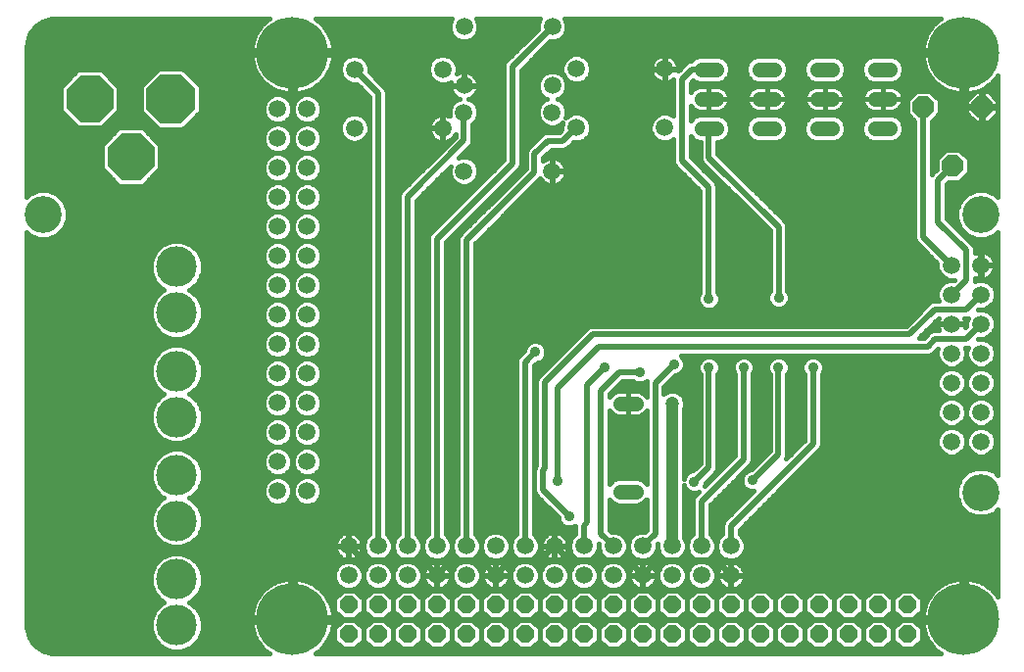
<source format=gbl>
G75*
%MOIN*%
%OFA0B0*%
%FSLAX24Y24*%
%IPPOS*%
%LPD*%
%AMOC8*
5,1,8,0,0,1.08239X$1,22.5*
%
%ADD10C,0.0594*%
%ADD11OC8,0.0709*%
%ADD12C,0.0515*%
%ADD13C,0.2441*%
%ADD14OC8,0.0600*%
%ADD15C,0.1378*%
%ADD16OC8,0.1660*%
%ADD17OC8,0.1575*%
%ADD18C,0.1260*%
%ADD19C,0.0472*%
%ADD20C,0.0394*%
%ADD21C,0.0197*%
%ADD22C,0.0356*%
%ADD23C,0.0157*%
D10*
X009861Y007876D03*
X010861Y007876D03*
X010861Y008876D03*
X009861Y008876D03*
X009861Y009876D03*
X010861Y009876D03*
X010861Y010876D03*
X009861Y010876D03*
X009861Y011876D03*
X010861Y011876D03*
X010861Y012876D03*
X009861Y012876D03*
X009861Y013876D03*
X010861Y013876D03*
X010861Y014876D03*
X009861Y014876D03*
X009861Y015876D03*
X010861Y015876D03*
X010861Y016876D03*
X009861Y016876D03*
X009861Y017876D03*
X010861Y017876D03*
X010861Y018876D03*
X009861Y018876D03*
X009861Y019876D03*
X010861Y019876D03*
X010861Y020876D03*
X009861Y020876D03*
X012475Y020222D03*
X012475Y022222D03*
X015475Y022222D03*
X016204Y021671D03*
X016200Y020754D03*
X015475Y020222D03*
X016200Y018754D03*
X019200Y018754D03*
X020023Y020246D03*
X019200Y020754D03*
X019204Y021671D03*
X020023Y022246D03*
X019204Y023671D03*
X016204Y023671D03*
X023023Y022246D03*
X023023Y020246D03*
X032786Y015557D03*
X032786Y014557D03*
X033786Y014557D03*
X033786Y015557D03*
X033786Y013557D03*
X032786Y013557D03*
X032786Y012557D03*
X032786Y011557D03*
X033786Y011557D03*
X033786Y012557D03*
X033786Y010557D03*
X032786Y010557D03*
X032786Y009557D03*
X033786Y009557D03*
X025279Y006002D03*
X024279Y006002D03*
X024279Y005002D03*
X025279Y005002D03*
X023279Y005002D03*
X023279Y006002D03*
X022279Y006002D03*
X021279Y006002D03*
X021279Y005002D03*
X022279Y005002D03*
X020279Y005002D03*
X020279Y006002D03*
X019279Y006002D03*
X018279Y006002D03*
X018279Y005002D03*
X019279Y005002D03*
X017279Y005002D03*
X017279Y006002D03*
X016279Y006002D03*
X015279Y006002D03*
X015279Y005002D03*
X016279Y005002D03*
X014279Y005002D03*
X013279Y005002D03*
X013279Y006002D03*
X014279Y006002D03*
X012279Y006002D03*
X012279Y005002D03*
D11*
X032822Y018943D03*
X033822Y020943D03*
X031822Y020943D03*
D12*
X030697Y021218D02*
X030182Y021218D01*
X030182Y020218D02*
X030697Y020218D01*
X028729Y020218D02*
X028214Y020218D01*
X028214Y021218D02*
X028729Y021218D01*
X028729Y022218D02*
X028214Y022218D01*
X026760Y022218D02*
X026245Y022218D01*
X026245Y021218D02*
X026760Y021218D01*
X026760Y020218D02*
X026245Y020218D01*
X024792Y020218D02*
X024277Y020218D01*
X024277Y021218D02*
X024792Y021218D01*
X024792Y022218D02*
X024277Y022218D01*
X030182Y022218D02*
X030697Y022218D01*
X022036Y010852D02*
X021521Y010852D01*
X021521Y007852D02*
X022036Y007852D01*
D13*
X033196Y003502D03*
X010361Y003502D03*
X010361Y022793D03*
X033196Y022793D03*
D14*
X031279Y004002D03*
X030279Y004002D03*
X029279Y004002D03*
X028279Y004002D03*
X027279Y004002D03*
X026279Y004002D03*
X025279Y004002D03*
X024279Y004002D03*
X023279Y004002D03*
X022279Y004002D03*
X021279Y004002D03*
X020279Y004002D03*
X019279Y004002D03*
X018279Y004002D03*
X017279Y004002D03*
X016279Y004002D03*
X015279Y004002D03*
X014279Y004002D03*
X013279Y004002D03*
X012279Y004002D03*
X012279Y003002D03*
X013279Y003002D03*
X014279Y003002D03*
X015279Y003002D03*
X016279Y003002D03*
X017279Y003002D03*
X018279Y003002D03*
X019279Y003002D03*
X020279Y003002D03*
X021279Y003002D03*
X022279Y003002D03*
X023279Y003002D03*
X024279Y003002D03*
X025279Y003002D03*
X026279Y003002D03*
X027279Y003002D03*
X028279Y003002D03*
X029279Y003002D03*
X030279Y003002D03*
X031279Y003002D03*
D15*
X006424Y003313D03*
X006424Y004872D03*
X006424Y006856D03*
X006424Y008415D03*
X006424Y010400D03*
X006424Y011959D03*
X006424Y013943D03*
X006424Y015502D03*
D16*
X006227Y021218D03*
D17*
X004869Y019250D03*
X003471Y021218D03*
D18*
X001897Y017281D03*
X033786Y017281D03*
X033786Y007833D03*
D19*
X023286Y010860D03*
D20*
X023279Y010852D01*
X023279Y006002D01*
D21*
X022779Y005502D02*
X024779Y005502D01*
X025279Y005002D01*
X025279Y006002D02*
X025279Y006687D01*
X028074Y009482D01*
X028074Y012073D01*
X026897Y012081D02*
X026897Y009124D01*
X026015Y008242D01*
X025716Y008959D02*
X025007Y008250D01*
X024838Y008081D01*
X024279Y007522D01*
X024279Y006002D01*
X022779Y005502D02*
X022279Y005002D01*
X021779Y005502D01*
X019779Y005502D01*
X019279Y006002D01*
X019279Y006502D01*
X019279Y006002D02*
X018779Y005502D01*
X017779Y005502D01*
X017279Y005002D01*
X016779Y005502D01*
X015779Y005502D01*
X015279Y005002D01*
X014779Y005502D01*
X012779Y005502D01*
X012279Y006002D01*
X012279Y006502D01*
X013279Y006002D02*
X013279Y021419D01*
X012475Y022222D01*
X016200Y020754D02*
X016200Y019809D01*
X014279Y017888D01*
X014279Y006002D01*
X015279Y006002D02*
X015279Y016459D01*
X017849Y019029D01*
X017849Y022317D01*
X019204Y023671D01*
X023613Y021888D02*
X023613Y019128D01*
X024527Y018215D01*
X024527Y014415D01*
X026901Y014459D02*
X026901Y016860D01*
X024534Y019226D01*
X024534Y020218D01*
X023613Y021888D02*
X023944Y022218D01*
X024534Y022218D01*
X020023Y020246D02*
X019566Y019789D01*
X019050Y019789D01*
X018597Y019337D01*
X018597Y018726D01*
X016279Y016407D01*
X016279Y006002D01*
X018279Y006002D02*
X018279Y012262D01*
X018625Y012608D01*
X018960Y011577D02*
X020586Y013203D01*
X031365Y013203D01*
X032216Y014053D01*
X033282Y014053D01*
X033786Y014557D01*
X033286Y015057D02*
X032786Y014557D01*
X033286Y015057D02*
X033286Y016073D01*
X032330Y017029D01*
X032330Y018451D01*
X032822Y018943D01*
X031822Y020943D02*
X031822Y016522D01*
X032786Y015557D01*
X033786Y013557D02*
X033286Y013057D01*
X032231Y013057D01*
X031968Y012793D01*
X020798Y012793D01*
X019377Y011372D01*
X019377Y008230D01*
X018960Y008648D02*
X018960Y011577D01*
X020389Y011490D02*
X020991Y012092D01*
X021471Y011911D02*
X022176Y011911D01*
X022704Y011537D02*
X023349Y012183D01*
X023349Y012187D01*
X022704Y011537D02*
X022704Y006427D01*
X022279Y006002D01*
X021279Y006002D02*
X020849Y006431D01*
X020849Y011289D01*
X021471Y011911D01*
X020389Y011490D02*
X020389Y006805D01*
X020279Y006695D01*
X020279Y006002D01*
X019779Y007010D02*
X018885Y007903D01*
X018885Y008573D01*
X018960Y008648D01*
X024034Y008195D02*
X024534Y008695D01*
X024534Y012073D01*
X025716Y012081D02*
X025716Y008959D01*
D22*
X026015Y008242D03*
X027684Y008226D03*
X027684Y005470D03*
X024034Y008195D03*
X019779Y007010D03*
X019377Y008230D03*
X017842Y011376D03*
X018625Y012608D03*
X019023Y013344D03*
X020991Y012092D03*
X022176Y011911D03*
X023349Y012187D03*
X024534Y012073D03*
X025716Y012081D03*
X026897Y012081D03*
X028074Y012073D03*
X029062Y011770D03*
X030046Y010785D03*
X032605Y008226D03*
X033983Y006652D03*
X029062Y013935D03*
X026901Y014459D03*
X024527Y014415D03*
X028668Y016297D03*
X028275Y018266D03*
X031227Y017085D03*
X031227Y016494D03*
X031621Y014722D03*
X033983Y018659D03*
X029849Y023581D03*
X024928Y023581D03*
X020204Y023581D03*
X015282Y023581D03*
X012133Y023581D03*
X006227Y019053D03*
X008393Y016888D03*
X012133Y015510D03*
X012133Y018659D03*
X019023Y016691D03*
X019023Y016100D03*
X023353Y018266D03*
X012133Y012163D03*
X012133Y009211D03*
X009574Y006258D03*
X005243Y009407D03*
X001700Y008226D03*
X001700Y004486D03*
X002094Y003108D03*
X005243Y002715D03*
X001700Y011966D03*
X001700Y015903D03*
X001700Y020431D03*
X001897Y023384D03*
D23*
X001608Y002623D02*
X001852Y002446D01*
X002139Y002352D01*
X002290Y002340D01*
X009581Y002340D01*
X009527Y002377D01*
X009420Y002464D01*
X009323Y002561D01*
X009236Y002667D01*
X009160Y002782D01*
X009095Y002903D01*
X009042Y003030D01*
X009002Y003162D01*
X008975Y003296D01*
X008963Y003423D01*
X010282Y003423D01*
X010282Y003581D01*
X008963Y003581D01*
X008975Y003707D01*
X009002Y003842D01*
X009042Y003974D01*
X009095Y004101D01*
X009160Y004222D01*
X009236Y004336D01*
X009323Y004443D01*
X009420Y004540D01*
X009527Y004627D01*
X009641Y004703D01*
X009762Y004768D01*
X009889Y004821D01*
X010021Y004861D01*
X010156Y004888D01*
X010282Y004900D01*
X010282Y003581D01*
X010440Y003581D01*
X010440Y004900D01*
X010567Y004888D01*
X010702Y004861D01*
X010833Y004821D01*
X010960Y004768D01*
X011081Y004703D01*
X011196Y004627D01*
X011302Y004540D01*
X011399Y004443D01*
X011486Y004336D01*
X011563Y004222D01*
X011628Y004101D01*
X011680Y003974D01*
X011720Y003842D01*
X011747Y003707D01*
X011759Y003581D01*
X010440Y003581D01*
X010440Y003423D01*
X011759Y003423D01*
X011747Y003296D01*
X011720Y003162D01*
X011680Y003030D01*
X011628Y002903D01*
X011563Y002782D01*
X011486Y002667D01*
X011399Y002561D01*
X011302Y002464D01*
X011196Y002377D01*
X011142Y002340D01*
X032416Y002340D01*
X032361Y002377D01*
X032255Y002464D01*
X032158Y002561D01*
X032071Y002667D01*
X031994Y002782D01*
X031929Y002903D01*
X031877Y003030D01*
X031837Y003162D01*
X031810Y003296D01*
X031798Y003423D01*
X033117Y003423D01*
X033117Y003581D01*
X033117Y004900D01*
X032990Y004888D01*
X032855Y004861D01*
X032724Y004821D01*
X032597Y004768D01*
X032476Y004703D01*
X032361Y004627D01*
X032255Y004540D01*
X032158Y004443D01*
X032071Y004336D01*
X031994Y004222D01*
X031929Y004101D01*
X031877Y003974D01*
X031837Y003842D01*
X031810Y003707D01*
X031798Y003581D01*
X033117Y003581D01*
X033275Y003581D01*
X033275Y004900D01*
X033401Y004888D01*
X033536Y004861D01*
X033668Y004821D01*
X033795Y004768D01*
X033916Y004703D01*
X034030Y004627D01*
X034137Y004540D01*
X034234Y004443D01*
X034321Y004336D01*
X034357Y004282D01*
X034357Y007234D01*
X034255Y007132D01*
X033951Y007006D01*
X033622Y007006D01*
X033318Y007132D01*
X033086Y007364D01*
X032960Y007668D01*
X032960Y007997D01*
X033086Y008301D01*
X033318Y008534D01*
X033622Y008659D01*
X033951Y008659D01*
X034255Y008534D01*
X034357Y008431D01*
X034357Y016683D01*
X034255Y016581D01*
X033951Y016455D01*
X033622Y016455D01*
X033318Y016581D01*
X033086Y016813D01*
X032960Y017117D01*
X032960Y017446D01*
X033086Y017750D01*
X033318Y017982D01*
X033622Y018108D01*
X033951Y018108D01*
X034255Y017982D01*
X034357Y017880D01*
X034357Y022013D01*
X034321Y021959D01*
X034234Y021852D01*
X034137Y021755D01*
X034030Y021668D01*
X033916Y021592D01*
X033795Y021527D01*
X033672Y021476D01*
X033782Y021476D01*
X033782Y020982D01*
X033782Y020903D01*
X033861Y020903D01*
X033861Y020410D01*
X034043Y020410D01*
X034355Y020722D01*
X034355Y020903D01*
X033861Y020903D01*
X033861Y020982D01*
X033782Y020982D01*
X033289Y020982D01*
X033289Y021164D01*
X033570Y021444D01*
X033536Y021434D01*
X033401Y021408D01*
X033275Y021395D01*
X033275Y022714D01*
X033117Y022714D01*
X033117Y021395D01*
X032990Y021408D01*
X032855Y021434D01*
X032724Y021474D01*
X032597Y021527D01*
X032476Y021592D01*
X032361Y021668D01*
X032255Y021755D01*
X032158Y021852D01*
X032071Y021959D01*
X031994Y022073D01*
X031929Y022194D01*
X031877Y022321D01*
X031837Y022453D01*
X031810Y022588D01*
X031798Y022715D01*
X033117Y022715D01*
X033117Y022872D01*
X031798Y022872D01*
X031810Y022999D01*
X031837Y023134D01*
X031877Y023265D01*
X031929Y023392D01*
X031994Y023513D01*
X032071Y023628D01*
X032158Y023734D01*
X032255Y023831D01*
X032361Y023918D01*
X032416Y023955D01*
X019618Y023955D01*
X019622Y023951D01*
X019697Y023769D01*
X019697Y023573D01*
X019622Y023392D01*
X019483Y023253D01*
X019302Y023177D01*
X019128Y023177D01*
X018145Y022195D01*
X018145Y018971D01*
X018100Y018862D01*
X018017Y018779D01*
X018017Y018779D01*
X015574Y016336D01*
X015574Y006405D01*
X015697Y006282D01*
X015772Y006100D01*
X015772Y005904D01*
X015697Y005722D01*
X015558Y005583D01*
X015377Y005508D01*
X015180Y005508D01*
X014999Y005583D01*
X014860Y005722D01*
X014785Y005904D01*
X014785Y006100D01*
X014860Y006282D01*
X014983Y006405D01*
X014983Y016517D01*
X015028Y016626D01*
X017554Y019152D01*
X017554Y022376D01*
X017599Y022484D01*
X017682Y022567D01*
X018710Y023595D01*
X018710Y023769D01*
X018785Y023951D01*
X018789Y023955D01*
X016618Y023955D01*
X016622Y023951D01*
X016697Y023769D01*
X016697Y023573D01*
X016622Y023392D01*
X016483Y023253D01*
X016302Y023177D01*
X016106Y023177D01*
X015924Y023253D01*
X015785Y023392D01*
X015710Y023573D01*
X015710Y023769D01*
X015785Y023951D01*
X015789Y023955D01*
X011142Y023955D01*
X011196Y023918D01*
X011302Y023831D01*
X011399Y023734D01*
X011486Y023628D01*
X011563Y023513D01*
X011628Y023392D01*
X011680Y023265D01*
X011720Y023134D01*
X011747Y022999D01*
X011759Y022872D01*
X010440Y022872D01*
X010440Y022715D01*
X011759Y022715D01*
X011747Y022588D01*
X011720Y022453D01*
X011680Y022321D01*
X011628Y022194D01*
X011563Y022073D01*
X011486Y021959D01*
X011399Y021852D01*
X011302Y021755D01*
X011196Y021668D01*
X011081Y021592D01*
X010960Y021527D01*
X010833Y021474D01*
X010702Y021434D01*
X010567Y021408D01*
X010440Y021395D01*
X010440Y022714D01*
X010282Y022714D01*
X010282Y021395D01*
X010156Y021408D01*
X010021Y021434D01*
X009889Y021474D01*
X009762Y021527D01*
X009641Y021592D01*
X009527Y021668D01*
X009420Y021755D01*
X009323Y021852D01*
X009236Y021959D01*
X009160Y022073D01*
X009095Y022194D01*
X009042Y022321D01*
X009002Y022453D01*
X008975Y022588D01*
X008963Y022715D01*
X010282Y022715D01*
X010282Y022872D01*
X008963Y022872D01*
X008975Y022999D01*
X009002Y023134D01*
X009042Y023265D01*
X009095Y023392D01*
X009160Y023513D01*
X009236Y023628D01*
X009323Y023734D01*
X009420Y023831D01*
X009527Y023918D01*
X009581Y023955D01*
X002290Y023955D01*
X002139Y023943D01*
X001852Y023850D01*
X001608Y023672D01*
X001431Y023428D01*
X001338Y023141D01*
X001326Y022990D01*
X001326Y017880D01*
X001428Y017982D01*
X001732Y018108D01*
X002061Y018108D01*
X002365Y017982D01*
X002598Y017750D01*
X002723Y017446D01*
X002723Y017117D01*
X002598Y016813D01*
X002365Y016581D01*
X002061Y016455D01*
X001732Y016455D01*
X001428Y016581D01*
X001326Y016683D01*
X001326Y003305D01*
X001338Y003154D01*
X001431Y002867D01*
X001608Y002623D01*
X001672Y002577D02*
X005907Y002577D01*
X005922Y002562D02*
X006248Y002427D01*
X006600Y002427D01*
X006926Y002562D01*
X007175Y002811D01*
X007310Y003137D01*
X007310Y003489D01*
X007175Y003815D01*
X006926Y004064D01*
X006857Y004092D01*
X006926Y004121D01*
X007175Y004370D01*
X007310Y004696D01*
X007310Y005048D01*
X007175Y005374D01*
X006926Y005623D01*
X006600Y005758D01*
X006248Y005758D01*
X005922Y005623D01*
X005673Y005374D01*
X005538Y005048D01*
X005538Y004696D01*
X005673Y004370D01*
X005922Y004121D01*
X005991Y004092D01*
X005922Y004064D01*
X005673Y003815D01*
X005538Y003489D01*
X005538Y003137D01*
X005673Y002811D01*
X005922Y002562D01*
X005752Y002733D02*
X001528Y002733D01*
X001424Y002889D02*
X005641Y002889D01*
X005576Y003045D02*
X001373Y003045D01*
X001334Y003201D02*
X005538Y003201D01*
X005538Y003357D02*
X001326Y003357D01*
X001326Y003513D02*
X005548Y003513D01*
X005613Y003669D02*
X001326Y003669D01*
X001326Y003825D02*
X005683Y003825D01*
X005839Y003981D02*
X001326Y003981D01*
X001326Y004137D02*
X005907Y004137D01*
X005751Y004293D02*
X001326Y004293D01*
X001326Y004449D02*
X005641Y004449D01*
X005576Y004605D02*
X001326Y004605D01*
X001326Y004761D02*
X005538Y004761D01*
X005538Y004917D02*
X001326Y004917D01*
X001326Y005073D02*
X005548Y005073D01*
X005613Y005229D02*
X001326Y005229D01*
X001326Y005385D02*
X005684Y005385D01*
X005840Y005541D02*
X001326Y005541D01*
X001326Y005697D02*
X006100Y005697D01*
X006248Y005970D02*
X006600Y005970D01*
X006926Y006105D01*
X007175Y006354D01*
X007310Y006680D01*
X007310Y007032D01*
X007175Y007358D01*
X006926Y007607D01*
X006857Y007636D01*
X006926Y007664D01*
X007175Y007914D01*
X007310Y008239D01*
X007310Y008591D01*
X007175Y008917D01*
X006926Y009166D01*
X006600Y009301D01*
X006248Y009301D01*
X005922Y009166D01*
X005673Y008917D01*
X005538Y008591D01*
X005538Y008239D01*
X005673Y007914D01*
X005922Y007664D01*
X005991Y007636D01*
X005922Y007607D01*
X005673Y007358D01*
X005538Y007032D01*
X005538Y006680D01*
X005673Y006354D01*
X005922Y006105D01*
X006248Y005970D01*
X006156Y006008D02*
X001326Y006008D01*
X001326Y005852D02*
X011827Y005852D01*
X011838Y005819D02*
X011872Y005753D01*
X011916Y005692D01*
X011969Y005639D01*
X012029Y005595D01*
X012096Y005561D01*
X012167Y005538D01*
X012241Y005526D01*
X012259Y005526D01*
X012259Y005982D01*
X012298Y005982D01*
X012298Y005526D01*
X012316Y005526D01*
X012390Y005538D01*
X012461Y005561D01*
X012528Y005595D01*
X012588Y005639D01*
X012641Y005692D01*
X012685Y005753D01*
X012719Y005819D01*
X012742Y005891D01*
X012754Y005964D01*
X012754Y005982D01*
X012298Y005982D01*
X012298Y006022D01*
X012259Y006022D01*
X012259Y006477D01*
X012241Y006477D01*
X012167Y006466D01*
X012096Y006443D01*
X012029Y006409D01*
X011969Y006365D01*
X011916Y006312D01*
X011872Y006251D01*
X011838Y006184D01*
X011815Y006113D01*
X011803Y006039D01*
X011803Y006022D01*
X012259Y006022D01*
X012259Y005982D01*
X011803Y005982D01*
X011803Y005964D01*
X011815Y005891D01*
X011838Y005819D01*
X011913Y005697D02*
X006748Y005697D01*
X007008Y005541D02*
X012159Y005541D01*
X012180Y005496D02*
X011999Y005420D01*
X011860Y005282D01*
X011785Y005100D01*
X011785Y004904D01*
X011860Y004722D01*
X011999Y004583D01*
X012180Y004508D01*
X012377Y004508D01*
X012558Y004583D01*
X012697Y004722D01*
X012772Y004904D01*
X012772Y005100D01*
X012697Y005282D01*
X012558Y005420D01*
X012377Y005496D01*
X012180Y005496D01*
X012259Y005541D02*
X012298Y005541D01*
X012398Y005541D02*
X013102Y005541D01*
X013180Y005508D02*
X013377Y005508D01*
X013558Y005583D01*
X013697Y005722D01*
X013772Y005904D01*
X013772Y006100D01*
X013697Y006282D01*
X013574Y006405D01*
X013574Y021478D01*
X013529Y021586D01*
X012969Y022146D01*
X012969Y022321D01*
X012894Y022502D01*
X012755Y022641D01*
X012574Y022716D01*
X012377Y022716D01*
X012196Y022641D01*
X012057Y022502D01*
X011982Y022321D01*
X011982Y022124D01*
X012057Y021943D01*
X012196Y021804D01*
X012377Y021729D01*
X012552Y021729D01*
X012983Y021297D01*
X012983Y006405D01*
X012860Y006282D01*
X012785Y006100D01*
X012785Y005904D01*
X012860Y005722D01*
X012999Y005583D01*
X013180Y005508D01*
X013180Y005496D02*
X012999Y005420D01*
X012860Y005282D01*
X012785Y005100D01*
X012785Y004904D01*
X012860Y004722D01*
X012999Y004583D01*
X013180Y004508D01*
X013377Y004508D01*
X013558Y004583D01*
X013697Y004722D01*
X013772Y004904D01*
X013772Y005100D01*
X013697Y005282D01*
X013558Y005420D01*
X013377Y005496D01*
X013180Y005496D01*
X012963Y005385D02*
X012594Y005385D01*
X012719Y005229D02*
X012838Y005229D01*
X012785Y005073D02*
X012772Y005073D01*
X012772Y004917D02*
X012785Y004917D01*
X012844Y004761D02*
X012713Y004761D01*
X012579Y004605D02*
X012978Y004605D01*
X013073Y004499D02*
X012782Y004208D01*
X012782Y003796D01*
X013073Y003505D01*
X013484Y003505D01*
X013775Y003796D01*
X013775Y004208D01*
X013484Y004499D01*
X013073Y004499D01*
X013023Y004449D02*
X012534Y004449D01*
X012484Y004499D02*
X012775Y004208D01*
X012775Y003796D01*
X012484Y003505D01*
X012073Y003505D01*
X011782Y003796D01*
X011782Y004208D01*
X012073Y004499D01*
X012484Y004499D01*
X012690Y004293D02*
X012867Y004293D01*
X012782Y004137D02*
X012775Y004137D01*
X012775Y003981D02*
X012782Y003981D01*
X012775Y003825D02*
X012782Y003825D01*
X012909Y003669D02*
X012648Y003669D01*
X012492Y003513D02*
X013065Y003513D01*
X013073Y003499D02*
X012782Y003208D01*
X012782Y002796D01*
X013073Y002505D01*
X013484Y002505D01*
X013775Y002796D01*
X013775Y003208D01*
X013484Y003499D01*
X013073Y003499D01*
X012931Y003357D02*
X012626Y003357D01*
X012484Y003499D02*
X012775Y003208D01*
X012775Y002796D01*
X012484Y002505D01*
X012073Y002505D01*
X011782Y002796D01*
X011782Y003208D01*
X012073Y003499D01*
X012484Y003499D01*
X012775Y003201D02*
X012782Y003201D01*
X012775Y003045D02*
X012782Y003045D01*
X012775Y002889D02*
X012782Y002889D01*
X012845Y002733D02*
X012712Y002733D01*
X012556Y002577D02*
X013001Y002577D01*
X013556Y002577D02*
X014001Y002577D01*
X014073Y002505D02*
X013782Y002796D01*
X013782Y003208D01*
X014073Y003499D01*
X014484Y003499D01*
X014775Y003208D01*
X014775Y002796D01*
X014484Y002505D01*
X014073Y002505D01*
X013845Y002733D02*
X013712Y002733D01*
X013775Y002889D02*
X013782Y002889D01*
X013775Y003045D02*
X013782Y003045D01*
X013775Y003201D02*
X013782Y003201D01*
X013931Y003357D02*
X013626Y003357D01*
X013492Y003513D02*
X014065Y003513D01*
X014073Y003505D02*
X014484Y003505D01*
X014775Y003796D01*
X014775Y004208D01*
X014484Y004499D01*
X014073Y004499D01*
X013782Y004208D01*
X013782Y003796D01*
X014073Y003505D01*
X013909Y003669D02*
X013648Y003669D01*
X013775Y003825D02*
X013782Y003825D01*
X013775Y003981D02*
X013782Y003981D01*
X013775Y004137D02*
X013782Y004137D01*
X013867Y004293D02*
X013690Y004293D01*
X013534Y004449D02*
X014023Y004449D01*
X013999Y004583D02*
X014180Y004508D01*
X014377Y004508D01*
X014558Y004583D01*
X014697Y004722D01*
X014772Y004904D01*
X014772Y005100D01*
X014697Y005282D01*
X014558Y005420D01*
X014377Y005496D01*
X014180Y005496D01*
X013999Y005420D01*
X013860Y005282D01*
X013785Y005100D01*
X013785Y004904D01*
X013860Y004722D01*
X013999Y004583D01*
X013978Y004605D02*
X013579Y004605D01*
X013713Y004761D02*
X013844Y004761D01*
X013785Y004917D02*
X013772Y004917D01*
X013772Y005073D02*
X013785Y005073D01*
X013838Y005229D02*
X013719Y005229D01*
X013594Y005385D02*
X013963Y005385D01*
X013999Y005583D02*
X014180Y005508D01*
X014377Y005508D01*
X014558Y005583D01*
X014697Y005722D01*
X014772Y005904D01*
X014772Y006100D01*
X014697Y006282D01*
X014574Y006405D01*
X014574Y017765D01*
X015738Y018930D01*
X015706Y018852D01*
X015706Y018656D01*
X015781Y018474D01*
X015920Y018335D01*
X016102Y018260D01*
X016298Y018260D01*
X016479Y018335D01*
X016618Y018474D01*
X016694Y018656D01*
X016694Y018852D01*
X016618Y019034D01*
X016479Y019172D01*
X016298Y019248D01*
X016102Y019248D01*
X016024Y019215D01*
X016367Y019559D01*
X016450Y019642D01*
X016495Y019750D01*
X016495Y020351D01*
X016618Y020474D01*
X016694Y020656D01*
X016694Y020852D01*
X016618Y021034D01*
X016479Y021172D01*
X016360Y021222D01*
X016386Y021230D01*
X016453Y021264D01*
X016514Y021308D01*
X016566Y021361D01*
X016611Y021422D01*
X016644Y021489D01*
X016668Y021560D01*
X016679Y021634D01*
X016679Y021652D01*
X016223Y021652D01*
X016223Y021691D01*
X016184Y021691D01*
X016184Y022147D01*
X016166Y022147D01*
X016092Y022135D01*
X016021Y022112D01*
X015954Y022078D01*
X015948Y022073D01*
X015969Y022124D01*
X015969Y022321D01*
X015894Y022502D01*
X015755Y022641D01*
X015574Y022716D01*
X015377Y022716D01*
X015196Y022641D01*
X015057Y022502D01*
X014982Y022321D01*
X014982Y022124D01*
X015057Y021943D01*
X015196Y021804D01*
X015377Y021729D01*
X015574Y021729D01*
X015745Y021800D01*
X015740Y021783D01*
X015728Y021709D01*
X015728Y021691D01*
X016184Y021691D01*
X016184Y021652D01*
X015728Y021652D01*
X015728Y021634D01*
X015740Y021560D01*
X015763Y021489D01*
X015797Y021422D01*
X015841Y021361D01*
X015894Y021308D01*
X015954Y021264D01*
X016021Y021230D01*
X016043Y021223D01*
X015920Y021172D01*
X015781Y021034D01*
X015706Y020852D01*
X015706Y020656D01*
X015715Y020634D01*
X015658Y020663D01*
X015587Y020686D01*
X015513Y020698D01*
X015495Y020698D01*
X015495Y020242D01*
X015456Y020242D01*
X015456Y020698D01*
X015438Y020698D01*
X015364Y020686D01*
X015293Y020663D01*
X015226Y020629D01*
X015166Y020585D01*
X015113Y020532D01*
X015069Y020472D01*
X015035Y020405D01*
X015012Y020334D01*
X015000Y020260D01*
X015000Y020242D01*
X015456Y020242D01*
X015456Y020203D01*
X013574Y020203D01*
X013574Y020359D02*
X015020Y020359D01*
X015000Y020203D02*
X015000Y020185D01*
X015012Y020111D01*
X015035Y020040D01*
X015069Y019973D01*
X015113Y019913D01*
X015166Y019860D01*
X015226Y019816D01*
X015293Y019782D01*
X015364Y019758D01*
X015438Y019747D01*
X015456Y019747D01*
X015456Y020203D01*
X015495Y020203D01*
X015495Y019747D01*
X015513Y019747D01*
X015587Y019758D01*
X015658Y019782D01*
X015725Y019816D01*
X015785Y019860D01*
X015838Y019913D01*
X015882Y019973D01*
X015905Y020017D01*
X015905Y019931D01*
X014028Y018055D01*
X013983Y017946D01*
X013983Y006405D01*
X013860Y006282D01*
X013785Y006100D01*
X013785Y005904D01*
X013860Y005722D01*
X013999Y005583D01*
X014102Y005541D02*
X013455Y005541D01*
X013671Y005697D02*
X013886Y005697D01*
X013806Y005852D02*
X013751Y005852D01*
X013772Y006008D02*
X013785Y006008D01*
X013811Y006164D02*
X013746Y006164D01*
X013658Y006320D02*
X013899Y006320D01*
X013983Y006476D02*
X013574Y006476D01*
X013574Y006632D02*
X013983Y006632D01*
X013983Y006788D02*
X013574Y006788D01*
X013574Y006944D02*
X013983Y006944D01*
X013983Y007100D02*
X013574Y007100D01*
X013574Y007256D02*
X013983Y007256D01*
X013983Y007412D02*
X013574Y007412D01*
X013574Y007568D02*
X013983Y007568D01*
X013983Y007724D02*
X013574Y007724D01*
X013574Y007880D02*
X013983Y007880D01*
X013983Y008036D02*
X013574Y008036D01*
X013574Y008192D02*
X013983Y008192D01*
X013983Y008348D02*
X013574Y008348D01*
X013574Y008504D02*
X013983Y008504D01*
X013983Y008660D02*
X013574Y008660D01*
X013574Y008816D02*
X013983Y008816D01*
X013983Y008972D02*
X013574Y008972D01*
X013574Y009128D02*
X013983Y009128D01*
X013983Y009284D02*
X013574Y009284D01*
X013574Y009440D02*
X013983Y009440D01*
X013983Y009596D02*
X013574Y009596D01*
X013574Y009752D02*
X013983Y009752D01*
X013983Y009908D02*
X013574Y009908D01*
X013574Y010064D02*
X013983Y010064D01*
X013983Y010220D02*
X013574Y010220D01*
X013574Y010376D02*
X013983Y010376D01*
X013983Y010532D02*
X013574Y010532D01*
X013574Y010688D02*
X013983Y010688D01*
X013983Y010844D02*
X013574Y010844D01*
X013574Y011000D02*
X013983Y011000D01*
X013983Y011156D02*
X013574Y011156D01*
X013574Y011312D02*
X013983Y011312D01*
X013983Y011468D02*
X013574Y011468D01*
X013574Y011624D02*
X013983Y011624D01*
X013983Y011780D02*
X013574Y011780D01*
X013574Y011936D02*
X013983Y011936D01*
X013983Y012092D02*
X013574Y012092D01*
X013574Y012248D02*
X013983Y012248D01*
X013983Y012404D02*
X013574Y012404D01*
X013574Y012560D02*
X013983Y012560D01*
X013983Y012716D02*
X013574Y012716D01*
X013574Y012872D02*
X013983Y012872D01*
X013983Y013028D02*
X013574Y013028D01*
X013574Y013184D02*
X013983Y013184D01*
X013983Y013340D02*
X013574Y013340D01*
X013574Y013496D02*
X013983Y013496D01*
X013983Y013652D02*
X013574Y013652D01*
X013574Y013807D02*
X013983Y013807D01*
X013983Y013963D02*
X013574Y013963D01*
X013574Y014119D02*
X013983Y014119D01*
X013983Y014275D02*
X013574Y014275D01*
X013574Y014431D02*
X013983Y014431D01*
X013983Y014587D02*
X013574Y014587D01*
X013574Y014743D02*
X013983Y014743D01*
X013983Y014899D02*
X013574Y014899D01*
X013574Y015055D02*
X013983Y015055D01*
X013983Y015211D02*
X013574Y015211D01*
X013574Y015367D02*
X013983Y015367D01*
X013983Y015523D02*
X013574Y015523D01*
X013574Y015679D02*
X013983Y015679D01*
X013983Y015835D02*
X013574Y015835D01*
X013574Y015991D02*
X013983Y015991D01*
X013983Y016147D02*
X013574Y016147D01*
X013574Y016303D02*
X013983Y016303D01*
X013983Y016459D02*
X013574Y016459D01*
X013574Y016615D02*
X013983Y016615D01*
X013983Y016771D02*
X013574Y016771D01*
X013574Y016927D02*
X013983Y016927D01*
X013983Y017083D02*
X013574Y017083D01*
X013574Y017239D02*
X013983Y017239D01*
X013983Y017395D02*
X013574Y017395D01*
X013574Y017551D02*
X013983Y017551D01*
X013983Y017707D02*
X013574Y017707D01*
X013574Y017863D02*
X013983Y017863D01*
X014013Y018019D02*
X013574Y018019D01*
X013574Y018175D02*
X014148Y018175D01*
X014304Y018331D02*
X013574Y018331D01*
X013574Y018487D02*
X014460Y018487D01*
X014616Y018643D02*
X013574Y018643D01*
X013574Y018799D02*
X014772Y018799D01*
X014928Y018955D02*
X013574Y018955D01*
X013574Y019111D02*
X015084Y019111D01*
X015240Y019267D02*
X013574Y019267D01*
X013574Y019423D02*
X015396Y019423D01*
X015552Y019579D02*
X013574Y019579D01*
X013574Y019735D02*
X015708Y019735D01*
X015816Y019891D02*
X015864Y019891D01*
X015495Y019891D02*
X015456Y019891D01*
X015456Y020047D02*
X015495Y020047D01*
X015456Y020203D02*
X015000Y020203D01*
X015032Y020047D02*
X013574Y020047D01*
X013574Y019891D02*
X015134Y019891D01*
X015456Y020359D02*
X015495Y020359D01*
X015495Y020515D02*
X015456Y020515D01*
X015456Y020671D02*
X015495Y020671D01*
X015635Y020671D02*
X015706Y020671D01*
X015706Y020827D02*
X013574Y020827D01*
X013574Y020983D02*
X015760Y020983D01*
X015886Y021139D02*
X013574Y021139D01*
X013574Y021295D02*
X015913Y021295D01*
X015782Y021451D02*
X013574Y021451D01*
X013509Y021607D02*
X015732Y021607D01*
X015737Y021763D02*
X015655Y021763D01*
X015296Y021763D02*
X013353Y021763D01*
X013197Y021918D02*
X015081Y021918D01*
X015002Y022074D02*
X013041Y022074D01*
X012969Y022230D02*
X014982Y022230D01*
X015009Y022386D02*
X012942Y022386D01*
X012854Y022542D02*
X015097Y022542D01*
X015334Y022698D02*
X012616Y022698D01*
X012334Y022698D02*
X011758Y022698D01*
X011738Y022542D02*
X012097Y022542D01*
X012009Y022386D02*
X011700Y022386D01*
X011643Y022230D02*
X011982Y022230D01*
X012002Y022074D02*
X011564Y022074D01*
X011453Y021918D02*
X012081Y021918D01*
X012296Y021763D02*
X011309Y021763D01*
X011104Y021607D02*
X012674Y021607D01*
X012830Y021451D02*
X010755Y021451D01*
X010763Y021370D02*
X010582Y021294D01*
X010582Y021295D02*
X010141Y021295D01*
X010141Y021294D02*
X009959Y021370D01*
X009763Y021370D01*
X009582Y021294D01*
X009582Y021295D02*
X007254Y021295D01*
X007254Y021451D02*
X009967Y021451D01*
X010141Y021294D02*
X010280Y021156D01*
X010355Y020974D01*
X010355Y020778D01*
X010280Y020596D01*
X010141Y020457D01*
X009959Y020382D01*
X009763Y020382D01*
X009582Y020457D01*
X009443Y020596D01*
X009368Y020778D01*
X009368Y020974D01*
X009443Y021156D01*
X009582Y021294D01*
X009436Y021139D02*
X007254Y021139D01*
X007254Y020983D02*
X009371Y020983D01*
X009368Y020827D02*
X007254Y020827D01*
X007254Y020793D02*
X006653Y020192D01*
X005802Y020192D01*
X005201Y020793D01*
X005201Y021644D01*
X005802Y022245D01*
X006653Y022245D01*
X007254Y021644D01*
X007254Y020793D01*
X007132Y020671D02*
X009412Y020671D01*
X009524Y020515D02*
X006976Y020515D01*
X006820Y020359D02*
X009737Y020359D01*
X009763Y020370D02*
X009582Y020294D01*
X009443Y020156D01*
X009368Y019974D01*
X009368Y019778D01*
X009443Y019596D01*
X009582Y019457D01*
X009763Y019382D01*
X009959Y019382D01*
X010141Y019457D01*
X010280Y019596D01*
X010355Y019778D01*
X010355Y019974D01*
X010280Y020156D01*
X010141Y020294D01*
X009959Y020370D01*
X009763Y020370D01*
X009986Y020359D02*
X010737Y020359D01*
X010763Y020370D02*
X010582Y020294D01*
X010443Y020156D01*
X010368Y019974D01*
X010368Y019778D01*
X010443Y019596D01*
X010582Y019457D01*
X010763Y019382D01*
X010959Y019382D01*
X011141Y019457D01*
X011280Y019596D01*
X011355Y019778D01*
X011355Y019974D01*
X011280Y020156D01*
X011141Y020294D01*
X010959Y020370D01*
X010763Y020370D01*
X010763Y020382D02*
X010959Y020382D01*
X011141Y020457D01*
X011280Y020596D01*
X011355Y020778D01*
X011355Y020974D01*
X011280Y021156D01*
X011141Y021294D01*
X010959Y021370D01*
X010763Y021370D01*
X010582Y021294D02*
X010443Y021156D01*
X010368Y020974D01*
X010368Y020778D01*
X010443Y020596D01*
X010582Y020457D01*
X010763Y020382D01*
X010986Y020359D02*
X011997Y020359D01*
X011982Y020321D02*
X011982Y020124D01*
X012057Y019943D01*
X012196Y019804D01*
X012377Y019729D01*
X012574Y019729D01*
X012755Y019804D01*
X012894Y019943D01*
X012969Y020124D01*
X012969Y020321D01*
X012894Y020502D01*
X012755Y020641D01*
X012574Y020716D01*
X012377Y020716D01*
X012196Y020641D01*
X012057Y020502D01*
X011982Y020321D01*
X011982Y020203D02*
X011233Y020203D01*
X011325Y020047D02*
X012014Y020047D01*
X012109Y019891D02*
X011355Y019891D01*
X011337Y019735D02*
X012363Y019735D01*
X012588Y019735D02*
X012983Y019735D01*
X012983Y019891D02*
X012842Y019891D01*
X012937Y020047D02*
X012983Y020047D01*
X012969Y020203D02*
X012983Y020203D01*
X012983Y020359D02*
X012953Y020359D01*
X012983Y020515D02*
X012881Y020515D01*
X012983Y020671D02*
X012683Y020671D01*
X012983Y020827D02*
X011355Y020827D01*
X011351Y020983D02*
X012983Y020983D01*
X012983Y021139D02*
X011287Y021139D01*
X011141Y021295D02*
X012983Y021295D01*
X013574Y020671D02*
X015316Y020671D01*
X015100Y020515D02*
X013574Y020515D01*
X012983Y019579D02*
X011262Y019579D01*
X011057Y019423D02*
X012983Y019423D01*
X012983Y019267D02*
X011169Y019267D01*
X011141Y019294D02*
X010959Y019370D01*
X010763Y019370D01*
X010582Y019294D01*
X010443Y019156D01*
X010368Y018974D01*
X010368Y018778D01*
X010443Y018596D01*
X010582Y018457D01*
X010763Y018382D01*
X010959Y018382D01*
X011141Y018457D01*
X011280Y018596D01*
X011355Y018778D01*
X011355Y018974D01*
X011280Y019156D01*
X011141Y019294D01*
X011298Y019111D02*
X012983Y019111D01*
X012983Y018955D02*
X011355Y018955D01*
X011355Y018799D02*
X012983Y018799D01*
X012983Y018643D02*
X011299Y018643D01*
X011170Y018487D02*
X012983Y018487D01*
X012983Y018331D02*
X011053Y018331D01*
X011141Y018294D02*
X010959Y018370D01*
X010763Y018370D01*
X010582Y018294D01*
X010443Y018156D01*
X010368Y017974D01*
X010368Y017778D01*
X010443Y017596D01*
X010582Y017457D01*
X010763Y017382D01*
X010959Y017382D01*
X011141Y017457D01*
X011280Y017596D01*
X011355Y017778D01*
X011355Y017974D01*
X011280Y018156D01*
X011141Y018294D01*
X011260Y018175D02*
X012983Y018175D01*
X012983Y018019D02*
X011336Y018019D01*
X011355Y017863D02*
X012983Y017863D01*
X012983Y017707D02*
X011326Y017707D01*
X011235Y017551D02*
X012983Y017551D01*
X012983Y017395D02*
X010990Y017395D01*
X010959Y017370D02*
X011141Y017294D01*
X011280Y017156D01*
X011355Y016974D01*
X011355Y016778D01*
X011280Y016596D01*
X011141Y016457D01*
X010959Y016382D01*
X010763Y016382D01*
X010582Y016457D01*
X010443Y016596D01*
X010368Y016778D01*
X010368Y016974D01*
X010443Y017156D01*
X010582Y017294D01*
X010763Y017370D01*
X010959Y017370D01*
X010732Y017395D02*
X009990Y017395D01*
X009959Y017382D02*
X010141Y017457D01*
X010280Y017596D01*
X010355Y017778D01*
X010355Y017974D01*
X010280Y018156D01*
X010141Y018294D01*
X009959Y018370D01*
X009763Y018370D01*
X009582Y018294D01*
X009443Y018156D01*
X009368Y017974D01*
X009368Y017778D01*
X009443Y017596D01*
X009582Y017457D01*
X009763Y017382D01*
X009959Y017382D01*
X009959Y017370D02*
X009763Y017370D01*
X009582Y017294D01*
X009443Y017156D01*
X009368Y016974D01*
X009368Y016778D01*
X009443Y016596D01*
X009582Y016457D01*
X009763Y016382D01*
X009959Y016382D01*
X010141Y016457D01*
X010280Y016596D01*
X010355Y016778D01*
X010355Y016974D01*
X010280Y017156D01*
X010141Y017294D01*
X009959Y017370D01*
X009732Y017395D02*
X002723Y017395D01*
X002723Y017239D02*
X009526Y017239D01*
X009413Y017083D02*
X002709Y017083D01*
X002645Y016927D02*
X009368Y016927D01*
X009370Y016771D02*
X002556Y016771D01*
X002400Y016615D02*
X009435Y016615D01*
X009580Y016459D02*
X002072Y016459D01*
X001721Y016459D02*
X001326Y016459D01*
X001326Y016303D02*
X006044Y016303D01*
X005922Y016253D02*
X005673Y016004D01*
X005538Y015678D01*
X005538Y015326D01*
X005673Y015000D01*
X005922Y014751D01*
X005991Y014722D01*
X005922Y014694D01*
X005673Y014445D01*
X005538Y014119D01*
X005538Y013767D01*
X005673Y013441D01*
X005922Y013192D01*
X006248Y013057D01*
X006600Y013057D01*
X006926Y013192D01*
X007175Y013441D01*
X007310Y013767D01*
X007310Y014119D01*
X007175Y014445D01*
X006926Y014694D01*
X006857Y014722D01*
X006926Y014751D01*
X007175Y015000D01*
X007310Y015326D01*
X007310Y015678D01*
X007175Y016004D01*
X006926Y016253D01*
X006600Y016388D01*
X006248Y016388D01*
X005922Y016253D01*
X005817Y016147D02*
X001326Y016147D01*
X001326Y015991D02*
X005668Y015991D01*
X005603Y015835D02*
X001326Y015835D01*
X001326Y015679D02*
X005539Y015679D01*
X005538Y015523D02*
X001326Y015523D01*
X001326Y015367D02*
X005538Y015367D01*
X005586Y015211D02*
X001326Y015211D01*
X001326Y015055D02*
X005650Y015055D01*
X005774Y014899D02*
X001326Y014899D01*
X001326Y014743D02*
X005941Y014743D01*
X005816Y014587D02*
X001326Y014587D01*
X001326Y014431D02*
X005668Y014431D01*
X005603Y014275D02*
X001326Y014275D01*
X001326Y014119D02*
X005539Y014119D01*
X005538Y013963D02*
X001326Y013963D01*
X001326Y013807D02*
X005538Y013807D01*
X005586Y013652D02*
X001326Y013652D01*
X001326Y013496D02*
X005651Y013496D01*
X005775Y013340D02*
X001326Y013340D01*
X001326Y013184D02*
X005942Y013184D01*
X006248Y012844D02*
X005922Y012710D01*
X005673Y012460D01*
X005538Y012135D01*
X005538Y011782D01*
X005673Y011457D01*
X005922Y011208D01*
X005991Y011179D01*
X005922Y011151D01*
X005673Y010901D01*
X005538Y010576D01*
X005538Y010223D01*
X005673Y009898D01*
X005922Y009649D01*
X006248Y009514D01*
X006600Y009514D01*
X006926Y009649D01*
X007175Y009898D01*
X007310Y010223D01*
X007310Y010576D01*
X007175Y010901D01*
X006926Y011151D01*
X006857Y011179D01*
X006926Y011208D01*
X007175Y011457D01*
X007310Y011782D01*
X007310Y012135D01*
X007175Y012460D01*
X006926Y012710D01*
X006600Y012844D01*
X006248Y012844D01*
X005937Y012716D02*
X001326Y012716D01*
X001326Y012872D02*
X009368Y012872D01*
X009368Y012778D02*
X009443Y012596D01*
X009582Y012457D01*
X009763Y012382D01*
X009959Y012382D01*
X010141Y012457D01*
X010280Y012596D01*
X010355Y012778D01*
X010355Y012974D01*
X010280Y013156D01*
X010141Y013294D01*
X009959Y013370D01*
X009763Y013370D01*
X009582Y013294D01*
X009443Y013156D01*
X009368Y012974D01*
X009368Y012778D01*
X009393Y012716D02*
X006911Y012716D01*
X007076Y012560D02*
X009479Y012560D01*
X009711Y012404D02*
X007199Y012404D01*
X007263Y012248D02*
X009535Y012248D01*
X009582Y012294D02*
X009443Y012156D01*
X009368Y011974D01*
X009368Y011778D01*
X009443Y011596D01*
X009582Y011457D01*
X009763Y011382D01*
X009959Y011382D01*
X010141Y011457D01*
X010280Y011596D01*
X010355Y011778D01*
X010355Y011974D01*
X010280Y012156D01*
X010141Y012294D01*
X009959Y012370D01*
X009763Y012370D01*
X009582Y012294D01*
X009416Y012092D02*
X007310Y012092D01*
X007310Y011936D02*
X009368Y011936D01*
X009368Y011780D02*
X007309Y011780D01*
X007244Y011624D02*
X009431Y011624D01*
X009571Y011468D02*
X007180Y011468D01*
X007030Y011312D02*
X009623Y011312D01*
X009582Y011294D02*
X009443Y011156D01*
X006913Y011156D01*
X007077Y011000D02*
X009378Y011000D01*
X009368Y010974D02*
X009368Y010778D01*
X009443Y010596D01*
X009582Y010457D01*
X009763Y010382D01*
X009959Y010382D01*
X010141Y010457D01*
X010280Y010596D01*
X010355Y010778D01*
X010355Y010974D01*
X010280Y011156D01*
X010141Y011294D01*
X009959Y011370D01*
X009763Y011370D01*
X009582Y011294D01*
X009443Y011156D02*
X009368Y010974D01*
X009368Y010844D02*
X007199Y010844D01*
X007264Y010688D02*
X009405Y010688D01*
X009507Y010532D02*
X007310Y010532D01*
X007310Y010376D02*
X012983Y010376D01*
X012983Y010532D02*
X011215Y010532D01*
X011280Y010596D02*
X011355Y010778D01*
X011355Y010974D01*
X011280Y011156D01*
X011141Y011294D01*
X010959Y011370D01*
X010763Y011370D01*
X010582Y011294D01*
X010443Y011156D01*
X010280Y011156D01*
X010443Y011156D02*
X010368Y010974D01*
X010368Y010778D01*
X010443Y010596D01*
X010582Y010457D01*
X010763Y010382D01*
X010959Y010382D01*
X011141Y010457D01*
X011280Y010596D01*
X011318Y010688D02*
X012983Y010688D01*
X012983Y010844D02*
X011355Y010844D01*
X011344Y011000D02*
X012983Y011000D01*
X012983Y011156D02*
X011280Y011156D01*
X011099Y011312D02*
X012983Y011312D01*
X012983Y011468D02*
X011151Y011468D01*
X011141Y011457D02*
X011280Y011596D01*
X011355Y011778D01*
X011355Y011974D01*
X011280Y012156D01*
X011141Y012294D01*
X010959Y012370D01*
X010763Y012370D01*
X010582Y012294D01*
X010443Y012156D01*
X010368Y011974D01*
X010368Y011778D01*
X010443Y011596D01*
X010582Y011457D01*
X010763Y011382D01*
X010959Y011382D01*
X011141Y011457D01*
X011291Y011624D02*
X012983Y011624D01*
X012983Y011780D02*
X011355Y011780D01*
X011355Y011936D02*
X012983Y011936D01*
X012983Y012092D02*
X011306Y012092D01*
X011188Y012248D02*
X012983Y012248D01*
X012983Y012404D02*
X011011Y012404D01*
X010959Y012382D02*
X011141Y012457D01*
X011280Y012596D01*
X011355Y012778D01*
X011355Y012974D01*
X011280Y013156D01*
X011141Y013294D01*
X010959Y013370D01*
X010763Y013370D01*
X010582Y013294D01*
X010443Y013156D01*
X010368Y012974D01*
X010368Y012778D01*
X010443Y012596D01*
X010582Y012457D01*
X010763Y012382D01*
X010959Y012382D01*
X010711Y012404D02*
X010011Y012404D01*
X010188Y012248D02*
X010535Y012248D01*
X010416Y012092D02*
X010306Y012092D01*
X010355Y011936D02*
X010368Y011936D01*
X010355Y011780D02*
X010368Y011780D01*
X010431Y011624D02*
X010291Y011624D01*
X010151Y011468D02*
X010571Y011468D01*
X010623Y011312D02*
X010099Y011312D01*
X010344Y011000D02*
X010378Y011000D01*
X010368Y010844D02*
X010355Y010844D01*
X010318Y010688D02*
X010405Y010688D01*
X010507Y010532D02*
X010215Y010532D01*
X010141Y010294D02*
X009959Y010370D01*
X009763Y010370D01*
X009582Y010294D01*
X009443Y010156D01*
X009368Y009974D01*
X009368Y009778D01*
X009443Y009596D01*
X006799Y009596D01*
X007029Y009752D02*
X009378Y009752D01*
X009368Y009908D02*
X007179Y009908D01*
X007244Y010064D02*
X009405Y010064D01*
X009507Y010220D02*
X007309Y010220D01*
X006964Y009128D02*
X009431Y009128D01*
X009443Y009156D02*
X009368Y008974D01*
X009368Y008778D01*
X009443Y008596D01*
X009582Y008457D01*
X009763Y008382D01*
X009959Y008382D01*
X010141Y008457D01*
X010280Y008596D01*
X010355Y008778D01*
X010355Y008974D01*
X010280Y009156D01*
X010141Y009294D01*
X009959Y009370D01*
X009763Y009370D01*
X009582Y009294D01*
X009443Y009156D01*
X009571Y009284D02*
X006642Y009284D01*
X006207Y009284D02*
X001326Y009284D01*
X001326Y009128D02*
X005884Y009128D01*
X005728Y008972D02*
X001326Y008972D01*
X001326Y008816D02*
X005631Y008816D01*
X005567Y008660D02*
X001326Y008660D01*
X001326Y008504D02*
X005538Y008504D01*
X005538Y008348D02*
X001326Y008348D01*
X001326Y008192D02*
X005558Y008192D01*
X005622Y008036D02*
X001326Y008036D01*
X001326Y007880D02*
X005707Y007880D01*
X005862Y007724D02*
X001326Y007724D01*
X001326Y007568D02*
X005884Y007568D01*
X005728Y007412D02*
X001326Y007412D01*
X001326Y007256D02*
X005631Y007256D01*
X005567Y007100D02*
X001326Y007100D01*
X001326Y006944D02*
X005538Y006944D01*
X005538Y006788D02*
X001326Y006788D01*
X001326Y006632D02*
X005558Y006632D01*
X005623Y006476D02*
X001326Y006476D01*
X001326Y006320D02*
X005707Y006320D01*
X005863Y006164D02*
X001326Y006164D01*
X001326Y009440D02*
X009623Y009440D01*
X009582Y009457D02*
X009763Y009382D01*
X009959Y009382D01*
X010141Y009457D01*
X010280Y009596D01*
X010355Y009778D01*
X010355Y009974D01*
X010280Y010156D01*
X010141Y010294D01*
X010215Y010220D02*
X010507Y010220D01*
X010443Y010156D02*
X010368Y009974D01*
X010368Y009778D01*
X010443Y009596D01*
X010280Y009596D01*
X010443Y009596D02*
X010582Y009457D01*
X010763Y009382D01*
X010959Y009382D01*
X011141Y009457D01*
X011280Y009596D01*
X011355Y009778D01*
X011355Y009974D01*
X011280Y010156D01*
X011141Y010294D01*
X010959Y010370D01*
X010763Y010370D01*
X010582Y010294D01*
X010443Y010156D01*
X010405Y010064D02*
X010318Y010064D01*
X010355Y009908D02*
X010368Y009908D01*
X010378Y009752D02*
X010344Y009752D01*
X010099Y009440D02*
X010623Y009440D01*
X010582Y009294D02*
X010763Y009370D01*
X010959Y009370D01*
X011141Y009294D01*
X011280Y009156D01*
X011355Y008974D01*
X011355Y008778D01*
X011280Y008596D01*
X011141Y008457D01*
X010959Y008382D01*
X010763Y008382D01*
X010582Y008457D01*
X010443Y008596D01*
X010368Y008778D01*
X010368Y008974D01*
X010443Y009156D01*
X010582Y009294D01*
X010571Y009284D02*
X010151Y009284D01*
X010291Y009128D02*
X010431Y009128D01*
X010368Y008972D02*
X010355Y008972D01*
X010355Y008816D02*
X010368Y008816D01*
X010416Y008660D02*
X010306Y008660D01*
X010188Y008504D02*
X010535Y008504D01*
X010582Y008294D02*
X010443Y008156D01*
X010368Y007974D01*
X010368Y007778D01*
X010443Y007596D01*
X010582Y007457D01*
X010763Y007382D01*
X010959Y007382D01*
X011141Y007457D01*
X011280Y007596D01*
X011355Y007778D01*
X011355Y007974D01*
X011280Y008156D01*
X011141Y008294D01*
X010959Y008370D01*
X010763Y008370D01*
X010582Y008294D01*
X010711Y008348D02*
X010011Y008348D01*
X009959Y008370D02*
X009763Y008370D01*
X009582Y008294D01*
X009443Y008156D01*
X009368Y007974D01*
X009368Y007778D01*
X009443Y007596D01*
X009582Y007457D01*
X009763Y007382D01*
X009959Y007382D01*
X010141Y007457D01*
X010280Y007596D01*
X010355Y007778D01*
X010355Y007974D01*
X010280Y008156D01*
X010141Y008294D01*
X009959Y008370D01*
X009711Y008348D02*
X007310Y008348D01*
X007310Y008504D02*
X009535Y008504D01*
X009416Y008660D02*
X007282Y008660D01*
X007217Y008816D02*
X009368Y008816D01*
X009368Y008972D02*
X007120Y008972D01*
X007291Y008192D02*
X009479Y008192D01*
X009393Y008036D02*
X007226Y008036D01*
X007142Y007880D02*
X009368Y007880D01*
X009390Y007724D02*
X006986Y007724D01*
X006965Y007568D02*
X009471Y007568D01*
X009690Y007412D02*
X007121Y007412D01*
X007217Y007256D02*
X012983Y007256D01*
X012983Y007100D02*
X007282Y007100D01*
X007310Y006944D02*
X012983Y006944D01*
X012983Y006788D02*
X007310Y006788D01*
X007290Y006632D02*
X012983Y006632D01*
X012983Y006476D02*
X012323Y006476D01*
X012316Y006477D02*
X012298Y006477D01*
X012298Y006022D01*
X012754Y006022D01*
X012754Y006039D01*
X012742Y006113D01*
X012719Y006184D01*
X012685Y006251D01*
X012641Y006312D01*
X012588Y006365D01*
X012528Y006409D01*
X012461Y006443D01*
X012390Y006466D01*
X012316Y006477D01*
X012298Y006476D02*
X012259Y006476D01*
X012234Y006476D02*
X007226Y006476D01*
X007141Y006320D02*
X011924Y006320D01*
X011831Y006164D02*
X006985Y006164D01*
X006692Y006008D02*
X012259Y006008D01*
X012298Y006008D02*
X012785Y006008D01*
X012806Y005852D02*
X012730Y005852D01*
X012645Y005697D02*
X012886Y005697D01*
X012811Y006164D02*
X012726Y006164D01*
X012633Y006320D02*
X012899Y006320D01*
X012298Y006320D02*
X012259Y006320D01*
X012259Y006164D02*
X012298Y006164D01*
X012298Y005852D02*
X012259Y005852D01*
X012259Y005697D02*
X012298Y005697D01*
X011963Y005385D02*
X007164Y005385D01*
X007235Y005229D02*
X011838Y005229D01*
X011785Y005073D02*
X007300Y005073D01*
X007310Y004917D02*
X011785Y004917D01*
X011844Y004761D02*
X010975Y004761D01*
X011223Y004605D02*
X011978Y004605D01*
X012023Y004449D02*
X011393Y004449D01*
X011516Y004293D02*
X011867Y004293D01*
X011782Y004137D02*
X011608Y004137D01*
X011677Y003981D02*
X011782Y003981D01*
X011782Y003825D02*
X011724Y003825D01*
X011751Y003669D02*
X011909Y003669D01*
X012065Y003513D02*
X010440Y003513D01*
X010440Y003669D02*
X010282Y003669D01*
X010282Y003825D02*
X010440Y003825D01*
X010440Y003981D02*
X010282Y003981D01*
X010282Y004137D02*
X010440Y004137D01*
X010440Y004293D02*
X010282Y004293D01*
X010282Y004449D02*
X010440Y004449D01*
X010440Y004605D02*
X010282Y004605D01*
X010282Y004761D02*
X010440Y004761D01*
X009748Y004761D02*
X007310Y004761D01*
X007272Y004605D02*
X009499Y004605D01*
X009329Y004449D02*
X007208Y004449D01*
X007098Y004293D02*
X009207Y004293D01*
X009114Y004137D02*
X006942Y004137D01*
X007009Y003981D02*
X009045Y003981D01*
X008999Y003825D02*
X007165Y003825D01*
X007236Y003669D02*
X008972Y003669D01*
X008970Y003357D02*
X007310Y003357D01*
X007300Y003513D02*
X010282Y003513D01*
X009102Y002889D02*
X007207Y002889D01*
X007272Y003045D02*
X009038Y003045D01*
X008994Y003201D02*
X007310Y003201D01*
X007097Y002733D02*
X009192Y002733D01*
X009310Y002577D02*
X006941Y002577D01*
X009473Y002421D02*
X001928Y002421D01*
X010032Y007412D02*
X010690Y007412D01*
X010471Y007568D02*
X010252Y007568D01*
X010333Y007724D02*
X010390Y007724D01*
X010368Y007880D02*
X010355Y007880D01*
X010329Y008036D02*
X010393Y008036D01*
X010479Y008192D02*
X010243Y008192D01*
X011011Y008348D02*
X012983Y008348D01*
X012983Y008192D02*
X011243Y008192D01*
X011329Y008036D02*
X012983Y008036D01*
X012983Y007880D02*
X011355Y007880D01*
X011333Y007724D02*
X012983Y007724D01*
X012983Y007568D02*
X011252Y007568D01*
X011032Y007412D02*
X012983Y007412D01*
X012983Y008504D02*
X011188Y008504D01*
X011306Y008660D02*
X012983Y008660D01*
X012983Y008816D02*
X011355Y008816D01*
X011355Y008972D02*
X012983Y008972D01*
X012983Y009128D02*
X011291Y009128D01*
X011151Y009284D02*
X012983Y009284D01*
X012983Y009440D02*
X011099Y009440D01*
X011280Y009596D02*
X012983Y009596D01*
X012983Y009752D02*
X011344Y009752D01*
X011355Y009908D02*
X012983Y009908D01*
X012983Y010064D02*
X011318Y010064D01*
X011215Y010220D02*
X012983Y010220D01*
X014574Y010220D02*
X014983Y010220D01*
X014983Y010376D02*
X014574Y010376D01*
X014574Y010532D02*
X014983Y010532D01*
X014983Y010688D02*
X014574Y010688D01*
X014574Y010844D02*
X014983Y010844D01*
X014983Y011000D02*
X014574Y011000D01*
X014574Y011156D02*
X014983Y011156D01*
X014983Y011312D02*
X014574Y011312D01*
X014574Y011468D02*
X014983Y011468D01*
X014983Y011624D02*
X014574Y011624D01*
X014574Y011780D02*
X014983Y011780D01*
X014983Y011936D02*
X014574Y011936D01*
X014574Y012092D02*
X014983Y012092D01*
X014983Y012248D02*
X014574Y012248D01*
X014574Y012404D02*
X014983Y012404D01*
X014983Y012560D02*
X014574Y012560D01*
X014574Y012716D02*
X014983Y012716D01*
X014983Y012872D02*
X014574Y012872D01*
X014574Y013028D02*
X014983Y013028D01*
X014983Y013184D02*
X014574Y013184D01*
X014574Y013340D02*
X014983Y013340D01*
X014983Y013496D02*
X014574Y013496D01*
X014574Y013652D02*
X014983Y013652D01*
X014983Y013807D02*
X014574Y013807D01*
X014574Y013963D02*
X014983Y013963D01*
X014983Y014119D02*
X014574Y014119D01*
X014574Y014275D02*
X014983Y014275D01*
X014983Y014431D02*
X014574Y014431D01*
X014574Y014587D02*
X014983Y014587D01*
X014983Y014743D02*
X014574Y014743D01*
X014574Y014899D02*
X014983Y014899D01*
X014983Y015055D02*
X014574Y015055D01*
X014574Y015211D02*
X014983Y015211D01*
X014983Y015367D02*
X014574Y015367D01*
X014574Y015523D02*
X014983Y015523D01*
X014983Y015679D02*
X014574Y015679D01*
X014574Y015835D02*
X014983Y015835D01*
X014983Y015991D02*
X014574Y015991D01*
X014574Y016147D02*
X014983Y016147D01*
X014983Y016303D02*
X014574Y016303D01*
X014574Y016459D02*
X014983Y016459D01*
X015024Y016615D02*
X014574Y016615D01*
X014574Y016771D02*
X015173Y016771D01*
X015329Y016927D02*
X014574Y016927D01*
X014574Y017083D02*
X015485Y017083D01*
X015641Y017239D02*
X014574Y017239D01*
X014574Y017395D02*
X015797Y017395D01*
X015953Y017551D02*
X014574Y017551D01*
X014574Y017707D02*
X016109Y017707D01*
X016265Y017863D02*
X014671Y017863D01*
X014827Y018019D02*
X016421Y018019D01*
X016577Y018175D02*
X014983Y018175D01*
X015139Y018331D02*
X015931Y018331D01*
X015776Y018487D02*
X015295Y018487D01*
X015451Y018643D02*
X015711Y018643D01*
X015706Y018799D02*
X015607Y018799D01*
X016075Y019267D02*
X017554Y019267D01*
X017554Y019423D02*
X016231Y019423D01*
X016387Y019579D02*
X017554Y019579D01*
X017554Y019735D02*
X016489Y019735D01*
X016495Y019891D02*
X017554Y019891D01*
X017554Y020047D02*
X016495Y020047D01*
X016495Y020203D02*
X017554Y020203D01*
X017554Y020359D02*
X016503Y020359D01*
X016635Y020515D02*
X017554Y020515D01*
X017554Y020671D02*
X016694Y020671D01*
X016694Y020827D02*
X017554Y020827D01*
X017554Y020983D02*
X016639Y020983D01*
X016513Y021139D02*
X017554Y021139D01*
X017554Y021295D02*
X016494Y021295D01*
X016625Y021451D02*
X017554Y021451D01*
X017554Y021607D02*
X016675Y021607D01*
X016679Y021691D02*
X016679Y021709D01*
X016668Y021783D01*
X016644Y021854D01*
X016611Y021920D01*
X016566Y021981D01*
X016514Y022034D01*
X016453Y022078D01*
X016386Y022112D01*
X016315Y022135D01*
X016241Y022147D01*
X016223Y022147D01*
X016223Y021691D01*
X016679Y021691D01*
X016671Y021763D02*
X017554Y021763D01*
X017554Y021918D02*
X016612Y021918D01*
X016458Y022074D02*
X017554Y022074D01*
X017554Y022230D02*
X015969Y022230D01*
X015949Y022074D02*
X015950Y022074D01*
X016184Y022074D02*
X016223Y022074D01*
X016223Y021918D02*
X016184Y021918D01*
X016184Y021763D02*
X016223Y021763D01*
X015942Y022386D02*
X017559Y022386D01*
X017657Y022542D02*
X015854Y022542D01*
X015616Y022698D02*
X017813Y022698D01*
X017969Y022854D02*
X010440Y022854D01*
X010440Y022698D02*
X010282Y022698D01*
X010282Y022542D02*
X010440Y022542D01*
X010440Y022386D02*
X010282Y022386D01*
X010282Y022230D02*
X010440Y022230D01*
X010440Y022074D02*
X010282Y022074D01*
X010282Y021918D02*
X010440Y021918D01*
X010440Y021763D02*
X010282Y021763D01*
X010282Y021607D02*
X010440Y021607D01*
X010440Y021451D02*
X010282Y021451D01*
X010287Y021139D02*
X010436Y021139D01*
X010371Y020983D02*
X010351Y020983D01*
X010355Y020827D02*
X010368Y020827D01*
X010412Y020671D02*
X010311Y020671D01*
X010198Y020515D02*
X010524Y020515D01*
X010490Y020203D02*
X010233Y020203D01*
X010325Y020047D02*
X010398Y020047D01*
X010368Y019891D02*
X010355Y019891D01*
X010337Y019735D02*
X010385Y019735D01*
X010460Y019579D02*
X010262Y019579D01*
X010057Y019423D02*
X010665Y019423D01*
X010554Y019267D02*
X010169Y019267D01*
X010141Y019294D02*
X009959Y019370D01*
X009763Y019370D01*
X009582Y019294D01*
X009443Y019156D01*
X009368Y018974D01*
X009368Y018778D01*
X009443Y018596D01*
X009582Y018457D01*
X009763Y018382D01*
X009959Y018382D01*
X010141Y018457D01*
X010280Y018596D01*
X010355Y018778D01*
X010355Y018974D01*
X010280Y019156D01*
X010141Y019294D01*
X010298Y019111D02*
X010424Y019111D01*
X010368Y018955D02*
X010355Y018955D01*
X010355Y018799D02*
X010368Y018799D01*
X010423Y018643D02*
X010299Y018643D01*
X010170Y018487D02*
X010552Y018487D01*
X010670Y018331D02*
X010053Y018331D01*
X010260Y018175D02*
X010462Y018175D01*
X010386Y018019D02*
X010336Y018019D01*
X010355Y017863D02*
X010368Y017863D01*
X010397Y017707D02*
X010326Y017707D01*
X010235Y017551D02*
X010488Y017551D01*
X010526Y017239D02*
X010196Y017239D01*
X010310Y017083D02*
X010413Y017083D01*
X010368Y016927D02*
X010355Y016927D01*
X010352Y016771D02*
X010370Y016771D01*
X010435Y016615D02*
X010288Y016615D01*
X010143Y016459D02*
X010580Y016459D01*
X010603Y016303D02*
X010120Y016303D01*
X010141Y016294D02*
X009959Y016370D01*
X009763Y016370D01*
X009582Y016294D01*
X009443Y016156D01*
X009368Y015974D01*
X009368Y015778D01*
X009443Y015596D01*
X009582Y015457D01*
X009763Y015382D01*
X009959Y015382D01*
X010141Y015457D01*
X010280Y015596D01*
X010355Y015778D01*
X010355Y015974D01*
X010280Y016156D01*
X010141Y016294D01*
X010283Y016147D02*
X010439Y016147D01*
X010443Y016156D02*
X010368Y015974D01*
X010368Y015778D01*
X010443Y015596D01*
X010582Y015457D01*
X010763Y015382D01*
X010959Y015382D01*
X011141Y015457D01*
X011280Y015596D01*
X011355Y015778D01*
X011355Y015974D01*
X011280Y016156D01*
X011141Y016294D01*
X010959Y016370D01*
X010763Y016370D01*
X010582Y016294D01*
X010443Y016156D01*
X010375Y015991D02*
X010348Y015991D01*
X010355Y015835D02*
X010368Y015835D01*
X010408Y015679D02*
X010314Y015679D01*
X010207Y015523D02*
X010516Y015523D01*
X010582Y015294D02*
X010443Y015156D01*
X010368Y014974D01*
X010368Y014778D01*
X010443Y014596D01*
X010582Y014457D01*
X010763Y014382D01*
X010959Y014382D01*
X011141Y014457D01*
X011280Y014596D01*
X011355Y014778D01*
X011355Y014974D01*
X011280Y015156D01*
X011141Y015294D01*
X010959Y015370D01*
X010763Y015370D01*
X010582Y015294D01*
X010498Y015211D02*
X010224Y015211D01*
X010280Y015156D02*
X010141Y015294D01*
X009959Y015370D01*
X009763Y015370D01*
X009582Y015294D01*
X009443Y015156D01*
X009368Y014974D01*
X009368Y014778D01*
X009443Y014596D01*
X009582Y014457D01*
X009763Y014382D01*
X009959Y014382D01*
X010141Y014457D01*
X010280Y014596D01*
X010355Y014778D01*
X010355Y014974D01*
X010280Y015156D01*
X010321Y015055D02*
X010401Y015055D01*
X010368Y014899D02*
X010355Y014899D01*
X010341Y014743D02*
X010382Y014743D01*
X010452Y014587D02*
X010271Y014587D01*
X010078Y014431D02*
X010644Y014431D01*
X010763Y014370D02*
X010582Y014294D01*
X010443Y014156D01*
X010368Y013974D01*
X010368Y013778D01*
X010443Y013596D01*
X010582Y013457D01*
X010763Y013382D01*
X010959Y013382D01*
X011141Y013457D01*
X011280Y013596D01*
X011355Y013778D01*
X011355Y013974D01*
X011280Y014156D01*
X011141Y014294D01*
X010959Y014370D01*
X010763Y014370D01*
X010563Y014275D02*
X010160Y014275D01*
X010141Y014294D02*
X009959Y014370D01*
X009763Y014370D01*
X009582Y014294D01*
X009443Y014156D01*
X009368Y013974D01*
X009368Y013778D01*
X009443Y013596D01*
X009582Y013457D01*
X009763Y013382D01*
X009959Y013382D01*
X010141Y013457D01*
X010280Y013596D01*
X010355Y013778D01*
X010355Y013974D01*
X010280Y014156D01*
X010141Y014294D01*
X010295Y014119D02*
X010428Y014119D01*
X010368Y013963D02*
X010355Y013963D01*
X010355Y013807D02*
X010368Y013807D01*
X010420Y013652D02*
X010303Y013652D01*
X010179Y013496D02*
X010543Y013496D01*
X010690Y013340D02*
X010032Y013340D01*
X010252Y013184D02*
X010471Y013184D01*
X010390Y013028D02*
X010333Y013028D01*
X010355Y012872D02*
X010368Y012872D01*
X010393Y012716D02*
X010329Y012716D01*
X010243Y012560D02*
X010479Y012560D01*
X011243Y012560D02*
X012983Y012560D01*
X012983Y012716D02*
X011329Y012716D01*
X011355Y012872D02*
X012983Y012872D01*
X012983Y013028D02*
X011333Y013028D01*
X011252Y013184D02*
X012983Y013184D01*
X012983Y013340D02*
X011032Y013340D01*
X011179Y013496D02*
X012983Y013496D01*
X012983Y013652D02*
X011303Y013652D01*
X011355Y013807D02*
X012983Y013807D01*
X012983Y013963D02*
X011355Y013963D01*
X011295Y014119D02*
X012983Y014119D01*
X012983Y014275D02*
X011160Y014275D01*
X011078Y014431D02*
X012983Y014431D01*
X012983Y014587D02*
X011271Y014587D01*
X011341Y014743D02*
X012983Y014743D01*
X012983Y014899D02*
X011355Y014899D01*
X011321Y015055D02*
X012983Y015055D01*
X012983Y015211D02*
X011224Y015211D01*
X010965Y015367D02*
X012983Y015367D01*
X012983Y015523D02*
X011207Y015523D01*
X011314Y015679D02*
X012983Y015679D01*
X012983Y015835D02*
X011355Y015835D01*
X011348Y015991D02*
X012983Y015991D01*
X012983Y016147D02*
X011283Y016147D01*
X011120Y016303D02*
X012983Y016303D01*
X012983Y016459D02*
X011143Y016459D01*
X011288Y016615D02*
X012983Y016615D01*
X012983Y016771D02*
X011352Y016771D01*
X011355Y016927D02*
X012983Y016927D01*
X012983Y017083D02*
X011310Y017083D01*
X011196Y017239D02*
X012983Y017239D01*
X010757Y015367D02*
X009965Y015367D01*
X009757Y015367D02*
X007310Y015367D01*
X007310Y015523D02*
X009516Y015523D01*
X009408Y015679D02*
X007310Y015679D01*
X007245Y015835D02*
X009368Y015835D01*
X009375Y015991D02*
X007180Y015991D01*
X007032Y016147D02*
X009439Y016147D01*
X009603Y016303D02*
X006805Y016303D01*
X007263Y015211D02*
X009498Y015211D01*
X009401Y015055D02*
X007198Y015055D01*
X007074Y014899D02*
X009368Y014899D01*
X009382Y014743D02*
X006908Y014743D01*
X007032Y014587D02*
X009452Y014587D01*
X009644Y014431D02*
X007181Y014431D01*
X007245Y014275D02*
X009563Y014275D01*
X009428Y014119D02*
X007310Y014119D01*
X007310Y013963D02*
X009368Y013963D01*
X009368Y013807D02*
X007310Y013807D01*
X007262Y013652D02*
X009420Y013652D01*
X009543Y013496D02*
X007198Y013496D01*
X007074Y013340D02*
X009690Y013340D01*
X009471Y013184D02*
X006906Y013184D01*
X005773Y012560D02*
X001326Y012560D01*
X001326Y012404D02*
X005650Y012404D01*
X005585Y012248D02*
X001326Y012248D01*
X001326Y012092D02*
X005538Y012092D01*
X005538Y011936D02*
X001326Y011936D01*
X001326Y011780D02*
X005539Y011780D01*
X005604Y011624D02*
X001326Y011624D01*
X001326Y011468D02*
X005669Y011468D01*
X005818Y011312D02*
X001326Y011312D01*
X001326Y011156D02*
X005935Y011156D01*
X005772Y011000D02*
X001326Y011000D01*
X001326Y010844D02*
X005649Y010844D01*
X005585Y010688D02*
X001326Y010688D01*
X001326Y010532D02*
X005538Y010532D01*
X005538Y010376D02*
X001326Y010376D01*
X001326Y010220D02*
X005540Y010220D01*
X005604Y010064D02*
X001326Y010064D01*
X001326Y009908D02*
X005669Y009908D01*
X005819Y009752D02*
X001326Y009752D01*
X001326Y009596D02*
X006049Y009596D01*
X009443Y009596D02*
X009582Y009457D01*
X009390Y013028D02*
X001326Y013028D01*
X001326Y016615D02*
X001394Y016615D01*
X002680Y017551D02*
X009488Y017551D01*
X009397Y017707D02*
X002615Y017707D01*
X002484Y017863D02*
X009368Y017863D01*
X009386Y018019D02*
X002277Y018019D01*
X001517Y018019D02*
X001326Y018019D01*
X001326Y018175D02*
X009462Y018175D01*
X009670Y018331D02*
X005342Y018331D01*
X005277Y018266D02*
X005853Y018842D01*
X005853Y019658D01*
X005277Y020234D01*
X004461Y020234D01*
X003885Y019658D01*
X003885Y018842D01*
X004461Y018266D01*
X005277Y018266D01*
X005498Y018487D02*
X009552Y018487D01*
X009423Y018643D02*
X005654Y018643D01*
X005810Y018799D02*
X009368Y018799D01*
X009368Y018955D02*
X005853Y018955D01*
X005853Y019111D02*
X009424Y019111D01*
X009554Y019267D02*
X005853Y019267D01*
X005853Y019423D02*
X009665Y019423D01*
X009460Y019579D02*
X005853Y019579D01*
X005776Y019735D02*
X009385Y019735D01*
X009368Y019891D02*
X005620Y019891D01*
X005464Y020047D02*
X009398Y020047D01*
X009490Y020203D02*
X006664Y020203D01*
X005791Y020203D02*
X005308Y020203D01*
X005479Y020515D02*
X004160Y020515D01*
X004316Y020671D02*
X005323Y020671D01*
X005201Y020827D02*
X004456Y020827D01*
X004456Y020811D02*
X003879Y020234D01*
X003064Y020234D01*
X002487Y020811D01*
X002487Y021626D01*
X003064Y022203D01*
X003879Y022203D01*
X004456Y021626D01*
X004456Y020811D01*
X004456Y020983D02*
X005201Y020983D01*
X005201Y021139D02*
X004456Y021139D01*
X004456Y021295D02*
X005201Y021295D01*
X005201Y021451D02*
X004456Y021451D01*
X004456Y021607D02*
X005201Y021607D01*
X005319Y021763D02*
X004319Y021763D01*
X004163Y021918D02*
X005475Y021918D01*
X005631Y022074D02*
X004007Y022074D01*
X002936Y022074D02*
X001326Y022074D01*
X001326Y021918D02*
X002780Y021918D01*
X002624Y021763D02*
X001326Y021763D01*
X001326Y021607D02*
X002487Y021607D01*
X002487Y021451D02*
X001326Y021451D01*
X001326Y021295D02*
X002487Y021295D01*
X002487Y021139D02*
X001326Y021139D01*
X001326Y020983D02*
X002487Y020983D01*
X002487Y020827D02*
X001326Y020827D01*
X001326Y020671D02*
X002627Y020671D01*
X002783Y020515D02*
X001326Y020515D01*
X001326Y020359D02*
X002939Y020359D01*
X004004Y020359D02*
X005635Y020359D01*
X004430Y020203D02*
X001326Y020203D01*
X001326Y020047D02*
X004274Y020047D01*
X004118Y019891D02*
X001326Y019891D01*
X001326Y019735D02*
X003962Y019735D01*
X003885Y019579D02*
X001326Y019579D01*
X001326Y019423D02*
X003885Y019423D01*
X003885Y019267D02*
X001326Y019267D01*
X001326Y019111D02*
X003885Y019111D01*
X003885Y018955D02*
X001326Y018955D01*
X001326Y018799D02*
X003928Y018799D01*
X004084Y018643D02*
X001326Y018643D01*
X001326Y018487D02*
X004240Y018487D01*
X004396Y018331D02*
X001326Y018331D01*
X001326Y022230D02*
X005787Y022230D01*
X006667Y022230D02*
X009080Y022230D01*
X009022Y022386D02*
X001326Y022386D01*
X001326Y022542D02*
X008984Y022542D01*
X008965Y022698D02*
X001326Y022698D01*
X001326Y022854D02*
X010282Y022854D01*
X009379Y023790D02*
X001771Y023790D01*
X001581Y023634D02*
X009241Y023634D01*
X009141Y023478D02*
X001467Y023478D01*
X001397Y023322D02*
X009066Y023322D01*
X009012Y023166D02*
X001346Y023166D01*
X001327Y023010D02*
X008978Y023010D01*
X009159Y022074D02*
X006823Y022074D01*
X006979Y021918D02*
X009269Y021918D01*
X009413Y021763D02*
X007135Y021763D01*
X007254Y021607D02*
X009619Y021607D01*
X011198Y020515D02*
X012069Y020515D01*
X012267Y020671D02*
X011311Y020671D01*
X011745Y023010D02*
X018125Y023010D01*
X018281Y023166D02*
X011710Y023166D01*
X011657Y023322D02*
X015854Y023322D01*
X015749Y023478D02*
X011582Y023478D01*
X011481Y023634D02*
X015710Y023634D01*
X015719Y023790D02*
X011343Y023790D01*
X011154Y023946D02*
X015783Y023946D01*
X016624Y023946D02*
X018783Y023946D01*
X018719Y023790D02*
X016689Y023790D01*
X016697Y023634D02*
X018710Y023634D01*
X018593Y023478D02*
X016658Y023478D01*
X016553Y023322D02*
X018437Y023322D01*
X018804Y022854D02*
X033117Y022854D01*
X033117Y022698D02*
X033275Y022698D01*
X033275Y022542D02*
X033117Y022542D01*
X033117Y022386D02*
X033275Y022386D01*
X033275Y022230D02*
X033117Y022230D01*
X033117Y022074D02*
X033275Y022074D01*
X033275Y021918D02*
X033117Y021918D01*
X033117Y021763D02*
X033275Y021763D01*
X033275Y021607D02*
X033117Y021607D01*
X033117Y021451D02*
X033275Y021451D01*
X033420Y021295D02*
X032250Y021295D01*
X032373Y021171D02*
X032050Y021494D01*
X031594Y021494D01*
X031271Y021171D01*
X031271Y020715D01*
X031527Y020459D01*
X031527Y016463D01*
X031572Y016354D01*
X031655Y016271D01*
X032293Y015633D01*
X032293Y015459D01*
X032368Y015277D01*
X032507Y015138D01*
X032688Y015063D01*
X032875Y015063D01*
X032863Y015051D01*
X032688Y015051D01*
X032507Y014976D01*
X032368Y014837D01*
X032293Y014655D01*
X032293Y014459D01*
X032338Y014348D01*
X032157Y014348D01*
X032048Y014303D01*
X031243Y013498D01*
X020527Y013498D01*
X020418Y013453D01*
X020335Y013370D01*
X018709Y011744D01*
X018664Y011635D01*
X018664Y008770D01*
X018635Y008740D01*
X018590Y008632D01*
X018590Y007845D01*
X018635Y007736D01*
X018718Y007653D01*
X019404Y006967D01*
X019404Y006935D01*
X019461Y006797D01*
X019566Y006692D01*
X019704Y006635D01*
X019853Y006635D01*
X019983Y006689D01*
X019983Y006405D01*
X019860Y006282D01*
X019785Y006100D01*
X019785Y005904D01*
X019860Y005722D01*
X019999Y005583D01*
X020180Y005508D01*
X020377Y005508D01*
X020558Y005583D01*
X020697Y005722D01*
X020772Y005904D01*
X020772Y006091D01*
X020785Y006078D01*
X020785Y005904D01*
X020860Y005722D01*
X020999Y005583D01*
X021180Y005508D01*
X021377Y005508D01*
X021558Y005583D01*
X021697Y005722D01*
X021772Y005904D01*
X021772Y006100D01*
X021697Y006282D01*
X021558Y006420D01*
X021377Y006496D01*
X021202Y006496D01*
X021145Y006553D01*
X021145Y007586D01*
X021264Y007467D01*
X021431Y007398D01*
X022126Y007398D01*
X022293Y007467D01*
X022408Y007582D01*
X022408Y006549D01*
X022355Y006496D01*
X022180Y006496D01*
X021999Y006420D01*
X021860Y006282D01*
X021785Y006100D01*
X021785Y005904D01*
X021860Y005722D01*
X021999Y005583D01*
X022180Y005508D01*
X022377Y005508D01*
X022558Y005583D01*
X022697Y005722D01*
X022772Y005904D01*
X022772Y006078D01*
X022785Y006091D01*
X022785Y005904D01*
X022860Y005722D01*
X022999Y005583D01*
X023180Y005508D01*
X023377Y005508D01*
X023558Y005583D01*
X023697Y005722D01*
X023772Y005904D01*
X023772Y006100D01*
X023697Y006282D01*
X023672Y006306D01*
X023672Y008089D01*
X023717Y007982D01*
X023822Y007877D01*
X023960Y007820D01*
X024109Y007820D01*
X024195Y007855D01*
X024028Y007689D01*
X023983Y007580D01*
X023983Y006405D01*
X023860Y006282D01*
X023785Y006100D01*
X023785Y005904D01*
X023860Y005722D01*
X023999Y005583D01*
X024180Y005508D01*
X024377Y005508D01*
X024558Y005583D01*
X024697Y005722D01*
X024772Y005904D01*
X024772Y006100D01*
X024697Y006282D01*
X024574Y006405D01*
X024574Y007399D01*
X025005Y007830D01*
X025174Y008000D01*
X025966Y008791D01*
X026011Y008900D01*
X026011Y011846D01*
X026033Y011868D01*
X026091Y012006D01*
X026091Y012155D01*
X026033Y012293D01*
X025928Y012399D01*
X025790Y012456D01*
X025641Y012456D01*
X025503Y012399D01*
X025398Y012293D01*
X025341Y012155D01*
X025341Y012006D01*
X025398Y011868D01*
X025420Y011846D01*
X025420Y009081D01*
X024757Y008417D01*
X024587Y008248D01*
X024374Y008035D01*
X024409Y008120D01*
X024409Y008152D01*
X024702Y008444D01*
X024785Y008528D01*
X024830Y008636D01*
X024830Y011838D01*
X024852Y011860D01*
X024909Y011998D01*
X024909Y012147D01*
X024852Y012285D01*
X024747Y012391D01*
X024609Y012448D01*
X024460Y012448D01*
X024322Y012391D01*
X024217Y012285D01*
X024159Y012147D01*
X024159Y011998D01*
X024217Y011860D01*
X024239Y011838D01*
X024239Y008817D01*
X023992Y008570D01*
X023960Y008570D01*
X023822Y008513D01*
X023717Y008407D01*
X023672Y008300D01*
X023672Y010660D01*
X023719Y010774D01*
X023719Y010946D01*
X023654Y011105D01*
X023532Y011227D01*
X023373Y011293D01*
X023200Y011293D01*
X023041Y011227D01*
X022999Y011185D01*
X022999Y011415D01*
X023396Y011812D01*
X023424Y011812D01*
X023562Y011869D01*
X023667Y011975D01*
X023724Y012112D01*
X023724Y012262D01*
X023667Y012399D01*
X023569Y012498D01*
X032026Y012498D01*
X032135Y012543D01*
X032325Y012733D01*
X032293Y012655D01*
X032293Y012459D01*
X032368Y012277D01*
X032507Y012138D01*
X032688Y012063D01*
X032885Y012063D01*
X033066Y012138D01*
X033205Y012277D01*
X033280Y012459D01*
X033280Y012655D01*
X033236Y012762D01*
X033337Y012762D01*
X033293Y012655D01*
X033293Y012459D01*
X033368Y012277D01*
X033507Y012138D01*
X033688Y012063D01*
X033885Y012063D01*
X034066Y012138D01*
X034205Y012277D01*
X034280Y012459D01*
X034280Y012655D01*
X034205Y012837D01*
X034066Y012976D01*
X033885Y013051D01*
X033698Y013051D01*
X033710Y013063D01*
X033885Y013063D01*
X034066Y013138D01*
X034205Y013277D01*
X034280Y013459D01*
X034280Y013655D01*
X034205Y013837D01*
X034066Y013976D01*
X033885Y014051D01*
X033698Y014051D01*
X033710Y014063D01*
X033885Y014063D01*
X034066Y014138D01*
X034205Y014277D01*
X034280Y014459D01*
X034280Y014655D01*
X034205Y014837D01*
X034066Y014976D01*
X033885Y015051D01*
X033688Y015051D01*
X033582Y015007D01*
X033582Y015128D01*
X033604Y015116D01*
X033675Y015093D01*
X033749Y015081D01*
X033767Y015081D01*
X033767Y015537D01*
X033806Y015537D01*
X033806Y015081D01*
X033824Y015081D01*
X033898Y015093D01*
X033969Y015116D01*
X034036Y015150D01*
X034096Y015194D01*
X034149Y015247D01*
X034193Y015308D01*
X034227Y015374D01*
X034250Y015446D01*
X034262Y015520D01*
X034262Y015537D01*
X033806Y015537D01*
X033806Y015577D01*
X033767Y015577D01*
X033767Y016033D01*
X033749Y016033D01*
X033675Y016021D01*
X033604Y015998D01*
X033582Y015986D01*
X033582Y016132D01*
X033537Y016240D01*
X033454Y016323D01*
X032625Y017152D01*
X032625Y018328D01*
X032688Y018392D01*
X033050Y018392D01*
X033373Y018715D01*
X033373Y019171D01*
X033050Y019494D01*
X032594Y019494D01*
X032271Y019171D01*
X032271Y018809D01*
X032162Y018701D01*
X032117Y018656D01*
X032117Y020459D01*
X032373Y020715D01*
X032373Y021171D01*
X032373Y021139D02*
X033289Y021139D01*
X033289Y020983D02*
X032373Y020983D01*
X032373Y020827D02*
X033289Y020827D01*
X033289Y020903D02*
X033289Y020722D01*
X033601Y020410D01*
X033782Y020410D01*
X033782Y020903D01*
X033289Y020903D01*
X033340Y020671D02*
X032329Y020671D01*
X032173Y020515D02*
X033496Y020515D01*
X033782Y020515D02*
X033861Y020515D01*
X033861Y020671D02*
X033782Y020671D01*
X033782Y020827D02*
X033861Y020827D01*
X033861Y020982D02*
X034355Y020982D01*
X034355Y021164D01*
X034043Y021476D01*
X033861Y021476D01*
X033861Y020982D01*
X033861Y020983D02*
X033782Y020983D01*
X033782Y021139D02*
X033861Y021139D01*
X033861Y021295D02*
X033782Y021295D01*
X033782Y021451D02*
X033861Y021451D01*
X033938Y021607D02*
X034357Y021607D01*
X034357Y021763D02*
X034144Y021763D01*
X034288Y021918D02*
X034357Y021918D01*
X034357Y021451D02*
X034068Y021451D01*
X034224Y021295D02*
X034357Y021295D01*
X034355Y021139D02*
X034357Y021139D01*
X034355Y020983D02*
X034357Y020983D01*
X034355Y020827D02*
X034357Y020827D01*
X034357Y020671D02*
X034304Y020671D01*
X034357Y020515D02*
X034148Y020515D01*
X034357Y020359D02*
X032117Y020359D01*
X032117Y020203D02*
X034357Y020203D01*
X034357Y020047D02*
X032117Y020047D01*
X032117Y019891D02*
X034357Y019891D01*
X034357Y019735D02*
X032117Y019735D01*
X032117Y019579D02*
X034357Y019579D01*
X034357Y019423D02*
X033121Y019423D01*
X033277Y019267D02*
X034357Y019267D01*
X034357Y019111D02*
X033373Y019111D01*
X033373Y018955D02*
X034357Y018955D01*
X034357Y018799D02*
X033373Y018799D01*
X033301Y018643D02*
X034357Y018643D01*
X034357Y018487D02*
X033145Y018487D01*
X032628Y018331D02*
X034357Y018331D01*
X034357Y018175D02*
X032625Y018175D01*
X032625Y018019D02*
X033407Y018019D01*
X033199Y017863D02*
X032625Y017863D01*
X032625Y017707D02*
X033068Y017707D01*
X033003Y017551D02*
X032625Y017551D01*
X032625Y017395D02*
X032960Y017395D01*
X032960Y017239D02*
X032625Y017239D01*
X032694Y017083D02*
X032974Y017083D01*
X033038Y016927D02*
X032850Y016927D01*
X033006Y016771D02*
X033127Y016771D01*
X033162Y016615D02*
X033283Y016615D01*
X033318Y016459D02*
X033611Y016459D01*
X033474Y016303D02*
X034357Y016303D01*
X034357Y016147D02*
X033575Y016147D01*
X033582Y015991D02*
X033591Y015991D01*
X033767Y015991D02*
X033806Y015991D01*
X033806Y016033D02*
X033806Y015577D01*
X034262Y015577D01*
X034262Y015594D01*
X034250Y015668D01*
X034227Y015740D01*
X034193Y015806D01*
X034149Y015867D01*
X034096Y015920D01*
X034036Y015964D01*
X033969Y015998D01*
X033898Y016021D01*
X033824Y016033D01*
X033806Y016033D01*
X033982Y015991D02*
X034357Y015991D01*
X034357Y015835D02*
X034172Y015835D01*
X034247Y015679D02*
X034357Y015679D01*
X034357Y015523D02*
X034262Y015523D01*
X034224Y015367D02*
X034357Y015367D01*
X034357Y015211D02*
X034113Y015211D01*
X034357Y015055D02*
X033582Y015055D01*
X033767Y015211D02*
X033806Y015211D01*
X033806Y015367D02*
X033767Y015367D01*
X033767Y015523D02*
X033806Y015523D01*
X033806Y015679D02*
X033767Y015679D01*
X033767Y015835D02*
X033806Y015835D01*
X033962Y016459D02*
X034357Y016459D01*
X034357Y016615D02*
X034289Y016615D01*
X034357Y018019D02*
X034166Y018019D01*
X032260Y018799D02*
X032117Y018799D01*
X032117Y018955D02*
X032271Y018955D01*
X032271Y019111D02*
X032117Y019111D01*
X032117Y019267D02*
X032366Y019267D01*
X032522Y019423D02*
X032117Y019423D01*
X031527Y019423D02*
X024830Y019423D01*
X024830Y019349D02*
X024830Y019764D01*
X024882Y019764D01*
X025049Y019833D01*
X025177Y019961D01*
X025246Y020128D01*
X025246Y020309D01*
X025177Y020476D01*
X025049Y020604D01*
X024882Y020673D01*
X024187Y020673D01*
X024020Y020604D01*
X023908Y020492D01*
X023908Y020984D01*
X023944Y020934D01*
X023993Y020886D01*
X024048Y020845D01*
X024110Y020814D01*
X024175Y020793D01*
X024243Y020782D01*
X024534Y020782D01*
X024534Y021218D01*
X024534Y021218D01*
X024534Y020782D01*
X024826Y020782D01*
X024894Y020793D01*
X024959Y020814D01*
X025021Y020845D01*
X025076Y020886D01*
X025125Y020934D01*
X025165Y020990D01*
X025196Y021051D01*
X025217Y021116D01*
X025228Y021184D01*
X025228Y021218D01*
X024534Y021218D01*
X024534Y021655D01*
X024243Y021655D01*
X024175Y021644D01*
X024110Y021623D01*
X024048Y021592D01*
X023993Y021551D01*
X023944Y021503D01*
X023908Y021453D01*
X023908Y021765D01*
X023998Y021855D01*
X024020Y021833D01*
X024187Y021764D01*
X024882Y021764D01*
X025049Y021833D01*
X025177Y021961D01*
X025246Y022128D01*
X025246Y022309D01*
X025177Y022476D01*
X025049Y022604D01*
X024882Y022673D01*
X024187Y022673D01*
X024020Y022604D01*
X023930Y022514D01*
X023885Y022514D01*
X023777Y022469D01*
X023495Y022187D01*
X023498Y022209D01*
X023498Y022226D01*
X023042Y022226D01*
X023042Y021770D01*
X023060Y021770D01*
X023134Y021782D01*
X023205Y021805D01*
X023272Y021839D01*
X023318Y021873D01*
X023318Y020649D01*
X023302Y020665D01*
X023121Y020740D01*
X022924Y020740D01*
X022743Y020665D01*
X022604Y020526D01*
X022529Y020344D01*
X022529Y020148D01*
X022604Y019966D01*
X022743Y019827D01*
X022924Y019752D01*
X023121Y019752D01*
X023302Y019827D01*
X023318Y019843D01*
X023318Y019069D01*
X023363Y018961D01*
X024231Y018092D01*
X024231Y014650D01*
X024209Y014628D01*
X024152Y014490D01*
X024152Y014341D01*
X024209Y014203D01*
X024314Y014097D01*
X024452Y014040D01*
X024601Y014040D01*
X024739Y014097D01*
X024844Y014203D01*
X024902Y014341D01*
X024902Y014490D01*
X024844Y014628D01*
X024822Y014650D01*
X024822Y018273D01*
X024777Y018382D01*
X023908Y019250D01*
X023908Y019944D01*
X024020Y019833D01*
X024187Y019764D01*
X024239Y019764D01*
X024239Y019168D01*
X024284Y019059D01*
X026605Y016738D01*
X026605Y014694D01*
X026583Y014671D01*
X026526Y014533D01*
X026526Y014384D01*
X026583Y014246D01*
X026688Y014141D01*
X026826Y014084D01*
X026975Y014084D01*
X027113Y014141D01*
X027218Y014246D01*
X027276Y014384D01*
X027276Y014533D01*
X027218Y014671D01*
X027196Y014694D01*
X027196Y016919D01*
X027151Y017027D01*
X027068Y017110D01*
X024830Y019349D01*
X024912Y019267D02*
X031527Y019267D01*
X031527Y019111D02*
X025068Y019111D01*
X025223Y018955D02*
X031527Y018955D01*
X031527Y018799D02*
X025379Y018799D01*
X025535Y018643D02*
X031527Y018643D01*
X031527Y018487D02*
X025691Y018487D01*
X025847Y018331D02*
X031527Y018331D01*
X031527Y018175D02*
X026003Y018175D01*
X026159Y018019D02*
X031527Y018019D01*
X031527Y017863D02*
X026315Y017863D01*
X026471Y017707D02*
X031527Y017707D01*
X031527Y017551D02*
X026627Y017551D01*
X026783Y017395D02*
X031527Y017395D01*
X031527Y017239D02*
X026939Y017239D01*
X027095Y017083D02*
X031527Y017083D01*
X031527Y016927D02*
X027192Y016927D01*
X027196Y016771D02*
X031527Y016771D01*
X031527Y016615D02*
X027196Y016615D01*
X027196Y016459D02*
X031528Y016459D01*
X031623Y016303D02*
X027196Y016303D01*
X027196Y016147D02*
X031779Y016147D01*
X031655Y016271D02*
X031655Y016271D01*
X031935Y015991D02*
X027196Y015991D01*
X027196Y015835D02*
X032091Y015835D01*
X032247Y015679D02*
X027196Y015679D01*
X027196Y015523D02*
X032293Y015523D01*
X032331Y015367D02*
X027196Y015367D01*
X027196Y015211D02*
X032434Y015211D01*
X032431Y014899D02*
X027196Y014899D01*
X027196Y014743D02*
X032329Y014743D01*
X032293Y014587D02*
X027253Y014587D01*
X027276Y014431D02*
X032304Y014431D01*
X032020Y014275D02*
X027231Y014275D01*
X027062Y014119D02*
X031864Y014119D01*
X031708Y013963D02*
X016574Y013963D01*
X016574Y013807D02*
X031552Y013807D01*
X031396Y013652D02*
X016574Y013652D01*
X016574Y013496D02*
X020521Y013496D01*
X020305Y013340D02*
X016574Y013340D01*
X016574Y013184D02*
X020149Y013184D01*
X019993Y013028D02*
X016574Y013028D01*
X016574Y012872D02*
X018358Y012872D01*
X018307Y012821D02*
X018250Y012683D01*
X018250Y012651D01*
X018028Y012429D01*
X017983Y012320D01*
X017983Y006405D01*
X017860Y006282D01*
X017785Y006100D01*
X017785Y005904D01*
X017860Y005722D01*
X017999Y005583D01*
X018180Y005508D01*
X018377Y005508D01*
X018558Y005583D01*
X018697Y005722D01*
X018772Y005904D01*
X018772Y006100D01*
X018697Y006282D01*
X018574Y006405D01*
X018574Y012139D01*
X018668Y012233D01*
X018700Y012233D01*
X018837Y012290D01*
X018943Y012396D01*
X019000Y012534D01*
X019000Y012683D01*
X018943Y012821D01*
X018837Y012926D01*
X018700Y012983D01*
X018550Y012983D01*
X018413Y012926D01*
X018307Y012821D01*
X018264Y012716D02*
X016574Y012716D01*
X016574Y012560D02*
X018159Y012560D01*
X018018Y012404D02*
X016574Y012404D01*
X016574Y012248D02*
X017983Y012248D01*
X017983Y012092D02*
X016574Y012092D01*
X016574Y011936D02*
X017983Y011936D01*
X017983Y011780D02*
X016574Y011780D01*
X016574Y011624D02*
X017983Y011624D01*
X017983Y011468D02*
X016574Y011468D01*
X016574Y011312D02*
X017983Y011312D01*
X017983Y011156D02*
X016574Y011156D01*
X016574Y011000D02*
X017983Y011000D01*
X017983Y010844D02*
X016574Y010844D01*
X016574Y010688D02*
X017983Y010688D01*
X017983Y010532D02*
X016574Y010532D01*
X016574Y010376D02*
X017983Y010376D01*
X017983Y010220D02*
X016574Y010220D01*
X016574Y010064D02*
X017983Y010064D01*
X017983Y009908D02*
X016574Y009908D01*
X016574Y009752D02*
X017983Y009752D01*
X017983Y009596D02*
X016574Y009596D01*
X016574Y009440D02*
X017983Y009440D01*
X017983Y009284D02*
X016574Y009284D01*
X016574Y009128D02*
X017983Y009128D01*
X017983Y008972D02*
X016574Y008972D01*
X016574Y008816D02*
X017983Y008816D01*
X017983Y008660D02*
X016574Y008660D01*
X016574Y008504D02*
X017983Y008504D01*
X017983Y008348D02*
X016574Y008348D01*
X016574Y008192D02*
X017983Y008192D01*
X017983Y008036D02*
X016574Y008036D01*
X016574Y007880D02*
X017983Y007880D01*
X017983Y007724D02*
X016574Y007724D01*
X016574Y007568D02*
X017983Y007568D01*
X017983Y007412D02*
X016574Y007412D01*
X016574Y007256D02*
X017983Y007256D01*
X017983Y007100D02*
X016574Y007100D01*
X016574Y006944D02*
X017983Y006944D01*
X017983Y006788D02*
X016574Y006788D01*
X016574Y006632D02*
X017983Y006632D01*
X017983Y006476D02*
X017423Y006476D01*
X017377Y006496D02*
X017180Y006496D01*
X016999Y006420D01*
X016860Y006282D01*
X016785Y006100D01*
X016785Y005904D01*
X016860Y005722D01*
X016999Y005583D01*
X017180Y005508D01*
X017377Y005508D01*
X017558Y005583D01*
X017697Y005722D01*
X017772Y005904D01*
X017772Y006100D01*
X017697Y006282D01*
X017558Y006420D01*
X017377Y006496D01*
X017134Y006476D02*
X016574Y006476D01*
X016574Y006405D02*
X016574Y016285D01*
X018765Y018476D01*
X018793Y018504D01*
X018837Y018444D01*
X018890Y018391D01*
X018951Y018347D01*
X019017Y018313D01*
X019088Y018290D01*
X019162Y018278D01*
X019180Y018278D01*
X019180Y018734D01*
X019219Y018734D01*
X019219Y018278D01*
X019237Y018278D01*
X019311Y018290D01*
X019382Y018313D01*
X019449Y018347D01*
X019510Y018391D01*
X019563Y018444D01*
X019607Y018505D01*
X019641Y018571D01*
X019664Y018643D01*
X023681Y018643D01*
X023837Y018487D02*
X019594Y018487D01*
X019664Y018643D02*
X019675Y018716D01*
X019675Y018734D01*
X019219Y018734D01*
X019219Y018774D01*
X019180Y018774D01*
X019180Y019229D01*
X019162Y019229D01*
X019088Y019218D01*
X019017Y019195D01*
X018951Y019161D01*
X018893Y019119D01*
X018893Y019214D01*
X019173Y019494D01*
X019625Y019494D01*
X019733Y019539D01*
X019816Y019622D01*
X019947Y019752D01*
X020121Y019752D01*
X020302Y019827D01*
X020441Y019966D01*
X020516Y020148D01*
X020516Y020344D01*
X020441Y020526D01*
X020302Y020665D01*
X020121Y020740D01*
X019924Y020740D01*
X019743Y020665D01*
X019665Y020586D01*
X019694Y020656D01*
X019694Y020852D01*
X019618Y021034D01*
X019479Y021172D01*
X019385Y021212D01*
X019483Y021253D01*
X019622Y021392D01*
X019697Y021573D01*
X019697Y021769D01*
X019624Y021946D01*
X019743Y021827D01*
X019924Y021752D01*
X020121Y021752D01*
X020302Y021827D01*
X020441Y021966D01*
X020516Y022148D01*
X020516Y022344D01*
X020441Y022526D01*
X020302Y022665D01*
X020121Y022740D01*
X019924Y022740D01*
X019743Y022665D01*
X019604Y022526D01*
X019529Y022344D01*
X019529Y022148D01*
X019602Y021971D01*
X019483Y022090D01*
X019302Y022165D01*
X019106Y022165D01*
X018924Y022090D01*
X018785Y021951D01*
X018710Y021769D01*
X018710Y021573D01*
X018785Y021392D01*
X018924Y021253D01*
X019019Y021213D01*
X018920Y021172D01*
X018781Y021034D01*
X018706Y020852D01*
X018706Y020656D01*
X018781Y020474D01*
X018920Y020335D01*
X019102Y020260D01*
X019298Y020260D01*
X019479Y020335D01*
X019558Y020414D01*
X019529Y020344D01*
X019529Y020170D01*
X019444Y020085D01*
X018991Y020085D01*
X018883Y020040D01*
X018430Y019587D01*
X018347Y019504D01*
X018302Y019395D01*
X018302Y018849D01*
X016028Y016575D01*
X015983Y016466D01*
X015983Y006405D01*
X015860Y006282D01*
X015785Y006100D01*
X015785Y005904D01*
X015860Y005722D01*
X015999Y005583D01*
X016180Y005508D01*
X016377Y005508D01*
X016558Y005583D01*
X016697Y005722D01*
X016772Y005904D01*
X016772Y006100D01*
X016697Y006282D01*
X016574Y006405D01*
X016658Y006320D02*
X016899Y006320D01*
X016811Y006164D02*
X016746Y006164D01*
X016772Y006008D02*
X016785Y006008D01*
X016806Y005852D02*
X016751Y005852D01*
X016671Y005697D02*
X016886Y005697D01*
X017102Y005541D02*
X016455Y005541D01*
X016377Y005496D02*
X016180Y005496D01*
X015999Y005420D01*
X015860Y005282D01*
X015785Y005100D01*
X015785Y004904D01*
X015860Y004722D01*
X015999Y004583D01*
X016180Y004508D01*
X016377Y004508D01*
X016558Y004583D01*
X016697Y004722D01*
X016772Y004904D01*
X016772Y005100D01*
X016697Y005282D01*
X016558Y005420D01*
X016377Y005496D01*
X016594Y005385D02*
X016996Y005385D01*
X016969Y005365D02*
X016916Y005312D01*
X016872Y005251D01*
X016838Y005184D01*
X016815Y005113D01*
X016803Y005039D01*
X016803Y005022D01*
X017259Y005022D01*
X017259Y005477D01*
X017241Y005477D01*
X017167Y005466D01*
X017096Y005443D01*
X017029Y005409D01*
X016969Y005365D01*
X016860Y005229D02*
X016719Y005229D01*
X016772Y005073D02*
X016808Y005073D01*
X016803Y004982D02*
X016803Y004964D01*
X016815Y004891D01*
X016838Y004819D01*
X016872Y004753D01*
X016916Y004692D01*
X016969Y004639D01*
X017029Y004595D01*
X017096Y004561D01*
X017167Y004538D01*
X017241Y004526D01*
X017259Y004526D01*
X017259Y004982D01*
X017298Y004982D01*
X017298Y004526D01*
X017316Y004526D01*
X017390Y004538D01*
X017461Y004561D01*
X017528Y004595D01*
X017588Y004639D01*
X017641Y004692D01*
X017685Y004753D01*
X017719Y004819D01*
X017742Y004891D01*
X017754Y004964D01*
X017754Y004982D01*
X017298Y004982D01*
X017298Y005022D01*
X017259Y005022D01*
X017259Y004982D01*
X016803Y004982D01*
X016811Y004917D02*
X016772Y004917D01*
X016713Y004761D02*
X016868Y004761D01*
X017016Y004605D02*
X016579Y004605D01*
X016484Y004499D02*
X016073Y004499D01*
X015782Y004208D01*
X015782Y003796D01*
X016073Y003505D01*
X016484Y003505D01*
X016775Y003796D01*
X016775Y004208D01*
X016484Y004499D01*
X016534Y004449D02*
X017023Y004449D01*
X017073Y004499D02*
X016782Y004208D01*
X016782Y003796D01*
X017073Y003505D01*
X017484Y003505D01*
X017775Y003796D01*
X017775Y004208D01*
X017484Y004499D01*
X017073Y004499D01*
X017259Y004605D02*
X017298Y004605D01*
X017298Y004761D02*
X017259Y004761D01*
X017259Y004917D02*
X017298Y004917D01*
X017298Y005022D02*
X017754Y005022D01*
X017754Y005039D01*
X017742Y005113D01*
X017719Y005184D01*
X017685Y005251D01*
X017641Y005312D01*
X017588Y005365D01*
X017528Y005409D01*
X017461Y005443D01*
X017390Y005466D01*
X017316Y005477D01*
X017298Y005477D01*
X017298Y005022D01*
X017298Y005073D02*
X017259Y005073D01*
X017259Y005229D02*
X017298Y005229D01*
X017298Y005385D02*
X017259Y005385D01*
X017455Y005541D02*
X018102Y005541D01*
X018180Y005496D02*
X017999Y005420D01*
X017860Y005282D01*
X017785Y005100D01*
X017785Y004904D01*
X017860Y004722D01*
X017999Y004583D01*
X018180Y004508D01*
X018377Y004508D01*
X018558Y004583D01*
X018697Y004722D01*
X018772Y004904D01*
X018772Y005100D01*
X018697Y005282D01*
X018558Y005420D01*
X018377Y005496D01*
X018180Y005496D01*
X017963Y005385D02*
X017561Y005385D01*
X017697Y005229D02*
X017838Y005229D01*
X017785Y005073D02*
X017749Y005073D01*
X017747Y004917D02*
X017785Y004917D01*
X017844Y004761D02*
X017689Y004761D01*
X017541Y004605D02*
X017978Y004605D01*
X018073Y004499D02*
X017782Y004208D01*
X017782Y003796D01*
X018073Y003505D01*
X018484Y003505D01*
X018775Y003796D01*
X018775Y004208D01*
X018484Y004499D01*
X018073Y004499D01*
X018023Y004449D02*
X017534Y004449D01*
X017690Y004293D02*
X017867Y004293D01*
X017782Y004137D02*
X017775Y004137D01*
X017775Y003981D02*
X017782Y003981D01*
X017775Y003825D02*
X017782Y003825D01*
X017909Y003669D02*
X017648Y003669D01*
X017492Y003513D02*
X018065Y003513D01*
X018073Y003499D02*
X017782Y003208D01*
X017782Y002796D01*
X018073Y002505D01*
X018484Y002505D01*
X018775Y002796D01*
X018775Y003208D01*
X018484Y003499D01*
X018073Y003499D01*
X017931Y003357D02*
X017626Y003357D01*
X017484Y003499D02*
X017073Y003499D01*
X016782Y003208D01*
X016782Y002796D01*
X017073Y002505D01*
X017484Y002505D01*
X017775Y002796D01*
X017775Y003208D01*
X017484Y003499D01*
X017775Y003201D02*
X017782Y003201D01*
X017775Y003045D02*
X017782Y003045D01*
X017775Y002889D02*
X017782Y002889D01*
X017845Y002733D02*
X017712Y002733D01*
X017556Y002577D02*
X018001Y002577D01*
X018556Y002577D02*
X019001Y002577D01*
X019073Y002505D02*
X019484Y002505D01*
X019775Y002796D01*
X019775Y003208D01*
X019484Y003499D01*
X019073Y003499D01*
X018782Y003208D01*
X018782Y002796D01*
X019073Y002505D01*
X018845Y002733D02*
X018712Y002733D01*
X018775Y002889D02*
X018782Y002889D01*
X018775Y003045D02*
X018782Y003045D01*
X018775Y003201D02*
X018782Y003201D01*
X018931Y003357D02*
X018626Y003357D01*
X018492Y003513D02*
X019065Y003513D01*
X019073Y003505D02*
X019484Y003505D01*
X019775Y003796D01*
X019775Y004208D01*
X019484Y004499D01*
X019073Y004499D01*
X018782Y004208D01*
X018782Y003796D01*
X019073Y003505D01*
X018909Y003669D02*
X018648Y003669D01*
X018775Y003825D02*
X018782Y003825D01*
X018775Y003981D02*
X018782Y003981D01*
X018775Y004137D02*
X018782Y004137D01*
X018867Y004293D02*
X018690Y004293D01*
X018534Y004449D02*
X019023Y004449D01*
X018999Y004583D02*
X019180Y004508D01*
X019377Y004508D01*
X019558Y004583D01*
X019697Y004722D01*
X019772Y004904D01*
X019772Y005100D01*
X019697Y005282D01*
X019558Y005420D01*
X019377Y005496D01*
X019180Y005496D01*
X018999Y005420D01*
X018860Y005282D01*
X018785Y005100D01*
X018785Y004904D01*
X018860Y004722D01*
X018999Y004583D01*
X018978Y004605D02*
X018579Y004605D01*
X018713Y004761D02*
X018844Y004761D01*
X018785Y004917D02*
X018772Y004917D01*
X018772Y005073D02*
X018785Y005073D01*
X018838Y005229D02*
X018719Y005229D01*
X018594Y005385D02*
X018963Y005385D01*
X019029Y005595D02*
X019096Y005561D01*
X019167Y005538D01*
X019241Y005526D01*
X019259Y005526D01*
X019259Y005982D01*
X019298Y005982D01*
X019298Y005526D01*
X019316Y005526D01*
X019390Y005538D01*
X019461Y005561D01*
X019528Y005595D01*
X019588Y005639D01*
X019641Y005692D01*
X019685Y005753D01*
X019719Y005819D01*
X019742Y005891D01*
X019754Y005964D01*
X019754Y005982D01*
X019298Y005982D01*
X019298Y006022D01*
X019259Y006022D01*
X019259Y006477D01*
X019241Y006477D01*
X019167Y006466D01*
X019096Y006443D01*
X019029Y006409D01*
X018969Y006365D01*
X018916Y006312D01*
X018872Y006251D01*
X018838Y006184D01*
X018815Y006113D01*
X018803Y006039D01*
X018803Y006022D01*
X019259Y006022D01*
X019259Y005982D01*
X018803Y005982D01*
X018803Y005964D01*
X018815Y005891D01*
X018838Y005819D01*
X018872Y005753D01*
X018916Y005692D01*
X018969Y005639D01*
X019029Y005595D01*
X019159Y005541D02*
X018455Y005541D01*
X018671Y005697D02*
X018913Y005697D01*
X018827Y005852D02*
X018751Y005852D01*
X018772Y006008D02*
X019259Y006008D01*
X019298Y006008D02*
X019785Y006008D01*
X019754Y006022D02*
X019754Y006039D01*
X019742Y006113D01*
X019719Y006184D01*
X019685Y006251D01*
X019641Y006312D01*
X019588Y006365D01*
X019528Y006409D01*
X019461Y006443D01*
X019390Y006466D01*
X019316Y006477D01*
X019298Y006477D01*
X019298Y006022D01*
X019754Y006022D01*
X019726Y006164D02*
X019811Y006164D01*
X019899Y006320D02*
X019633Y006320D01*
X019298Y006320D02*
X019259Y006320D01*
X019259Y006164D02*
X019298Y006164D01*
X019298Y005852D02*
X019259Y005852D01*
X019259Y005697D02*
X019298Y005697D01*
X019298Y005541D02*
X019259Y005541D01*
X019398Y005541D02*
X020102Y005541D01*
X020180Y005496D02*
X019999Y005420D01*
X019860Y005282D01*
X019785Y005100D01*
X019785Y004904D01*
X019860Y004722D01*
X019999Y004583D01*
X020180Y004508D01*
X020377Y004508D01*
X020558Y004583D01*
X020697Y004722D01*
X020772Y004904D01*
X020772Y005100D01*
X020697Y005282D01*
X020558Y005420D01*
X020377Y005496D01*
X020180Y005496D01*
X019963Y005385D02*
X019594Y005385D01*
X019719Y005229D02*
X019838Y005229D01*
X019785Y005073D02*
X019772Y005073D01*
X019772Y004917D02*
X019785Y004917D01*
X019844Y004761D02*
X019713Y004761D01*
X019579Y004605D02*
X019978Y004605D01*
X020073Y004499D02*
X019782Y004208D01*
X019782Y003796D01*
X020073Y003505D01*
X020484Y003505D01*
X020775Y003796D01*
X020775Y004208D01*
X020484Y004499D01*
X020073Y004499D01*
X020023Y004449D02*
X019534Y004449D01*
X019690Y004293D02*
X019867Y004293D01*
X019782Y004137D02*
X019775Y004137D01*
X019775Y003981D02*
X019782Y003981D01*
X019775Y003825D02*
X019782Y003825D01*
X019909Y003669D02*
X019648Y003669D01*
X019492Y003513D02*
X020065Y003513D01*
X020073Y003499D02*
X019782Y003208D01*
X019782Y002796D01*
X020073Y002505D01*
X020484Y002505D01*
X020775Y002796D01*
X020775Y003208D01*
X020484Y003499D01*
X020073Y003499D01*
X019931Y003357D02*
X019626Y003357D01*
X019775Y003201D02*
X019782Y003201D01*
X019775Y003045D02*
X019782Y003045D01*
X019775Y002889D02*
X019782Y002889D01*
X019845Y002733D02*
X019712Y002733D01*
X019556Y002577D02*
X020001Y002577D01*
X020556Y002577D02*
X021001Y002577D01*
X021073Y002505D02*
X021484Y002505D01*
X021775Y002796D01*
X021775Y003208D01*
X021484Y003499D01*
X021073Y003499D01*
X020782Y003208D01*
X020782Y002796D01*
X021073Y002505D01*
X020845Y002733D02*
X020712Y002733D01*
X020775Y002889D02*
X020782Y002889D01*
X020775Y003045D02*
X020782Y003045D01*
X020775Y003201D02*
X020782Y003201D01*
X020931Y003357D02*
X020626Y003357D01*
X020492Y003513D02*
X021065Y003513D01*
X021073Y003505D02*
X021484Y003505D01*
X021775Y003796D01*
X021775Y004208D01*
X021484Y004499D01*
X021073Y004499D01*
X020782Y004208D01*
X020782Y003796D01*
X021073Y003505D01*
X020909Y003669D02*
X020648Y003669D01*
X020775Y003825D02*
X020782Y003825D01*
X020775Y003981D02*
X020782Y003981D01*
X020775Y004137D02*
X020782Y004137D01*
X020867Y004293D02*
X020690Y004293D01*
X020534Y004449D02*
X021023Y004449D01*
X020999Y004583D02*
X021180Y004508D01*
X021377Y004508D01*
X021558Y004583D01*
X021697Y004722D01*
X021772Y004904D01*
X021772Y005100D01*
X021697Y005282D01*
X021558Y005420D01*
X021377Y005496D01*
X021180Y005496D01*
X020999Y005420D01*
X020860Y005282D01*
X020785Y005100D01*
X020785Y004904D01*
X020860Y004722D01*
X020999Y004583D01*
X020978Y004605D02*
X020579Y004605D01*
X020713Y004761D02*
X020844Y004761D01*
X020785Y004917D02*
X020772Y004917D01*
X020772Y005073D02*
X020785Y005073D01*
X020838Y005229D02*
X020719Y005229D01*
X020594Y005385D02*
X020963Y005385D01*
X021102Y005541D02*
X020455Y005541D01*
X020671Y005697D02*
X020886Y005697D01*
X020806Y005852D02*
X020751Y005852D01*
X020772Y006008D02*
X020785Y006008D01*
X021423Y006476D02*
X022134Y006476D01*
X021899Y006320D02*
X021658Y006320D01*
X021746Y006164D02*
X021811Y006164D01*
X021785Y006008D02*
X021772Y006008D01*
X021751Y005852D02*
X021806Y005852D01*
X021886Y005697D02*
X021671Y005697D01*
X021455Y005541D02*
X022102Y005541D01*
X022096Y005443D02*
X022029Y005409D01*
X021969Y005365D01*
X021916Y005312D01*
X021872Y005251D01*
X021838Y005184D01*
X021815Y005113D01*
X021803Y005039D01*
X021803Y005022D01*
X022259Y005022D01*
X022259Y005477D01*
X022241Y005477D01*
X022167Y005466D01*
X022096Y005443D01*
X021996Y005385D02*
X021594Y005385D01*
X021719Y005229D02*
X021860Y005229D01*
X021808Y005073D02*
X021772Y005073D01*
X021803Y004982D02*
X021803Y004964D01*
X021815Y004891D01*
X021838Y004819D01*
X021872Y004753D01*
X021916Y004692D01*
X021969Y004639D01*
X022029Y004595D01*
X022096Y004561D01*
X022167Y004538D01*
X022241Y004526D01*
X022259Y004526D01*
X022259Y004982D01*
X022298Y004982D01*
X022298Y004526D01*
X022316Y004526D01*
X022390Y004538D01*
X022461Y004561D01*
X022528Y004595D01*
X022588Y004639D01*
X022641Y004692D01*
X022685Y004753D01*
X022719Y004819D01*
X022742Y004891D01*
X022754Y004964D01*
X022754Y004982D01*
X022298Y004982D01*
X022298Y005022D01*
X022259Y005022D01*
X022259Y004982D01*
X021803Y004982D01*
X021811Y004917D02*
X021772Y004917D01*
X021713Y004761D02*
X021868Y004761D01*
X022016Y004605D02*
X021579Y004605D01*
X021534Y004449D02*
X022023Y004449D01*
X022073Y004499D02*
X021782Y004208D01*
X021782Y003796D01*
X022073Y003505D01*
X022484Y003505D01*
X022775Y003796D01*
X022775Y004208D01*
X022484Y004499D01*
X022073Y004499D01*
X022259Y004605D02*
X022298Y004605D01*
X022298Y004761D02*
X022259Y004761D01*
X022259Y004917D02*
X022298Y004917D01*
X022298Y005022D02*
X022754Y005022D01*
X022754Y005039D01*
X022742Y005113D01*
X022719Y005184D01*
X022685Y005251D01*
X022641Y005312D01*
X022588Y005365D01*
X022528Y005409D01*
X022461Y005443D01*
X022390Y005466D01*
X022316Y005477D01*
X022298Y005477D01*
X022298Y005022D01*
X022298Y005073D02*
X022259Y005073D01*
X022259Y005229D02*
X022298Y005229D01*
X022298Y005385D02*
X022259Y005385D01*
X022455Y005541D02*
X023102Y005541D01*
X023180Y005496D02*
X022999Y005420D01*
X022860Y005282D01*
X022785Y005100D01*
X022785Y004904D01*
X022860Y004722D01*
X022999Y004583D01*
X023180Y004508D01*
X023377Y004508D01*
X023558Y004583D01*
X023697Y004722D01*
X023772Y004904D01*
X023772Y005100D01*
X023697Y005282D01*
X023558Y005420D01*
X023377Y005496D01*
X023180Y005496D01*
X022963Y005385D02*
X022561Y005385D01*
X022697Y005229D02*
X022838Y005229D01*
X022785Y005073D02*
X022749Y005073D01*
X022747Y004917D02*
X022785Y004917D01*
X022844Y004761D02*
X022689Y004761D01*
X022541Y004605D02*
X022978Y004605D01*
X023073Y004499D02*
X022782Y004208D01*
X022782Y003796D01*
X023073Y003505D01*
X023484Y003505D01*
X023775Y003796D01*
X023775Y004208D01*
X023484Y004499D01*
X023073Y004499D01*
X023023Y004449D02*
X022534Y004449D01*
X022690Y004293D02*
X022867Y004293D01*
X022782Y004137D02*
X022775Y004137D01*
X022775Y003981D02*
X022782Y003981D01*
X022775Y003825D02*
X022782Y003825D01*
X022909Y003669D02*
X022648Y003669D01*
X022492Y003513D02*
X023065Y003513D01*
X023073Y003499D02*
X022782Y003208D01*
X022782Y002796D01*
X023073Y002505D01*
X023484Y002505D01*
X023775Y002796D01*
X023775Y003208D01*
X023484Y003499D01*
X023073Y003499D01*
X022931Y003357D02*
X022626Y003357D01*
X022484Y003499D02*
X022073Y003499D01*
X021782Y003208D01*
X021782Y002796D01*
X022073Y002505D01*
X022484Y002505D01*
X022775Y002796D01*
X022775Y003208D01*
X022484Y003499D01*
X022775Y003201D02*
X022782Y003201D01*
X022775Y003045D02*
X022782Y003045D01*
X022775Y002889D02*
X022782Y002889D01*
X022845Y002733D02*
X022712Y002733D01*
X022556Y002577D02*
X023001Y002577D01*
X023556Y002577D02*
X024001Y002577D01*
X024073Y002505D02*
X024484Y002505D01*
X024775Y002796D01*
X024775Y003208D01*
X024484Y003499D01*
X024073Y003499D01*
X023782Y003208D01*
X023782Y002796D01*
X024073Y002505D01*
X023845Y002733D02*
X023712Y002733D01*
X023775Y002889D02*
X023782Y002889D01*
X023775Y003045D02*
X023782Y003045D01*
X023775Y003201D02*
X023782Y003201D01*
X023931Y003357D02*
X023626Y003357D01*
X023492Y003513D02*
X024065Y003513D01*
X024073Y003505D02*
X024484Y003505D01*
X024775Y003796D01*
X024775Y004208D01*
X024484Y004499D01*
X024073Y004499D01*
X023782Y004208D01*
X023782Y003796D01*
X024073Y003505D01*
X023909Y003669D02*
X023648Y003669D01*
X023775Y003825D02*
X023782Y003825D01*
X023775Y003981D02*
X023782Y003981D01*
X023775Y004137D02*
X023782Y004137D01*
X023867Y004293D02*
X023690Y004293D01*
X023534Y004449D02*
X024023Y004449D01*
X023999Y004583D02*
X024180Y004508D01*
X024377Y004508D01*
X024558Y004583D01*
X024697Y004722D01*
X024772Y004904D01*
X024772Y005100D01*
X024697Y005282D01*
X024558Y005420D01*
X024377Y005496D01*
X024180Y005496D01*
X023999Y005420D01*
X023860Y005282D01*
X023785Y005100D01*
X023785Y004904D01*
X023860Y004722D01*
X023999Y004583D01*
X023978Y004605D02*
X023579Y004605D01*
X023713Y004761D02*
X023844Y004761D01*
X023785Y004917D02*
X023772Y004917D01*
X023772Y005073D02*
X023785Y005073D01*
X023838Y005229D02*
X023719Y005229D01*
X023594Y005385D02*
X023963Y005385D01*
X024102Y005541D02*
X023455Y005541D01*
X023671Y005697D02*
X023886Y005697D01*
X023806Y005852D02*
X023751Y005852D01*
X023772Y006008D02*
X023785Y006008D01*
X023811Y006164D02*
X023746Y006164D01*
X023672Y006320D02*
X023899Y006320D01*
X023983Y006476D02*
X023672Y006476D01*
X023672Y006632D02*
X023983Y006632D01*
X023983Y006788D02*
X023672Y006788D01*
X023672Y006944D02*
X023983Y006944D01*
X023983Y007100D02*
X023672Y007100D01*
X023672Y007256D02*
X023983Y007256D01*
X023983Y007412D02*
X023672Y007412D01*
X023672Y007568D02*
X023983Y007568D01*
X024064Y007724D02*
X023672Y007724D01*
X023672Y007880D02*
X023819Y007880D01*
X023694Y008036D02*
X023672Y008036D01*
X023672Y008348D02*
X023692Y008348D01*
X023672Y008504D02*
X023814Y008504D01*
X023672Y008660D02*
X024082Y008660D01*
X024238Y008816D02*
X023672Y008816D01*
X023672Y008972D02*
X024239Y008972D01*
X024239Y009128D02*
X023672Y009128D01*
X023672Y009284D02*
X024239Y009284D01*
X024239Y009440D02*
X023672Y009440D01*
X023672Y009596D02*
X024239Y009596D01*
X024239Y009752D02*
X023672Y009752D01*
X023672Y009908D02*
X024239Y009908D01*
X024239Y010064D02*
X023672Y010064D01*
X023672Y010220D02*
X024239Y010220D01*
X024239Y010376D02*
X023672Y010376D01*
X023672Y010532D02*
X024239Y010532D01*
X024239Y010688D02*
X023684Y010688D01*
X023719Y010844D02*
X024239Y010844D01*
X024239Y011000D02*
X023697Y011000D01*
X023603Y011156D02*
X024239Y011156D01*
X024239Y011312D02*
X022999Y011312D01*
X023052Y011468D02*
X024239Y011468D01*
X024239Y011624D02*
X023208Y011624D01*
X023364Y011780D02*
X024239Y011780D01*
X024185Y011936D02*
X023628Y011936D01*
X023716Y012092D02*
X024159Y012092D01*
X024201Y012248D02*
X023724Y012248D01*
X023663Y012404D02*
X024353Y012404D01*
X024715Y012404D02*
X025516Y012404D01*
X025379Y012248D02*
X024868Y012248D01*
X024909Y012092D02*
X025341Y012092D01*
X025370Y011936D02*
X024884Y011936D01*
X024830Y011780D02*
X025420Y011780D01*
X025420Y011624D02*
X024830Y011624D01*
X024830Y011468D02*
X025420Y011468D01*
X025420Y011312D02*
X024830Y011312D01*
X024830Y011156D02*
X025420Y011156D01*
X025420Y011000D02*
X024830Y011000D01*
X024830Y010844D02*
X025420Y010844D01*
X025420Y010688D02*
X024830Y010688D01*
X024830Y010532D02*
X025420Y010532D01*
X025420Y010376D02*
X024830Y010376D01*
X024830Y010220D02*
X025420Y010220D01*
X025420Y010064D02*
X024830Y010064D01*
X024830Y009908D02*
X025420Y009908D01*
X025420Y009752D02*
X024830Y009752D01*
X024830Y009596D02*
X025420Y009596D01*
X025420Y009440D02*
X024830Y009440D01*
X024830Y009284D02*
X025420Y009284D01*
X025420Y009128D02*
X024830Y009128D01*
X024830Y008972D02*
X025311Y008972D01*
X025155Y008816D02*
X024830Y008816D01*
X024830Y008660D02*
X025000Y008660D01*
X024844Y008504D02*
X024761Y008504D01*
X024688Y008348D02*
X024605Y008348D01*
X024532Y008192D02*
X024449Y008192D01*
X024375Y008036D02*
X024376Y008036D01*
X024899Y007724D02*
X025898Y007724D01*
X025940Y007867D02*
X026041Y007867D01*
X025111Y006937D01*
X025028Y006854D01*
X024983Y006746D01*
X024983Y006405D01*
X024860Y006282D01*
X024785Y006100D01*
X024785Y005904D01*
X024860Y005722D01*
X024999Y005583D01*
X025180Y005508D01*
X025377Y005508D01*
X025558Y005583D01*
X025697Y005722D01*
X025772Y005904D01*
X025772Y006100D01*
X025697Y006282D01*
X025574Y006405D01*
X025574Y006565D01*
X028324Y009315D01*
X028369Y009423D01*
X028369Y011838D01*
X028392Y011860D01*
X028449Y011998D01*
X028449Y012147D01*
X028392Y012285D01*
X028286Y012391D01*
X028148Y012448D01*
X027999Y012448D01*
X027861Y012391D01*
X027756Y012285D01*
X027699Y012147D01*
X027699Y011998D01*
X027756Y011860D01*
X027779Y011838D01*
X027779Y009605D01*
X027158Y008984D01*
X027192Y009065D01*
X027192Y011846D01*
X027215Y011868D01*
X027272Y012006D01*
X027272Y012155D01*
X027215Y012293D01*
X027109Y012399D01*
X026971Y012456D01*
X026822Y012456D01*
X026684Y012399D01*
X026579Y012293D01*
X026522Y012155D01*
X026522Y012006D01*
X026579Y011868D01*
X026601Y011846D01*
X026601Y009246D01*
X025972Y008617D01*
X025940Y008617D01*
X025802Y008560D01*
X025697Y008454D01*
X025640Y008317D01*
X025640Y008167D01*
X025697Y008030D01*
X025802Y007924D01*
X025940Y007867D01*
X025908Y007880D02*
X025055Y007880D01*
X025211Y008036D02*
X025694Y008036D01*
X025640Y008192D02*
X025367Y008192D01*
X025523Y008348D02*
X025653Y008348D01*
X025679Y008504D02*
X025747Y008504D01*
X025835Y008660D02*
X026015Y008660D01*
X025976Y008816D02*
X026171Y008816D01*
X026327Y008972D02*
X026011Y008972D01*
X026011Y009128D02*
X026483Y009128D01*
X026601Y009284D02*
X026011Y009284D01*
X026011Y009440D02*
X026601Y009440D01*
X026601Y009596D02*
X026011Y009596D01*
X026011Y009752D02*
X026601Y009752D01*
X026601Y009908D02*
X026011Y009908D01*
X026011Y010064D02*
X026601Y010064D01*
X026601Y010220D02*
X026011Y010220D01*
X026011Y010376D02*
X026601Y010376D01*
X026601Y010532D02*
X026011Y010532D01*
X026011Y010688D02*
X026601Y010688D01*
X026601Y010844D02*
X026011Y010844D01*
X026011Y011000D02*
X026601Y011000D01*
X026601Y011156D02*
X026011Y011156D01*
X026011Y011312D02*
X026601Y011312D01*
X026601Y011468D02*
X026011Y011468D01*
X026011Y011624D02*
X026601Y011624D01*
X026601Y011780D02*
X026011Y011780D01*
X026061Y011936D02*
X026551Y011936D01*
X026522Y012092D02*
X026091Y012092D01*
X026052Y012248D02*
X026560Y012248D01*
X026697Y012404D02*
X025916Y012404D01*
X027097Y012404D02*
X027893Y012404D01*
X027740Y012248D02*
X027233Y012248D01*
X027272Y012092D02*
X027699Y012092D01*
X027725Y011936D02*
X027242Y011936D01*
X027192Y011780D02*
X027779Y011780D01*
X027779Y011624D02*
X027192Y011624D01*
X027192Y011468D02*
X027779Y011468D01*
X027779Y011312D02*
X027192Y011312D01*
X027192Y011156D02*
X027779Y011156D01*
X027779Y011000D02*
X027192Y011000D01*
X027192Y010844D02*
X027779Y010844D01*
X027779Y010688D02*
X027192Y010688D01*
X027192Y010532D02*
X027779Y010532D01*
X027779Y010376D02*
X027192Y010376D01*
X027192Y010220D02*
X027779Y010220D01*
X027779Y010064D02*
X027192Y010064D01*
X027192Y009908D02*
X027779Y009908D01*
X027779Y009752D02*
X027192Y009752D01*
X027192Y009596D02*
X027770Y009596D01*
X027614Y009440D02*
X027192Y009440D01*
X027192Y009284D02*
X027458Y009284D01*
X027302Y009128D02*
X027192Y009128D01*
X027669Y008660D02*
X034357Y008660D01*
X034357Y008504D02*
X034284Y008504D01*
X034357Y008816D02*
X027825Y008816D01*
X027981Y008972D02*
X034357Y008972D01*
X034357Y009128D02*
X034041Y009128D01*
X034066Y009138D02*
X034205Y009277D01*
X034280Y009459D01*
X034280Y009655D01*
X034205Y009837D01*
X034066Y009976D01*
X033885Y010051D01*
X033688Y010051D01*
X033507Y009976D01*
X033368Y009837D01*
X033293Y009655D01*
X033293Y009459D01*
X033368Y009277D01*
X033507Y009138D01*
X033688Y009063D01*
X033885Y009063D01*
X034066Y009138D01*
X034208Y009284D02*
X034357Y009284D01*
X034357Y009440D02*
X034272Y009440D01*
X034280Y009596D02*
X034357Y009596D01*
X034357Y009752D02*
X034240Y009752D01*
X034134Y009908D02*
X034357Y009908D01*
X034357Y010064D02*
X033886Y010064D01*
X033885Y010063D02*
X034066Y010138D01*
X034205Y010277D01*
X034280Y010459D01*
X034280Y010655D01*
X034205Y010837D01*
X034066Y010976D01*
X033885Y011051D01*
X033688Y011051D01*
X033507Y010976D01*
X033368Y010837D01*
X033293Y010655D01*
X033293Y010459D01*
X033368Y010277D01*
X033507Y010138D01*
X033688Y010063D01*
X033885Y010063D01*
X033687Y010064D02*
X032886Y010064D01*
X032885Y010063D02*
X033066Y010138D01*
X033205Y010277D01*
X033280Y010459D01*
X033280Y010655D01*
X033205Y010837D01*
X033066Y010976D01*
X032885Y011051D01*
X032688Y011051D01*
X032507Y010976D01*
X032368Y010837D01*
X032293Y010655D01*
X032293Y010459D01*
X032368Y010277D01*
X032507Y010138D01*
X032688Y010063D01*
X032885Y010063D01*
X032885Y010051D02*
X032688Y010051D01*
X032507Y009976D01*
X032368Y009837D01*
X032293Y009655D01*
X032293Y009459D01*
X032368Y009277D01*
X032507Y009138D01*
X032688Y009063D01*
X032885Y009063D01*
X033066Y009138D01*
X033205Y009277D01*
X033280Y009459D01*
X033280Y009655D01*
X033205Y009837D01*
X033066Y009976D01*
X032885Y010051D01*
X032687Y010064D02*
X028369Y010064D01*
X028369Y010220D02*
X032425Y010220D01*
X032327Y010376D02*
X028369Y010376D01*
X028369Y010532D02*
X032293Y010532D01*
X032306Y010688D02*
X028369Y010688D01*
X028369Y010844D02*
X032375Y010844D01*
X032565Y011000D02*
X028369Y011000D01*
X028369Y011156D02*
X032489Y011156D01*
X032507Y011138D02*
X032688Y011063D01*
X032885Y011063D01*
X033066Y011138D01*
X033205Y011277D01*
X033280Y011459D01*
X033280Y011655D01*
X033205Y011837D01*
X033066Y011976D01*
X032885Y012051D01*
X032688Y012051D01*
X032507Y011976D01*
X032368Y011837D01*
X032293Y011655D01*
X032293Y011459D01*
X032368Y011277D01*
X032507Y011138D01*
X032354Y011312D02*
X028369Y011312D01*
X028369Y011468D02*
X032293Y011468D01*
X032293Y011624D02*
X028369Y011624D01*
X028369Y011780D02*
X032344Y011780D01*
X032467Y011936D02*
X028423Y011936D01*
X028449Y012092D02*
X032620Y012092D01*
X032398Y012248D02*
X028407Y012248D01*
X028255Y012404D02*
X032316Y012404D01*
X032293Y012560D02*
X032152Y012560D01*
X032307Y012716D02*
X032318Y012716D01*
X031845Y013089D02*
X031669Y013089D01*
X032338Y013758D01*
X032355Y013758D01*
X032346Y013740D01*
X032323Y013668D01*
X032311Y013594D01*
X032311Y013577D01*
X032767Y013577D01*
X032767Y013537D01*
X032311Y013537D01*
X032311Y013520D01*
X032323Y013446D01*
X032346Y013374D01*
X032357Y013352D01*
X032173Y013352D01*
X032064Y013307D01*
X031845Y013089D01*
X031764Y013184D02*
X031940Y013184D01*
X031920Y013340D02*
X032142Y013340D01*
X032076Y013496D02*
X032315Y013496D01*
X032320Y013652D02*
X032232Y013652D01*
X032806Y013577D02*
X033262Y013577D01*
X033262Y013594D01*
X033250Y013668D01*
X033227Y013740D01*
X033218Y013758D01*
X033335Y013758D01*
X033293Y013655D01*
X033293Y013481D01*
X033247Y013435D01*
X033250Y013446D01*
X033262Y013520D01*
X033262Y013537D01*
X032806Y013537D01*
X032806Y013577D01*
X033253Y013652D02*
X033293Y013652D01*
X033293Y013496D02*
X033258Y013496D01*
X033940Y013028D02*
X034357Y013028D01*
X034357Y013184D02*
X034111Y013184D01*
X034231Y013340D02*
X034357Y013340D01*
X034357Y013496D02*
X034280Y013496D01*
X034280Y013652D02*
X034357Y013652D01*
X034357Y013807D02*
X034217Y013807D01*
X034078Y013963D02*
X034357Y013963D01*
X034357Y014119D02*
X034020Y014119D01*
X034203Y014275D02*
X034357Y014275D01*
X034357Y014431D02*
X034269Y014431D01*
X034280Y014587D02*
X034357Y014587D01*
X034357Y014743D02*
X034244Y014743D01*
X034142Y014899D02*
X034357Y014899D01*
X032867Y015055D02*
X027196Y015055D01*
X026605Y015055D02*
X024822Y015055D01*
X024822Y014899D02*
X026605Y014899D01*
X026605Y014743D02*
X024822Y014743D01*
X024861Y014587D02*
X026548Y014587D01*
X026526Y014431D02*
X024902Y014431D01*
X024874Y014275D02*
X026571Y014275D01*
X026740Y014119D02*
X024761Y014119D01*
X024292Y014119D02*
X016574Y014119D01*
X016574Y014275D02*
X024179Y014275D01*
X024152Y014431D02*
X016574Y014431D01*
X016574Y014587D02*
X024192Y014587D01*
X024231Y014743D02*
X016574Y014743D01*
X016574Y014899D02*
X024231Y014899D01*
X024231Y015055D02*
X016574Y015055D01*
X016574Y015211D02*
X024231Y015211D01*
X024231Y015367D02*
X016574Y015367D01*
X016574Y015523D02*
X024231Y015523D01*
X024231Y015679D02*
X016574Y015679D01*
X016574Y015835D02*
X024231Y015835D01*
X024231Y015991D02*
X016574Y015991D01*
X016574Y016147D02*
X024231Y016147D01*
X024231Y016303D02*
X016592Y016303D01*
X016748Y016459D02*
X024231Y016459D01*
X024231Y016615D02*
X016904Y016615D01*
X017060Y016771D02*
X024231Y016771D01*
X024231Y016927D02*
X017216Y016927D01*
X017372Y017083D02*
X024231Y017083D01*
X024231Y017239D02*
X017528Y017239D01*
X017684Y017395D02*
X024231Y017395D01*
X024231Y017551D02*
X017840Y017551D01*
X017996Y017707D02*
X024231Y017707D01*
X024231Y017863D02*
X018152Y017863D01*
X018308Y018019D02*
X024231Y018019D01*
X024149Y018175D02*
X018464Y018175D01*
X018620Y018331D02*
X018982Y018331D01*
X019180Y018331D02*
X019219Y018331D01*
X019219Y018487D02*
X019180Y018487D01*
X019180Y018643D02*
X019219Y018643D01*
X019219Y018774D02*
X019675Y018774D01*
X019675Y018791D01*
X019664Y018865D01*
X019641Y018936D01*
X019607Y019003D01*
X019563Y019064D01*
X019510Y019117D01*
X019449Y019161D01*
X019382Y019195D01*
X019311Y019218D01*
X019237Y019229D01*
X019219Y019229D01*
X019219Y018774D01*
X019219Y018799D02*
X019180Y018799D01*
X019180Y018955D02*
X019219Y018955D01*
X019219Y019111D02*
X019180Y019111D01*
X018945Y019267D02*
X023318Y019267D01*
X023318Y019423D02*
X019101Y019423D01*
X019515Y019111D02*
X023318Y019111D01*
X023369Y018955D02*
X019631Y018955D01*
X019674Y018799D02*
X023525Y018799D01*
X024048Y019111D02*
X024263Y019111D01*
X024239Y019267D02*
X023908Y019267D01*
X023908Y019423D02*
X024239Y019423D01*
X024239Y019579D02*
X023908Y019579D01*
X023908Y019735D02*
X024239Y019735D01*
X023962Y019891D02*
X023908Y019891D01*
X023318Y019735D02*
X019929Y019735D01*
X019773Y019579D02*
X023318Y019579D01*
X022680Y019891D02*
X020366Y019891D01*
X020474Y020047D02*
X022571Y020047D01*
X022529Y020203D02*
X020516Y020203D01*
X020510Y020359D02*
X022535Y020359D01*
X022600Y020515D02*
X020446Y020515D01*
X020288Y020671D02*
X022758Y020671D01*
X023288Y020671D02*
X023318Y020671D01*
X023318Y020827D02*
X019694Y020827D01*
X019694Y020671D02*
X019758Y020671D01*
X019639Y020983D02*
X023318Y020983D01*
X023318Y021139D02*
X019513Y021139D01*
X019525Y021295D02*
X023318Y021295D01*
X023318Y021451D02*
X019647Y021451D01*
X019697Y021607D02*
X023318Y021607D01*
X023318Y021763D02*
X020145Y021763D01*
X019900Y021763D02*
X019697Y021763D01*
X019652Y021918D02*
X019636Y021918D01*
X019559Y022074D02*
X019499Y022074D01*
X019529Y022230D02*
X018181Y022230D01*
X018145Y022074D02*
X018909Y022074D01*
X018772Y021918D02*
X018145Y021918D01*
X018145Y021763D02*
X018710Y021763D01*
X018710Y021607D02*
X018145Y021607D01*
X018145Y021451D02*
X018761Y021451D01*
X018882Y021295D02*
X018145Y021295D01*
X018145Y021139D02*
X018886Y021139D01*
X018760Y020983D02*
X018145Y020983D01*
X018145Y020827D02*
X018706Y020827D01*
X018706Y020671D02*
X018145Y020671D01*
X018145Y020515D02*
X018765Y020515D01*
X018897Y020359D02*
X018145Y020359D01*
X018145Y020203D02*
X019529Y020203D01*
X019535Y020359D02*
X019503Y020359D01*
X018900Y020047D02*
X018145Y020047D01*
X018145Y019891D02*
X018734Y019891D01*
X018578Y019735D02*
X018145Y019735D01*
X018145Y019579D02*
X018422Y019579D01*
X018314Y019423D02*
X018145Y019423D01*
X018145Y019267D02*
X018302Y019267D01*
X018302Y019111D02*
X018145Y019111D01*
X018138Y018955D02*
X018302Y018955D01*
X018252Y018799D02*
X018036Y018799D01*
X018096Y018643D02*
X017880Y018643D01*
X017940Y018487D02*
X017724Y018487D01*
X017784Y018331D02*
X017568Y018331D01*
X017628Y018175D02*
X017412Y018175D01*
X017473Y018019D02*
X017256Y018019D01*
X017317Y017863D02*
X017101Y017863D01*
X017161Y017707D02*
X016945Y017707D01*
X017005Y017551D02*
X016789Y017551D01*
X016849Y017395D02*
X016633Y017395D01*
X016693Y017239D02*
X016477Y017239D01*
X016537Y017083D02*
X016321Y017083D01*
X016381Y016927D02*
X016165Y016927D01*
X016225Y016771D02*
X016009Y016771D01*
X016069Y016615D02*
X015853Y016615D01*
X015983Y016459D02*
X015697Y016459D01*
X015574Y016303D02*
X015983Y016303D01*
X015983Y016147D02*
X015574Y016147D01*
X015574Y015991D02*
X015983Y015991D01*
X015983Y015835D02*
X015574Y015835D01*
X015574Y015679D02*
X015983Y015679D01*
X015983Y015523D02*
X015574Y015523D01*
X015574Y015367D02*
X015983Y015367D01*
X015983Y015211D02*
X015574Y015211D01*
X015574Y015055D02*
X015983Y015055D01*
X015983Y014899D02*
X015574Y014899D01*
X015574Y014743D02*
X015983Y014743D01*
X015983Y014587D02*
X015574Y014587D01*
X015574Y014431D02*
X015983Y014431D01*
X015983Y014275D02*
X015574Y014275D01*
X015574Y014119D02*
X015983Y014119D01*
X015983Y013963D02*
X015574Y013963D01*
X015574Y013807D02*
X015983Y013807D01*
X015983Y013652D02*
X015574Y013652D01*
X015574Y013496D02*
X015983Y013496D01*
X015983Y013340D02*
X015574Y013340D01*
X015574Y013184D02*
X015983Y013184D01*
X015983Y013028D02*
X015574Y013028D01*
X015574Y012872D02*
X015983Y012872D01*
X015983Y012716D02*
X015574Y012716D01*
X015574Y012560D02*
X015983Y012560D01*
X015983Y012404D02*
X015574Y012404D01*
X015574Y012248D02*
X015983Y012248D01*
X015983Y012092D02*
X015574Y012092D01*
X015574Y011936D02*
X015983Y011936D01*
X015983Y011780D02*
X015574Y011780D01*
X015574Y011624D02*
X015983Y011624D01*
X015983Y011468D02*
X015574Y011468D01*
X015574Y011312D02*
X015983Y011312D01*
X015983Y011156D02*
X015574Y011156D01*
X015574Y011000D02*
X015983Y011000D01*
X015983Y010844D02*
X015574Y010844D01*
X015574Y010688D02*
X015983Y010688D01*
X015983Y010532D02*
X015574Y010532D01*
X015574Y010376D02*
X015983Y010376D01*
X015983Y010220D02*
X015574Y010220D01*
X015574Y010064D02*
X015983Y010064D01*
X015983Y009908D02*
X015574Y009908D01*
X015574Y009752D02*
X015983Y009752D01*
X015983Y009596D02*
X015574Y009596D01*
X015574Y009440D02*
X015983Y009440D01*
X015983Y009284D02*
X015574Y009284D01*
X015574Y009128D02*
X015983Y009128D01*
X015983Y008972D02*
X015574Y008972D01*
X015574Y008816D02*
X015983Y008816D01*
X015983Y008660D02*
X015574Y008660D01*
X015574Y008504D02*
X015983Y008504D01*
X015983Y008348D02*
X015574Y008348D01*
X015574Y008192D02*
X015983Y008192D01*
X015983Y008036D02*
X015574Y008036D01*
X015574Y007880D02*
X015983Y007880D01*
X015983Y007724D02*
X015574Y007724D01*
X015574Y007568D02*
X015983Y007568D01*
X015983Y007412D02*
X015574Y007412D01*
X015574Y007256D02*
X015983Y007256D01*
X015983Y007100D02*
X015574Y007100D01*
X015574Y006944D02*
X015983Y006944D01*
X015983Y006788D02*
X015574Y006788D01*
X015574Y006632D02*
X015983Y006632D01*
X015983Y006476D02*
X015574Y006476D01*
X015658Y006320D02*
X015899Y006320D01*
X015811Y006164D02*
X015746Y006164D01*
X015772Y006008D02*
X015785Y006008D01*
X015806Y005852D02*
X015751Y005852D01*
X015671Y005697D02*
X015886Y005697D01*
X016102Y005541D02*
X015455Y005541D01*
X015461Y005443D02*
X015390Y005466D01*
X015316Y005477D01*
X015298Y005477D01*
X015298Y005022D01*
X015259Y005022D01*
X015259Y005477D01*
X015241Y005477D01*
X015167Y005466D01*
X015096Y005443D01*
X015029Y005409D01*
X014969Y005365D01*
X014916Y005312D01*
X014872Y005251D01*
X014838Y005184D01*
X014815Y005113D01*
X014803Y005039D01*
X014803Y005022D01*
X015259Y005022D01*
X015259Y004982D01*
X015298Y004982D01*
X015298Y004526D01*
X015316Y004526D01*
X015390Y004538D01*
X015461Y004561D01*
X015528Y004595D01*
X015588Y004639D01*
X015641Y004692D01*
X015685Y004753D01*
X015719Y004819D01*
X015742Y004891D01*
X015754Y004964D01*
X015754Y004982D01*
X015298Y004982D01*
X015298Y005022D01*
X015754Y005022D01*
X015754Y005039D01*
X015742Y005113D01*
X015719Y005184D01*
X015685Y005251D01*
X015641Y005312D01*
X015588Y005365D01*
X015528Y005409D01*
X015461Y005443D01*
X015561Y005385D02*
X015963Y005385D01*
X015838Y005229D02*
X015697Y005229D01*
X015749Y005073D02*
X015785Y005073D01*
X015785Y004917D02*
X015747Y004917D01*
X015689Y004761D02*
X015844Y004761D01*
X015978Y004605D02*
X015541Y004605D01*
X015484Y004499D02*
X015775Y004208D01*
X015775Y003796D01*
X015484Y003505D01*
X015073Y003505D01*
X014782Y003796D01*
X014782Y004208D01*
X015073Y004499D01*
X015484Y004499D01*
X015534Y004449D02*
X016023Y004449D01*
X015867Y004293D02*
X015690Y004293D01*
X015775Y004137D02*
X015782Y004137D01*
X015775Y003981D02*
X015782Y003981D01*
X015775Y003825D02*
X015782Y003825D01*
X015909Y003669D02*
X015648Y003669D01*
X015492Y003513D02*
X016065Y003513D01*
X016073Y003499D02*
X015782Y003208D01*
X015782Y002796D01*
X016073Y002505D01*
X016484Y002505D01*
X016775Y002796D01*
X016775Y003208D01*
X016484Y003499D01*
X016073Y003499D01*
X015931Y003357D02*
X015626Y003357D01*
X015484Y003499D02*
X015775Y003208D01*
X015775Y002796D01*
X015484Y002505D01*
X015073Y002505D01*
X014782Y002796D01*
X014782Y003208D01*
X015073Y003499D01*
X015484Y003499D01*
X015775Y003201D02*
X015782Y003201D01*
X015775Y003045D02*
X015782Y003045D01*
X015775Y002889D02*
X015782Y002889D01*
X015845Y002733D02*
X015712Y002733D01*
X015556Y002577D02*
X016001Y002577D01*
X016556Y002577D02*
X017001Y002577D01*
X016845Y002733D02*
X016712Y002733D01*
X016775Y002889D02*
X016782Y002889D01*
X016775Y003045D02*
X016782Y003045D01*
X016775Y003201D02*
X016782Y003201D01*
X016931Y003357D02*
X016626Y003357D01*
X016492Y003513D02*
X017065Y003513D01*
X016909Y003669D02*
X016648Y003669D01*
X016775Y003825D02*
X016782Y003825D01*
X016775Y003981D02*
X016782Y003981D01*
X016775Y004137D02*
X016782Y004137D01*
X016867Y004293D02*
X016690Y004293D01*
X015298Y004605D02*
X015259Y004605D01*
X015259Y004526D02*
X015259Y004982D01*
X014803Y004982D01*
X014803Y004964D01*
X014815Y004891D01*
X014838Y004819D01*
X014872Y004753D01*
X014916Y004692D01*
X014969Y004639D01*
X015029Y004595D01*
X015096Y004561D01*
X015167Y004538D01*
X015241Y004526D01*
X015259Y004526D01*
X015259Y004761D02*
X015298Y004761D01*
X015298Y004917D02*
X015259Y004917D01*
X015259Y005073D02*
X015298Y005073D01*
X015298Y005229D02*
X015259Y005229D01*
X015259Y005385D02*
X015298Y005385D01*
X015102Y005541D02*
X014455Y005541D01*
X014594Y005385D02*
X014996Y005385D01*
X014860Y005229D02*
X014719Y005229D01*
X014772Y005073D02*
X014808Y005073D01*
X014811Y004917D02*
X014772Y004917D01*
X014713Y004761D02*
X014868Y004761D01*
X015016Y004605D02*
X014579Y004605D01*
X014534Y004449D02*
X015023Y004449D01*
X014867Y004293D02*
X014690Y004293D01*
X014775Y004137D02*
X014782Y004137D01*
X014775Y003981D02*
X014782Y003981D01*
X014775Y003825D02*
X014782Y003825D01*
X014909Y003669D02*
X014648Y003669D01*
X014492Y003513D02*
X015065Y003513D01*
X014931Y003357D02*
X014626Y003357D01*
X014775Y003201D02*
X014782Y003201D01*
X014775Y003045D02*
X014782Y003045D01*
X014775Y002889D02*
X014782Y002889D01*
X014845Y002733D02*
X014712Y002733D01*
X014556Y002577D02*
X015001Y002577D01*
X012001Y002577D02*
X011412Y002577D01*
X011530Y002733D02*
X011845Y002733D01*
X011782Y002889D02*
X011620Y002889D01*
X011685Y003045D02*
X011782Y003045D01*
X011782Y003201D02*
X011728Y003201D01*
X011753Y003357D02*
X011931Y003357D01*
X011250Y002421D02*
X032307Y002421D01*
X032145Y002577D02*
X031556Y002577D01*
X031484Y002505D02*
X031775Y002796D01*
X031775Y003208D01*
X031484Y003499D01*
X031073Y003499D01*
X030782Y003208D01*
X030782Y002796D01*
X031073Y002505D01*
X031484Y002505D01*
X031712Y002733D02*
X032027Y002733D01*
X031937Y002889D02*
X031775Y002889D01*
X031775Y003045D02*
X031872Y003045D01*
X031829Y003201D02*
X031775Y003201D01*
X031804Y003357D02*
X031626Y003357D01*
X031484Y003505D02*
X031775Y003796D01*
X031775Y004208D01*
X031484Y004499D01*
X031073Y004499D01*
X030782Y004208D01*
X030782Y003796D01*
X031073Y003505D01*
X031484Y003505D01*
X031492Y003513D02*
X033117Y003513D01*
X033117Y003669D02*
X033275Y003669D01*
X033275Y003825D02*
X033117Y003825D01*
X033117Y003981D02*
X033275Y003981D01*
X033275Y004137D02*
X033117Y004137D01*
X033117Y004293D02*
X033275Y004293D01*
X033275Y004449D02*
X033117Y004449D01*
X033117Y004605D02*
X033275Y004605D01*
X033275Y004761D02*
X033117Y004761D01*
X032583Y004761D02*
X025689Y004761D01*
X025685Y004753D02*
X025719Y004819D01*
X025742Y004891D01*
X025754Y004964D01*
X025754Y004982D01*
X025298Y004982D01*
X025298Y004526D01*
X025316Y004526D01*
X025390Y004538D01*
X025461Y004561D01*
X025528Y004595D01*
X025588Y004639D01*
X025641Y004692D01*
X025685Y004753D01*
X025747Y004917D02*
X034357Y004917D01*
X034357Y005073D02*
X025749Y005073D01*
X025754Y005039D02*
X025742Y005113D01*
X025719Y005184D01*
X025685Y005251D01*
X025641Y005312D01*
X025588Y005365D01*
X025528Y005409D01*
X025461Y005443D01*
X025390Y005466D01*
X025316Y005477D01*
X025298Y005477D01*
X025298Y005022D01*
X025259Y005022D01*
X025259Y005477D01*
X025241Y005477D01*
X025167Y005466D01*
X025096Y005443D01*
X025029Y005409D01*
X024969Y005365D01*
X024916Y005312D01*
X024872Y005251D01*
X024838Y005184D01*
X024815Y005113D01*
X024803Y005039D01*
X024803Y005022D01*
X025259Y005022D01*
X025259Y004982D01*
X025298Y004982D01*
X025298Y005022D01*
X025754Y005022D01*
X025754Y005039D01*
X025697Y005229D02*
X034357Y005229D01*
X034357Y005385D02*
X025561Y005385D01*
X025455Y005541D02*
X034357Y005541D01*
X034357Y005697D02*
X025671Y005697D01*
X025751Y005852D02*
X034357Y005852D01*
X034357Y006008D02*
X025772Y006008D01*
X025746Y006164D02*
X034357Y006164D01*
X034357Y006320D02*
X025658Y006320D01*
X025574Y006476D02*
X034357Y006476D01*
X034357Y006632D02*
X025642Y006632D01*
X025798Y006788D02*
X034357Y006788D01*
X034357Y006944D02*
X025954Y006944D01*
X026110Y007100D02*
X033394Y007100D01*
X033193Y007256D02*
X026265Y007256D01*
X026421Y007412D02*
X033066Y007412D01*
X033001Y007568D02*
X026577Y007568D01*
X026733Y007724D02*
X032960Y007724D01*
X032960Y007880D02*
X026889Y007880D01*
X027045Y008036D02*
X032976Y008036D01*
X033040Y008192D02*
X027201Y008192D01*
X027357Y008348D02*
X033133Y008348D01*
X033289Y008504D02*
X027513Y008504D01*
X028137Y009128D02*
X032532Y009128D01*
X032365Y009284D02*
X028293Y009284D01*
X028369Y009440D02*
X032300Y009440D01*
X032293Y009596D02*
X028369Y009596D01*
X028369Y009752D02*
X032333Y009752D01*
X032439Y009908D02*
X028369Y009908D01*
X025742Y007568D02*
X024743Y007568D01*
X024587Y007412D02*
X025586Y007412D01*
X025430Y007256D02*
X024574Y007256D01*
X024574Y007100D02*
X025274Y007100D01*
X025118Y006944D02*
X024574Y006944D01*
X024574Y006788D02*
X025001Y006788D01*
X024983Y006632D02*
X024574Y006632D01*
X024574Y006476D02*
X024983Y006476D01*
X024899Y006320D02*
X024658Y006320D01*
X024746Y006164D02*
X024811Y006164D01*
X024785Y006008D02*
X024772Y006008D01*
X024751Y005852D02*
X024806Y005852D01*
X024886Y005697D02*
X024671Y005697D01*
X024455Y005541D02*
X025102Y005541D01*
X024996Y005385D02*
X024594Y005385D01*
X024719Y005229D02*
X024860Y005229D01*
X024808Y005073D02*
X024772Y005073D01*
X024803Y004982D02*
X024803Y004964D01*
X024815Y004891D01*
X024838Y004819D01*
X024872Y004753D01*
X024916Y004692D01*
X024969Y004639D01*
X025029Y004595D01*
X025096Y004561D01*
X025167Y004538D01*
X025241Y004526D01*
X025259Y004526D01*
X025259Y004982D01*
X024803Y004982D01*
X024811Y004917D02*
X024772Y004917D01*
X024713Y004761D02*
X024868Y004761D01*
X025016Y004605D02*
X024579Y004605D01*
X024534Y004449D02*
X025023Y004449D01*
X025073Y004499D02*
X024782Y004208D01*
X024782Y003796D01*
X025073Y003505D01*
X025484Y003505D01*
X025775Y003796D01*
X025775Y004208D01*
X025484Y004499D01*
X025073Y004499D01*
X025259Y004605D02*
X025298Y004605D01*
X025298Y004761D02*
X025259Y004761D01*
X025259Y004917D02*
X025298Y004917D01*
X025298Y005073D02*
X025259Y005073D01*
X025259Y005229D02*
X025298Y005229D01*
X025298Y005385D02*
X025259Y005385D01*
X025541Y004605D02*
X032334Y004605D01*
X032164Y004449D02*
X031534Y004449D01*
X031690Y004293D02*
X032041Y004293D01*
X031949Y004137D02*
X031775Y004137D01*
X031775Y003981D02*
X031880Y003981D01*
X031833Y003825D02*
X031775Y003825D01*
X031806Y003669D02*
X031648Y003669D01*
X031065Y003513D02*
X030492Y003513D01*
X030484Y003505D02*
X030775Y003796D01*
X030775Y004208D01*
X030484Y004499D01*
X030073Y004499D01*
X029782Y004208D01*
X029782Y003796D01*
X030073Y003505D01*
X030484Y003505D01*
X030484Y003499D02*
X030073Y003499D01*
X029782Y003208D01*
X029782Y002796D01*
X030073Y002505D01*
X030484Y002505D01*
X030775Y002796D01*
X030775Y003208D01*
X030484Y003499D01*
X030626Y003357D02*
X030931Y003357D01*
X030782Y003201D02*
X030775Y003201D01*
X030775Y003045D02*
X030782Y003045D01*
X030775Y002889D02*
X030782Y002889D01*
X030845Y002733D02*
X030712Y002733D01*
X030556Y002577D02*
X031001Y002577D01*
X030001Y002577D02*
X029556Y002577D01*
X029484Y002505D02*
X029775Y002796D01*
X029775Y003208D01*
X029484Y003499D01*
X029073Y003499D01*
X028782Y003208D01*
X028782Y002796D01*
X029073Y002505D01*
X029484Y002505D01*
X029712Y002733D02*
X029845Y002733D01*
X029782Y002889D02*
X029775Y002889D01*
X029775Y003045D02*
X029782Y003045D01*
X029775Y003201D02*
X029782Y003201D01*
X029931Y003357D02*
X029626Y003357D01*
X029484Y003505D02*
X029775Y003796D01*
X029775Y004208D01*
X029484Y004499D01*
X029073Y004499D01*
X028782Y004208D01*
X028782Y003796D01*
X029073Y003505D01*
X029484Y003505D01*
X029492Y003513D02*
X030065Y003513D01*
X029909Y003669D02*
X029648Y003669D01*
X029775Y003825D02*
X029782Y003825D01*
X029775Y003981D02*
X029782Y003981D01*
X029775Y004137D02*
X029782Y004137D01*
X029867Y004293D02*
X029690Y004293D01*
X029534Y004449D02*
X030023Y004449D01*
X030534Y004449D02*
X031023Y004449D01*
X030867Y004293D02*
X030690Y004293D01*
X030775Y004137D02*
X030782Y004137D01*
X030775Y003981D02*
X030782Y003981D01*
X030775Y003825D02*
X030782Y003825D01*
X030909Y003669D02*
X030648Y003669D01*
X029065Y003513D02*
X028492Y003513D01*
X028484Y003505D02*
X028775Y003796D01*
X028775Y004208D01*
X028484Y004499D01*
X028073Y004499D01*
X027782Y004208D01*
X027782Y003796D01*
X028073Y003505D01*
X028484Y003505D01*
X028484Y003499D02*
X028073Y003499D01*
X027782Y003208D01*
X027782Y002796D01*
X028073Y002505D01*
X028484Y002505D01*
X028775Y002796D01*
X028775Y003208D01*
X028484Y003499D01*
X028626Y003357D02*
X028931Y003357D01*
X028782Y003201D02*
X028775Y003201D01*
X028775Y003045D02*
X028782Y003045D01*
X028775Y002889D02*
X028782Y002889D01*
X028845Y002733D02*
X028712Y002733D01*
X028556Y002577D02*
X029001Y002577D01*
X028001Y002577D02*
X027556Y002577D01*
X027484Y002505D02*
X027775Y002796D01*
X027775Y003208D01*
X027484Y003499D01*
X027073Y003499D01*
X026782Y003208D01*
X026782Y002796D01*
X027073Y002505D01*
X027484Y002505D01*
X027712Y002733D02*
X027845Y002733D01*
X027782Y002889D02*
X027775Y002889D01*
X027775Y003045D02*
X027782Y003045D01*
X027775Y003201D02*
X027782Y003201D01*
X027931Y003357D02*
X027626Y003357D01*
X027484Y003505D02*
X027775Y003796D01*
X027775Y004208D01*
X027484Y004499D01*
X027073Y004499D01*
X026782Y004208D01*
X026782Y003796D01*
X027073Y003505D01*
X027484Y003505D01*
X027492Y003513D02*
X028065Y003513D01*
X027909Y003669D02*
X027648Y003669D01*
X027775Y003825D02*
X027782Y003825D01*
X027775Y003981D02*
X027782Y003981D01*
X027775Y004137D02*
X027782Y004137D01*
X027867Y004293D02*
X027690Y004293D01*
X027534Y004449D02*
X028023Y004449D01*
X028534Y004449D02*
X029023Y004449D01*
X028867Y004293D02*
X028690Y004293D01*
X028775Y004137D02*
X028782Y004137D01*
X028775Y003981D02*
X028782Y003981D01*
X028775Y003825D02*
X028782Y003825D01*
X028909Y003669D02*
X028648Y003669D01*
X027065Y003513D02*
X026492Y003513D01*
X026484Y003505D02*
X026775Y003796D01*
X026775Y004208D01*
X026484Y004499D01*
X026073Y004499D01*
X025782Y004208D01*
X025782Y003796D01*
X026073Y003505D01*
X026484Y003505D01*
X026484Y003499D02*
X026073Y003499D01*
X025782Y003208D01*
X025782Y002796D01*
X026073Y002505D01*
X026484Y002505D01*
X026775Y002796D01*
X026775Y003208D01*
X026484Y003499D01*
X026626Y003357D02*
X026931Y003357D01*
X026782Y003201D02*
X026775Y003201D01*
X026775Y003045D02*
X026782Y003045D01*
X026775Y002889D02*
X026782Y002889D01*
X026845Y002733D02*
X026712Y002733D01*
X026556Y002577D02*
X027001Y002577D01*
X026001Y002577D02*
X025556Y002577D01*
X025484Y002505D02*
X025775Y002796D01*
X025775Y003208D01*
X025484Y003499D01*
X025073Y003499D01*
X024782Y003208D01*
X024782Y002796D01*
X025073Y002505D01*
X025484Y002505D01*
X025712Y002733D02*
X025845Y002733D01*
X025782Y002889D02*
X025775Y002889D01*
X025775Y003045D02*
X025782Y003045D01*
X025775Y003201D02*
X025782Y003201D01*
X025931Y003357D02*
X025626Y003357D01*
X025492Y003513D02*
X026065Y003513D01*
X025909Y003669D02*
X025648Y003669D01*
X025775Y003825D02*
X025782Y003825D01*
X025775Y003981D02*
X025782Y003981D01*
X025775Y004137D02*
X025782Y004137D01*
X025867Y004293D02*
X025690Y004293D01*
X025534Y004449D02*
X026023Y004449D01*
X026534Y004449D02*
X027023Y004449D01*
X026867Y004293D02*
X026690Y004293D01*
X026775Y004137D02*
X026782Y004137D01*
X026775Y003981D02*
X026782Y003981D01*
X026775Y003825D02*
X026782Y003825D01*
X026909Y003669D02*
X026648Y003669D01*
X025065Y003513D02*
X024492Y003513D01*
X024626Y003357D02*
X024931Y003357D01*
X024782Y003201D02*
X024775Y003201D01*
X024775Y003045D02*
X024782Y003045D01*
X024775Y002889D02*
X024782Y002889D01*
X024845Y002733D02*
X024712Y002733D01*
X024556Y002577D02*
X025001Y002577D01*
X024909Y003669D02*
X024648Y003669D01*
X024775Y003825D02*
X024782Y003825D01*
X024775Y003981D02*
X024782Y003981D01*
X024775Y004137D02*
X024782Y004137D01*
X024867Y004293D02*
X024690Y004293D01*
X022886Y005697D02*
X022671Y005697D01*
X022751Y005852D02*
X022806Y005852D01*
X022785Y006008D02*
X022772Y006008D01*
X022408Y006632D02*
X021145Y006632D01*
X021145Y006788D02*
X022408Y006788D01*
X022408Y006944D02*
X021145Y006944D01*
X021145Y007100D02*
X022408Y007100D01*
X022408Y007256D02*
X021145Y007256D01*
X021145Y007412D02*
X021396Y007412D01*
X021163Y007568D02*
X021145Y007568D01*
X021145Y008118D02*
X021145Y010630D01*
X021148Y010624D01*
X021188Y010568D01*
X021237Y010520D01*
X021292Y010479D01*
X021354Y010448D01*
X021419Y010427D01*
X021487Y010416D01*
X021779Y010416D01*
X022070Y010416D01*
X022138Y010427D01*
X022203Y010448D01*
X022265Y010479D01*
X022320Y010520D01*
X022369Y010568D01*
X022408Y010623D01*
X022408Y008122D01*
X022293Y008237D01*
X022126Y008307D01*
X021431Y008307D01*
X021264Y008237D01*
X021145Y008118D01*
X021145Y008192D02*
X021218Y008192D01*
X021145Y008348D02*
X022408Y008348D01*
X022408Y008192D02*
X022339Y008192D01*
X022408Y008504D02*
X021145Y008504D01*
X021145Y008660D02*
X022408Y008660D01*
X022408Y008816D02*
X021145Y008816D01*
X021145Y008972D02*
X022408Y008972D01*
X022408Y009128D02*
X021145Y009128D01*
X021145Y009284D02*
X022408Y009284D01*
X022408Y009440D02*
X021145Y009440D01*
X021145Y009596D02*
X022408Y009596D01*
X022408Y009752D02*
X021145Y009752D01*
X021145Y009908D02*
X022408Y009908D01*
X022408Y010064D02*
X021145Y010064D01*
X021145Y010220D02*
X022408Y010220D01*
X022408Y010376D02*
X021145Y010376D01*
X021145Y010532D02*
X021225Y010532D01*
X021779Y010532D02*
X021779Y010532D01*
X021779Y010416D02*
X021779Y010852D01*
X021779Y010852D01*
X021779Y010416D01*
X021779Y010688D02*
X021779Y010688D01*
X021779Y010844D02*
X021779Y010844D01*
X021779Y010852D02*
X021779Y010852D01*
X021779Y011289D01*
X022070Y011289D01*
X022138Y011278D01*
X022203Y011257D01*
X022265Y011225D01*
X022320Y011185D01*
X022369Y011136D01*
X022408Y011082D01*
X022408Y011596D01*
X022421Y011626D01*
X022389Y011593D01*
X022251Y011536D01*
X022102Y011536D01*
X021964Y011593D01*
X021941Y011616D01*
X021594Y011616D01*
X021145Y011167D01*
X021145Y011074D01*
X021148Y011081D01*
X021188Y011136D01*
X021237Y011185D01*
X021292Y011225D01*
X021354Y011257D01*
X021419Y011278D01*
X021487Y011289D01*
X021779Y011289D01*
X021779Y010852D01*
X021779Y011000D02*
X021779Y011000D01*
X021779Y011156D02*
X021779Y011156D01*
X021445Y011468D02*
X022408Y011468D01*
X022419Y011624D02*
X022420Y011624D01*
X022408Y011312D02*
X021289Y011312D01*
X021208Y011156D02*
X021145Y011156D01*
X022333Y010532D02*
X022408Y010532D01*
X022408Y011156D02*
X022349Y011156D01*
X019837Y012872D02*
X018892Y012872D01*
X018986Y012716D02*
X019681Y012716D01*
X019525Y012560D02*
X019000Y012560D01*
X018946Y012404D02*
X019369Y012404D01*
X019213Y012248D02*
X018734Y012248D01*
X018574Y012092D02*
X019057Y012092D01*
X018901Y011936D02*
X018574Y011936D01*
X018574Y011780D02*
X018745Y011780D01*
X018664Y011624D02*
X018574Y011624D01*
X018574Y011468D02*
X018664Y011468D01*
X018664Y011312D02*
X018574Y011312D01*
X018574Y011156D02*
X018664Y011156D01*
X018664Y011000D02*
X018574Y011000D01*
X018574Y010844D02*
X018664Y010844D01*
X018664Y010688D02*
X018574Y010688D01*
X018574Y010532D02*
X018664Y010532D01*
X018664Y010376D02*
X018574Y010376D01*
X018574Y010220D02*
X018664Y010220D01*
X018664Y010064D02*
X018574Y010064D01*
X018574Y009908D02*
X018664Y009908D01*
X018664Y009752D02*
X018574Y009752D01*
X018574Y009596D02*
X018664Y009596D01*
X018664Y009440D02*
X018574Y009440D01*
X018574Y009284D02*
X018664Y009284D01*
X018664Y009128D02*
X018574Y009128D01*
X018574Y008972D02*
X018664Y008972D01*
X018664Y008816D02*
X018574Y008816D01*
X018574Y008660D02*
X018601Y008660D01*
X018590Y008504D02*
X018574Y008504D01*
X018574Y008348D02*
X018590Y008348D01*
X018574Y008192D02*
X018590Y008192D01*
X018574Y008036D02*
X018590Y008036D01*
X018574Y007880D02*
X018590Y007880D01*
X018574Y007724D02*
X018646Y007724D01*
X018574Y007568D02*
X018802Y007568D01*
X018958Y007412D02*
X018574Y007412D01*
X018574Y007256D02*
X019114Y007256D01*
X019270Y007100D02*
X018574Y007100D01*
X018574Y006944D02*
X019404Y006944D01*
X019470Y006788D02*
X018574Y006788D01*
X018574Y006632D02*
X019983Y006632D01*
X019983Y006476D02*
X019323Y006476D01*
X019298Y006476D02*
X019259Y006476D01*
X019234Y006476D02*
X018574Y006476D01*
X018658Y006320D02*
X018924Y006320D01*
X018831Y006164D02*
X018746Y006164D01*
X017899Y006320D02*
X017658Y006320D01*
X017746Y006164D02*
X017811Y006164D01*
X017785Y006008D02*
X017772Y006008D01*
X017751Y005852D02*
X017806Y005852D01*
X017886Y005697D02*
X017671Y005697D01*
X019645Y005697D02*
X019886Y005697D01*
X019806Y005852D02*
X019730Y005852D01*
X021690Y004293D02*
X021867Y004293D01*
X021782Y004137D02*
X021775Y004137D01*
X021775Y003981D02*
X021782Y003981D01*
X021775Y003825D02*
X021782Y003825D01*
X021909Y003669D02*
X021648Y003669D01*
X021492Y003513D02*
X022065Y003513D01*
X021931Y003357D02*
X021626Y003357D01*
X021775Y003201D02*
X021782Y003201D01*
X021775Y003045D02*
X021782Y003045D01*
X021775Y002889D02*
X021782Y002889D01*
X021845Y002733D02*
X021712Y002733D01*
X021556Y002577D02*
X022001Y002577D01*
X022161Y007412D02*
X022408Y007412D01*
X022395Y007568D02*
X022408Y007568D01*
X014983Y007568D02*
X014574Y007568D01*
X014574Y007412D02*
X014983Y007412D01*
X014983Y007256D02*
X014574Y007256D01*
X014574Y007100D02*
X014983Y007100D01*
X014983Y006944D02*
X014574Y006944D01*
X014574Y006788D02*
X014983Y006788D01*
X014983Y006632D02*
X014574Y006632D01*
X014574Y006476D02*
X014983Y006476D01*
X014899Y006320D02*
X014658Y006320D01*
X014746Y006164D02*
X014811Y006164D01*
X014785Y006008D02*
X014772Y006008D01*
X014751Y005852D02*
X014806Y005852D01*
X014886Y005697D02*
X014671Y005697D01*
X014574Y007724D02*
X014983Y007724D01*
X014983Y007880D02*
X014574Y007880D01*
X014574Y008036D02*
X014983Y008036D01*
X014983Y008192D02*
X014574Y008192D01*
X014574Y008348D02*
X014983Y008348D01*
X014983Y008504D02*
X014574Y008504D01*
X014574Y008660D02*
X014983Y008660D01*
X014983Y008816D02*
X014574Y008816D01*
X014574Y008972D02*
X014983Y008972D01*
X014983Y009128D02*
X014574Y009128D01*
X014574Y009284D02*
X014983Y009284D01*
X014983Y009440D02*
X014574Y009440D01*
X014574Y009596D02*
X014983Y009596D01*
X014983Y009752D02*
X014574Y009752D01*
X014574Y009908D02*
X014983Y009908D01*
X014983Y010064D02*
X014574Y010064D01*
X024822Y015211D02*
X026605Y015211D01*
X026605Y015367D02*
X024822Y015367D01*
X024822Y015523D02*
X026605Y015523D01*
X026605Y015679D02*
X024822Y015679D01*
X024822Y015835D02*
X026605Y015835D01*
X026605Y015991D02*
X024822Y015991D01*
X024822Y016147D02*
X026605Y016147D01*
X026605Y016303D02*
X024822Y016303D01*
X024822Y016459D02*
X026605Y016459D01*
X026605Y016615D02*
X024822Y016615D01*
X024822Y016771D02*
X026572Y016771D01*
X026416Y016927D02*
X024822Y016927D01*
X024822Y017083D02*
X026260Y017083D01*
X026104Y017239D02*
X024822Y017239D01*
X024822Y017395D02*
X025948Y017395D01*
X025792Y017551D02*
X024822Y017551D01*
X024822Y017707D02*
X025636Y017707D01*
X025480Y017863D02*
X024822Y017863D01*
X024822Y018019D02*
X025324Y018019D01*
X025168Y018175D02*
X024822Y018175D01*
X024798Y018331D02*
X025012Y018331D01*
X024856Y018487D02*
X024672Y018487D01*
X024700Y018643D02*
X024516Y018643D01*
X024544Y018799D02*
X024360Y018799D01*
X024388Y018955D02*
X024204Y018955D01*
X024830Y019579D02*
X031527Y019579D01*
X031527Y019735D02*
X024830Y019735D01*
X025107Y019891D02*
X025931Y019891D01*
X025988Y019833D02*
X026155Y019764D01*
X026851Y019764D01*
X027018Y019833D01*
X027146Y019961D01*
X027215Y020128D01*
X027215Y020309D01*
X027146Y020476D01*
X027018Y020604D01*
X026851Y020673D01*
X026155Y020673D01*
X025988Y020604D01*
X025860Y020476D01*
X025791Y020309D01*
X025791Y020128D01*
X025860Y019961D01*
X025988Y019833D01*
X025825Y020047D02*
X025213Y020047D01*
X025246Y020203D02*
X025791Y020203D01*
X025812Y020359D02*
X025226Y020359D01*
X025138Y020515D02*
X025899Y020515D01*
X026150Y020671D02*
X024887Y020671D01*
X024984Y020827D02*
X026054Y020827D01*
X026078Y020814D02*
X026143Y020793D01*
X026211Y020782D01*
X026503Y020782D01*
X026795Y020782D01*
X026863Y020793D01*
X026928Y020814D01*
X026989Y020845D01*
X027045Y020886D01*
X027093Y020934D01*
X027134Y020990D01*
X027165Y021051D01*
X027186Y021116D01*
X027197Y021184D01*
X027197Y021218D01*
X026503Y021218D01*
X026503Y020782D01*
X026503Y021218D01*
X026503Y021218D01*
X026503Y021218D01*
X025809Y021218D01*
X025809Y021184D01*
X025820Y021116D01*
X025841Y021051D01*
X025872Y020990D01*
X025913Y020934D01*
X025961Y020886D01*
X026017Y020845D01*
X026078Y020814D01*
X025878Y020983D02*
X025160Y020983D01*
X025221Y021139D02*
X025816Y021139D01*
X025809Y021218D02*
X026503Y021218D01*
X026503Y021218D01*
X027197Y021218D01*
X027197Y021253D01*
X027186Y021321D01*
X027165Y021386D01*
X027134Y021447D01*
X027093Y021503D01*
X027045Y021551D01*
X026989Y021592D01*
X026928Y021623D01*
X026863Y021644D01*
X026795Y021655D01*
X026503Y021655D01*
X026503Y021218D01*
X026503Y021218D01*
X026503Y021655D01*
X026211Y021655D01*
X026143Y021644D01*
X026078Y021623D01*
X026017Y021592D01*
X025961Y021551D01*
X025913Y021503D01*
X025872Y021447D01*
X025841Y021386D01*
X025820Y021321D01*
X025809Y021253D01*
X025809Y021218D01*
X025816Y021295D02*
X025222Y021295D01*
X025217Y021321D02*
X025196Y021386D01*
X025165Y021447D01*
X025125Y021503D01*
X025076Y021551D01*
X025021Y021592D01*
X024959Y021623D01*
X024894Y021644D01*
X024826Y021655D01*
X024534Y021655D01*
X024534Y021218D01*
X024534Y021218D01*
X024534Y021218D01*
X025228Y021218D01*
X025228Y021253D01*
X025217Y021321D01*
X025162Y021451D02*
X025875Y021451D01*
X026046Y021607D02*
X024991Y021607D01*
X025134Y021918D02*
X025903Y021918D01*
X025860Y021961D02*
X025988Y021833D01*
X026155Y021764D01*
X026851Y021764D01*
X027018Y021833D01*
X027146Y021961D01*
X027215Y022128D01*
X027215Y022309D01*
X027146Y022476D01*
X027018Y022604D01*
X026851Y022673D01*
X026155Y022673D01*
X025988Y022604D01*
X025860Y022476D01*
X025791Y022309D01*
X025791Y022128D01*
X025860Y021961D01*
X025813Y022074D02*
X025224Y022074D01*
X025246Y022230D02*
X025791Y022230D01*
X025823Y022386D02*
X025214Y022386D01*
X025110Y022542D02*
X025927Y022542D01*
X027079Y022542D02*
X027895Y022542D01*
X027957Y022604D02*
X027829Y022476D01*
X027760Y022309D01*
X027760Y022128D01*
X027829Y021961D01*
X027957Y021833D01*
X028124Y021764D01*
X028819Y021764D01*
X028986Y021833D01*
X029114Y021961D01*
X029183Y022128D01*
X029183Y022309D01*
X029114Y022476D01*
X028986Y022604D01*
X028819Y022673D01*
X028124Y022673D01*
X027957Y022604D01*
X027792Y022386D02*
X027183Y022386D01*
X027215Y022230D02*
X027760Y022230D01*
X027782Y022074D02*
X027193Y022074D01*
X027103Y021918D02*
X027871Y021918D01*
X028015Y021607D02*
X026960Y021607D01*
X027131Y021451D02*
X027843Y021451D01*
X027841Y021447D02*
X027810Y021386D01*
X027788Y021321D01*
X027778Y021253D01*
X027778Y021218D01*
X027778Y021184D01*
X027788Y021116D01*
X027810Y021051D01*
X027841Y020990D01*
X027881Y020934D01*
X027930Y020886D01*
X027985Y020845D01*
X028047Y020814D01*
X028112Y020793D01*
X028180Y020782D01*
X028471Y020782D01*
X028471Y021218D01*
X028471Y021218D01*
X027778Y021218D01*
X028471Y021218D01*
X028471Y021218D01*
X028471Y020782D01*
X028763Y020782D01*
X028831Y020793D01*
X028896Y020814D01*
X028958Y020845D01*
X029013Y020886D01*
X029062Y020934D01*
X029102Y020990D01*
X029133Y021051D01*
X029154Y021116D01*
X029165Y021184D01*
X029165Y021218D01*
X028471Y021218D01*
X028471Y021655D01*
X028180Y021655D01*
X028112Y021644D01*
X028047Y021623D01*
X027985Y021592D01*
X027930Y021551D01*
X027881Y021503D01*
X027841Y021447D01*
X027784Y021295D02*
X027190Y021295D01*
X027189Y021139D02*
X027785Y021139D01*
X027846Y020983D02*
X027128Y020983D01*
X026952Y020827D02*
X028022Y020827D01*
X028118Y020671D02*
X026856Y020671D01*
X027107Y020515D02*
X027868Y020515D01*
X027829Y020476D02*
X027760Y020309D01*
X027760Y020128D01*
X027829Y019961D01*
X027957Y019833D01*
X028124Y019764D01*
X028819Y019764D01*
X028986Y019833D01*
X029114Y019961D01*
X029183Y020128D01*
X029183Y020309D01*
X029114Y020476D01*
X028986Y020604D01*
X028819Y020673D01*
X028124Y020673D01*
X027957Y020604D01*
X027829Y020476D01*
X027780Y020359D02*
X027194Y020359D01*
X027215Y020203D02*
X027760Y020203D01*
X027793Y020047D02*
X027181Y020047D01*
X027075Y019891D02*
X027899Y019891D01*
X028471Y020827D02*
X028471Y020827D01*
X028471Y020983D02*
X028471Y020983D01*
X028471Y021139D02*
X028471Y021139D01*
X028471Y021218D02*
X028471Y021218D01*
X028471Y021218D01*
X028471Y021655D01*
X028763Y021655D01*
X028831Y021644D01*
X028896Y021623D01*
X028958Y021592D01*
X029013Y021551D01*
X029062Y021503D01*
X029102Y021447D01*
X029133Y021386D01*
X029154Y021321D01*
X029165Y021253D01*
X029165Y021218D01*
X028471Y021218D01*
X028471Y021295D02*
X028471Y021295D01*
X028471Y021451D02*
X028471Y021451D01*
X028471Y021607D02*
X028471Y021607D01*
X028928Y021607D02*
X029983Y021607D01*
X029954Y021592D02*
X029898Y021551D01*
X029850Y021503D01*
X029809Y021447D01*
X029778Y021386D01*
X029757Y021321D01*
X029746Y021253D01*
X029746Y021218D01*
X029746Y021184D01*
X029757Y021116D01*
X029778Y021051D01*
X029809Y020990D01*
X029850Y020934D01*
X029898Y020886D01*
X029954Y020845D01*
X030015Y020814D01*
X030080Y020793D01*
X030148Y020782D01*
X030440Y020782D01*
X030732Y020782D01*
X030800Y020793D01*
X030865Y020814D01*
X030926Y020845D01*
X030982Y020886D01*
X031030Y020934D01*
X031071Y020990D01*
X031102Y021051D01*
X031123Y021116D01*
X031134Y021184D01*
X031134Y021218D01*
X030440Y021218D01*
X030440Y020782D01*
X030440Y021218D01*
X030440Y021218D01*
X030440Y021218D01*
X029746Y021218D01*
X030440Y021218D01*
X030440Y021218D01*
X031134Y021218D01*
X031134Y021253D01*
X031123Y021321D01*
X031102Y021386D01*
X031071Y021447D01*
X031030Y021503D01*
X030982Y021551D01*
X030926Y021592D01*
X030865Y021623D01*
X030800Y021644D01*
X030732Y021655D01*
X030440Y021655D01*
X030440Y021218D01*
X030440Y021655D01*
X030148Y021655D01*
X030080Y021644D01*
X030015Y021623D01*
X029954Y021592D01*
X029812Y021451D02*
X029100Y021451D01*
X029159Y021295D02*
X029753Y021295D01*
X029753Y021139D02*
X029158Y021139D01*
X029097Y020983D02*
X029815Y020983D01*
X029991Y020827D02*
X028921Y020827D01*
X028824Y020671D02*
X030087Y020671D01*
X030092Y020673D02*
X029925Y020604D01*
X029797Y020476D01*
X029728Y020309D01*
X029728Y020128D01*
X029797Y019961D01*
X029925Y019833D01*
X030092Y019764D01*
X030788Y019764D01*
X030955Y019833D01*
X031083Y019961D01*
X031152Y020128D01*
X031152Y020309D01*
X031083Y020476D01*
X030955Y020604D01*
X030788Y020673D01*
X030092Y020673D01*
X029836Y020515D02*
X029075Y020515D01*
X029163Y020359D02*
X029749Y020359D01*
X029728Y020203D02*
X029183Y020203D01*
X029150Y020047D02*
X029762Y020047D01*
X029868Y019891D02*
X029044Y019891D01*
X030440Y020827D02*
X030440Y020827D01*
X030440Y020983D02*
X030440Y020983D01*
X030440Y021139D02*
X030440Y021139D01*
X030440Y021218D02*
X030440Y021218D01*
X030440Y021295D02*
X030440Y021295D01*
X030440Y021451D02*
X030440Y021451D01*
X030440Y021607D02*
X030440Y021607D01*
X030092Y021764D02*
X030788Y021764D01*
X030955Y021833D01*
X031083Y021961D01*
X031152Y022128D01*
X031152Y022309D01*
X031083Y022476D01*
X030955Y022604D01*
X030788Y022673D01*
X030092Y022673D01*
X029925Y022604D01*
X029797Y022476D01*
X029728Y022309D01*
X029728Y022128D01*
X029797Y021961D01*
X029925Y021833D01*
X030092Y021764D01*
X029840Y021918D02*
X029072Y021918D01*
X029161Y022074D02*
X029750Y022074D01*
X029728Y022230D02*
X029183Y022230D01*
X029151Y022386D02*
X029760Y022386D01*
X029864Y022542D02*
X029047Y022542D01*
X031016Y022542D02*
X031819Y022542D01*
X031799Y022698D02*
X023169Y022698D01*
X023134Y022710D02*
X023060Y022722D01*
X023042Y022722D01*
X023042Y022266D01*
X023003Y022266D01*
X023003Y022722D01*
X022985Y022722D01*
X022911Y022710D01*
X022840Y022687D01*
X022773Y022653D01*
X022713Y022609D01*
X022660Y022556D01*
X022616Y022495D01*
X022582Y022429D01*
X022559Y022357D01*
X022547Y022283D01*
X022547Y022266D01*
X023003Y022266D01*
X023003Y022226D01*
X023042Y022226D01*
X023042Y022266D01*
X023498Y022266D01*
X023498Y022283D01*
X023487Y022357D01*
X023463Y022429D01*
X023429Y022495D01*
X023385Y022556D01*
X023332Y022609D01*
X023272Y022653D01*
X023205Y022687D01*
X023134Y022710D01*
X023042Y022698D02*
X023003Y022698D01*
X022876Y022698D02*
X020221Y022698D01*
X020424Y022542D02*
X022650Y022542D01*
X022568Y022386D02*
X020499Y022386D01*
X020516Y022230D02*
X023003Y022230D01*
X023003Y022226D02*
X022547Y022226D01*
X022547Y022209D01*
X022559Y022135D01*
X022582Y022063D01*
X022616Y021997D01*
X022660Y021936D01*
X022713Y021883D01*
X022773Y021839D01*
X022840Y021805D01*
X022911Y021782D01*
X022985Y021770D01*
X023003Y021770D01*
X023003Y022226D01*
X023042Y022230D02*
X023538Y022230D01*
X023477Y022386D02*
X023694Y022386D01*
X023958Y022542D02*
X023395Y022542D01*
X023042Y022542D02*
X023003Y022542D01*
X023003Y022386D02*
X023042Y022386D01*
X023042Y022074D02*
X023003Y022074D01*
X023003Y021918D02*
X023042Y021918D01*
X022678Y021918D02*
X020393Y021918D01*
X020486Y022074D02*
X022578Y022074D01*
X023908Y021763D02*
X032248Y021763D01*
X032104Y021918D02*
X031040Y021918D01*
X031130Y022074D02*
X031994Y022074D01*
X031914Y022230D02*
X031152Y022230D01*
X031120Y022386D02*
X031857Y022386D01*
X031812Y023010D02*
X018960Y023010D01*
X019116Y023166D02*
X031847Y023166D01*
X031901Y023322D02*
X019553Y023322D01*
X019658Y023478D02*
X031975Y023478D01*
X032076Y023634D02*
X019697Y023634D01*
X019689Y023790D02*
X032214Y023790D01*
X032403Y023946D02*
X019624Y023946D01*
X019825Y022698D02*
X018649Y022698D01*
X018493Y022542D02*
X019621Y022542D01*
X019546Y022386D02*
X018337Y022386D01*
X017513Y019111D02*
X016541Y019111D01*
X016651Y018955D02*
X017357Y018955D01*
X017201Y018799D02*
X016694Y018799D01*
X016688Y018643D02*
X017045Y018643D01*
X016889Y018487D02*
X016624Y018487D01*
X016733Y018331D02*
X016469Y018331D01*
X018765Y018476D02*
X018765Y018476D01*
X018776Y018487D02*
X018806Y018487D01*
X019417Y018331D02*
X023993Y018331D01*
X023931Y020515D02*
X023908Y020515D01*
X023908Y020671D02*
X024181Y020671D01*
X024085Y020827D02*
X023908Y020827D01*
X023908Y020983D02*
X023909Y020983D01*
X024534Y020983D02*
X024534Y020983D01*
X024534Y021139D02*
X024534Y021139D01*
X024534Y021295D02*
X024534Y021295D01*
X024534Y021451D02*
X024534Y021451D01*
X024534Y021607D02*
X024534Y021607D01*
X024078Y021607D02*
X023908Y021607D01*
X024534Y020827D02*
X024534Y020827D01*
X026503Y020827D02*
X026503Y020827D01*
X026503Y020983D02*
X026503Y020983D01*
X026503Y021139D02*
X026503Y021139D01*
X026503Y021295D02*
X026503Y021295D01*
X026503Y021451D02*
X026503Y021451D01*
X026503Y021607D02*
X026503Y021607D01*
X030793Y020671D02*
X031315Y020671D01*
X031271Y020827D02*
X030889Y020827D01*
X031065Y020983D02*
X031271Y020983D01*
X031271Y021139D02*
X031126Y021139D01*
X031127Y021295D02*
X031394Y021295D01*
X031550Y021451D02*
X031068Y021451D01*
X030897Y021607D02*
X032453Y021607D01*
X032802Y021451D02*
X032094Y021451D01*
X031471Y020515D02*
X031044Y020515D01*
X031131Y020359D02*
X031527Y020359D01*
X031527Y020203D02*
X031152Y020203D01*
X031118Y020047D02*
X031527Y020047D01*
X031527Y019891D02*
X031012Y019891D01*
X033255Y012716D02*
X033318Y012716D01*
X033293Y012560D02*
X033280Y012560D01*
X033257Y012404D02*
X033316Y012404D01*
X033398Y012248D02*
X033175Y012248D01*
X032953Y012092D02*
X033620Y012092D01*
X033688Y012051D02*
X033507Y011976D01*
X033368Y011837D01*
X033293Y011655D01*
X033293Y011459D01*
X033368Y011277D01*
X033507Y011138D01*
X033688Y011063D01*
X033885Y011063D01*
X034066Y011138D01*
X034205Y011277D01*
X034280Y011459D01*
X034280Y011655D01*
X034205Y011837D01*
X034066Y011976D01*
X033885Y012051D01*
X033688Y012051D01*
X033467Y011936D02*
X033106Y011936D01*
X033229Y011780D02*
X033344Y011780D01*
X033293Y011624D02*
X033280Y011624D01*
X033280Y011468D02*
X033293Y011468D01*
X033354Y011312D02*
X033219Y011312D01*
X033083Y011156D02*
X033489Y011156D01*
X033565Y011000D02*
X033007Y011000D01*
X033198Y010844D02*
X033375Y010844D01*
X033306Y010688D02*
X033267Y010688D01*
X033280Y010532D02*
X033293Y010532D01*
X033327Y010376D02*
X033246Y010376D01*
X033148Y010220D02*
X033425Y010220D01*
X033439Y009908D02*
X033134Y009908D01*
X033240Y009752D02*
X033333Y009752D01*
X033293Y009596D02*
X033280Y009596D01*
X033272Y009440D02*
X033300Y009440D01*
X033365Y009284D02*
X033208Y009284D01*
X033041Y009128D02*
X033532Y009128D01*
X034148Y010220D02*
X034357Y010220D01*
X034357Y010376D02*
X034246Y010376D01*
X034280Y010532D02*
X034357Y010532D01*
X034357Y010688D02*
X034267Y010688D01*
X034198Y010844D02*
X034357Y010844D01*
X034357Y011000D02*
X034007Y011000D01*
X034083Y011156D02*
X034357Y011156D01*
X034357Y011312D02*
X034219Y011312D01*
X034280Y011468D02*
X034357Y011468D01*
X034357Y011624D02*
X034280Y011624D01*
X034229Y011780D02*
X034357Y011780D01*
X034357Y011936D02*
X034106Y011936D01*
X033953Y012092D02*
X034357Y012092D01*
X034357Y012248D02*
X034175Y012248D01*
X034257Y012404D02*
X034357Y012404D01*
X034357Y012560D02*
X034280Y012560D01*
X034255Y012716D02*
X034357Y012716D01*
X034357Y012872D02*
X034170Y012872D01*
X034179Y007100D02*
X034357Y007100D01*
X034357Y004761D02*
X033809Y004761D01*
X034058Y004605D02*
X034357Y004605D01*
X034357Y004449D02*
X034228Y004449D01*
X034350Y004293D02*
X034357Y004293D01*
X009568Y023946D02*
X002183Y023946D01*
M02*

</source>
